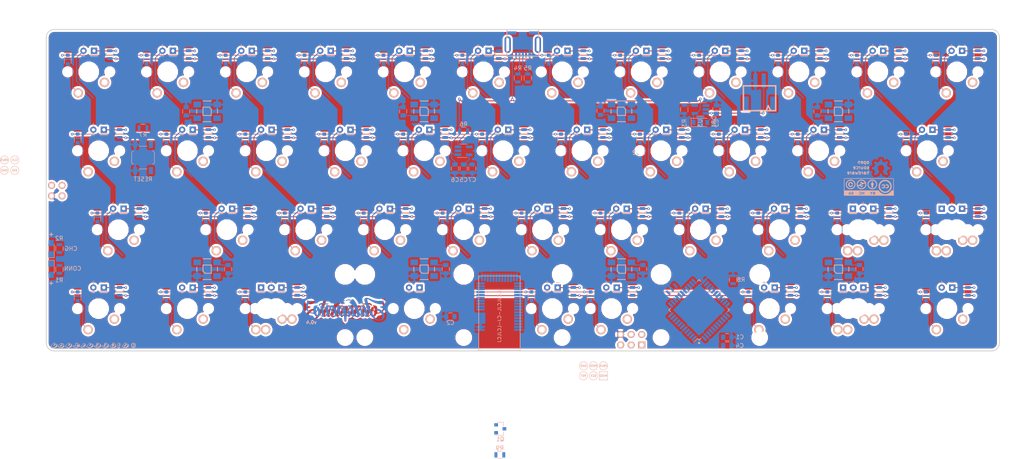
<source format=kicad_pcb>
(kicad_pcb (version 20171130) (host pcbnew "(5.0.0-rc2-dev-733-g23a9fcd91)")
  (layers (0 F.Cu signal) (31 B.Cu signal) (34 B.Paste user) (35 F.Paste user) (36 B.SilkS user) (37 F.SilkS user) (38 B.Mask user) (39 F.Mask user) (44 Edge.Cuts user))
  (net 0 "")
  (net 1 GND)
  (net 2 +3V3)
  (net 3 +BATT)
  (net 4 VBUS)
  (net 5 /AREF)
  (net 6 "Net-(D2-Pad2)")
  (net 7 "Net-(D5-Pad2)")
  (net 8 "Net-(D6-Pad2)")
  (net 9 "Net-(D7-Pad2)")
  (net 10 "Net-(D8-Pad2)")
  (net 11 "Net-(D9-Pad2)")
  (net 12 "Net-(D10-Pad2)")
  (net 13 "Net-(D11-Pad2)")
  (net 14 "Net-(D12-Pad2)")
  (net 15 "Net-(D13-Pad2)")
  (net 16 "Net-(D14-Pad2)")
  (net 17 "Net-(D15-Pad2)")
  (net 18 "Net-(D16-Pad2)")
  (net 19 "Net-(D17-Pad2)")
  (net 20 "Net-(D18-Pad2)")
  (net 21 "Net-(D19-Pad2)")
  (net 22 "Net-(D20-Pad2)")
  (net 23 "Net-(D21-Pad2)")
  (net 24 "Net-(D22-Pad2)")
  (net 25 "Net-(D23-Pad2)")
  (net 26 "Net-(D24-Pad2)")
  (net 27 "Net-(D25-Pad2)")
  (net 28 "Net-(D26-Pad2)")
  (net 29 "Net-(D27-Pad2)")
  (net 30 "Net-(D28-Pad2)")
  (net 31 "Net-(D29-Pad2)")
  (net 32 "Net-(D30-Pad2)")
  (net 33 "Net-(D31-Pad2)")
  (net 34 "Net-(D32-Pad2)")
  (net 35 "Net-(D33-Pad2)")
  (net 36 "Net-(D34-Pad2)")
  (net 37 "Net-(D35-Pad2)")
  (net 38 "Net-(D36-Pad2)")
  (net 39 "Net-(D37-Pad2)")
  (net 40 "Net-(D38-Pad2)")
  (net 41 "Net-(D39-Pad2)")
  (net 42 "Net-(D40-Pad2)")
  (net 43 "Net-(D41-Pad2)")
  (net 44 "Net-(D42-Pad2)")
  (net 45 "Net-(IC1-Pad2)")
  (net 46 "Net-(IC1-Pad3)")
  (net 47 "Net-(IC1-Pad4)")
  (net 48 /SCK)
  (net 49 /MOSI)
  (net 50 /MISO)
  (net 51 "Net-(IC1-Pad16)")
  (net 52 "Net-(IC1-Pad17)")
  (net 53 /4_SWDIO/RST)
  (net 54 /8_BLE_CS)
  (net 55 "Net-(R2-Pad1)")
  (net 56 /7_BLE_IRQ)
  (net 57 "Net-(U1-Pad9)")
  (net 58 "Net-(U1-Pad10)")
  (net 59 "Net-(U1-Pad11)")
  (net 60 "Net-(U1-Pad12)")
  (net 61 "Net-(U1-Pad15)")
  (net 62 "Net-(U1-Pad17)")
  (net 63 "Net-(U1-Pad18)")
  (net 64 "Net-(U1-Pad19)")
  (net 65 "Net-(U1-Pad20)")
  (net 66 "Net-(U1-Pad21)")
  (net 67 "Net-(U1-Pad22)")
  (net 68 "Net-(U1-Pad23)")
  (net 69 "Net-(U1-Pad26)")
  (net 70 "Net-(U1-Pad27)")
  (net 71 "Net-(U1-Pad28)")
  (net 72 "Net-(U1-Pad29)")
  (net 73 "Net-(U1-Pad30)")
  (net 74 "Net-(U1-Pad31)")
  (net 75 "Net-(U1-Pad32)")
  (net 76 "Net-(U1-Pad33)")
  (net 77 "Net-(U1-Pad37)")
  (net 78 "Net-(U1-Pad38)")
  (net 79 "Net-(U1-Pad40)")
  (net 80 "Net-(U1-Pad41)")
  (net 81 "Net-(U2-Pad4)")
  (net 82 ROW_1)
  (net 83 "Net-(D1-Pad2)")
  (net 84 "Net-(D3-Pad2)")
  (net 85 "Net-(D4-Pad2)")
  (net 86 ROW_2)
  (net 87 ROW_3)
  (net 88 ROW_4)
  (net 89 COL_2)
  (net 90 COL_5)
  (net 91 COL_6)
  (net 92 COL_7)
  (net 93 COL_8)
  (net 94 COL_9)
  (net 95 COL_1)
  (net 96 COL_3)
  (net 97 COL_4)
  (net 98 "Net-(J1-Pad2)")
  (net 99 "Net-(J1-Pad3)")
  (net 100 "Net-(LED1_0-Pad1)")
  (net 101 "Net-(LED2_0-Pad2)")
  (net 102 "Net-(R1-Pad2)")
  (net 103 "Net-(U1-Pad34)")
  (net 104 COL_10)
  (net 105 COL_12)
  (net 106 COL_11)
  (net 107 "Net-(IC1-Pad8)")
  (net 108 /RESET)
  (net 109 "Net-(IC1-Pad33)")
  (net 110 /SWDCLK)
  (net 111 RGB)
  (net 112 "Net-(J1-Pad6)")
  (net 113 "Net-(J1-Pad4)")
  (net 114 "Net-(LED1-Pad2)")
  (net 115 "Net-(LED2-Pad2)")
  (net 116 "Net-(LED3-Pad2)")
  (net 117 "Net-(LED4-Pad2)")
  (net 118 "Net-(LED5-Pad2)")
  (net 119 "Net-(LED6-Pad2)")
  (net 120 "Net-(LED7-Pad2)")
  (net 121 "Net-(LED8-Pad2)")
  (net 122 "Net-(U1-Pad24)")
  (net 123 LEDPWM)
  (net 124 "Net-(K1-Pad4)")
  (net 125 "Net-(K2-Pad4)")
  (net 126 "Net-(K3-Pad4)")
  (net 127 "Net-(K4-Pad4)")
  (net 128 "Net-(K5-Pad4)")
  (net 129 "Net-(K6-Pad4)")
  (net 130 "Net-(K7-Pad4)")
  (net 131 "Net-(K8-Pad4)")
  (net 132 "Net-(K9-Pad4)")
  (net 133 "Net-(K10-Pad4)")
  (net 134 "Net-(K11-Pad4)")
  (net 135 "Net-(K12-Pad4)")
  (net 136 "Net-(K13-Pad4)")
  (net 137 "Net-(K14-Pad4)")
  (net 138 "Net-(K15-Pad4)")
  (net 139 "Net-(K16-Pad4)")
  (net 140 "Net-(K17-Pad4)")
  (net 141 "Net-(K18-Pad4)")
  (net 142 "Net-(K19-Pad4)")
  (net 143 "Net-(K20-Pad4)")
  (net 144 "Net-(K21-Pad4)")
  (net 145 "Net-(K22-Pad4)")
  (net 146 "Net-(K23-Pad4)")
  (net 147 "Net-(K24-Pad4)")
  (net 148 "Net-(K25-Pad4)")
  (net 149 "Net-(K26-Pad4)")
  (net 150 "Net-(K27-Pad4)")
  (net 151 "Net-(K28-Pad4)")
  (net 152 "Net-(K29-Pad4)")
  (net 153 "Net-(K30-Pad4)")
  (net 154 "Net-(K31-Pad4)")
  (net 155 "Net-(K32-Pad4)")
  (net 156 "Net-(K33-Pad4)")
  (net 157 "Net-(K34-Pad4)")
  (net 158 "Net-(K35-Pad4)")
  (net 159 "Net-(K36-Pad4)")
  (net 160 "Net-(K37-Pad4)")
  (net 161 "Net-(K38-Pad4)")
  (net 162 "Net-(K39-Pad4)")
  (net 163 "Net-(K40-Pad4)")
  (net 164 "Net-(K41-Pad4)")
  (net 165 "Net-(K42-Pad4)")
  (net 166 LEDGND)
  (net 167 "Net-(Q1-Pad1)")
  (net 168 "Net-(R3-Pad2)")
  (net 169 "Net-(R6-Pad1)")
  (module Jalapeno:CHERRY_PCB_625H_LED (layer F.Cu) (at 154.78125 90.4875 180)
    (fp_text reference K38 hide)
    (fp_text value space hide)
    (fp_text user - (at -1.27 6.35 180) (layer B.SilkS) (effects (justify mirror)))
    (fp_text user + (at 1.27 6.35 180) (layer B.SilkS) (effects (justify mirror)))
    (pad 1 thru_hole circle (at 2.54 -5.08 180) (size 2.286 2.286) (drill 1.4986) (layers *.Cu *.SilkS *.Mask) (net 40 "Net-(D38-Pad2)"))
    (pad 2 thru_hole circle (at -3.81 -2.54 180) (size 2.286 2.286) (drill 1.4986) (layers *.Cu *.SilkS *.Mask) (net 97 COL_4))
    (pad "" np_thru_hole circle (at 0 0 180) (size 3.9878 3.9878) (drill 3.9878) (layers *.Cu *.Mask))
    (pad "" np_thru_hole circle (at -5.08 0 180) (size 1.7018 1.7018) (drill 1.7018) (layers *.Cu *.Mask))
    (pad "" np_thru_hole circle (at 5.08 0 180) (size 1.7018 1.7018) (drill 1.7018) (layers *.Cu *.Mask))
    (pad "" np_thru_hole circle (at -50.038 -6.985 180) (size 3.048 3.048) (drill 3.048) (layers *.Cu *.Mask))
    (pad "" np_thru_hole circle (at 50.038 -6.985 180) (size 3.048 3.048) (drill 3.048) (layers *.Cu *.Mask))
    (pad "" np_thru_hole circle (at -50.038 8.255 180) (size 3.9878 3.9878) (drill 3.9878) (layers *.Cu *.Mask))
    (pad "" np_thru_hole circle (at 50.038 8.255 180) (size 3.9878 3.9878) (drill 3.9878) (layers *.Cu *.Mask))
    (pad 4 thru_hole rect (at -1.27 5.08 180) (size 1.524 1.524) (drill 0.762) (layers *.Cu *.Mask) (net 161 "Net-(K38-Pad4)"))
    (pad 3 thru_hole circle (at 1.27 5.08 180) (size 1.524 1.524) (drill 0.762) (layers *.Cu *.Mask) (net 2 +3V3))
  )
  (module Jalapeno:CHERRY_PCB_275H_LED (layer F.Cu) (at 169.06875 90.4875 180)
    (fp_text reference K42 hide)
    (fp_text value KEYSW hide)
    (fp_text user + (at 1.27 6.35 180) (layer B.SilkS) (effects (justify mirror)))
    (fp_text user - (at -1.27 6.35 180) (layer B.SilkS) (effects (justify mirror)))
    (pad 3 thru_hole circle (at 1.27 5.08 180) (size 1.524 1.524) (drill 0.762) (layers *.Cu *.Mask) (net 2 +3V3))
    (pad 4 thru_hole rect (at -1.27 5.08 180) (size 1.524 1.524) (drill 0.762) (layers *.Cu *.Mask) (net 165 "Net-(K42-Pad4)"))
    (pad "" np_thru_hole circle (at 11.938 8.255 180) (size 3.9878 3.9878) (drill 3.9878) (layers *.Cu *.Mask))
    (pad "" np_thru_hole circle (at -11.938 8.255 180) (size 3.9878 3.9878) (drill 3.9878) (layers *.Cu *.Mask))
    (pad "" np_thru_hole circle (at 11.938 -6.985 180) (size 3.048 3.048) (drill 3.048) (layers *.Cu *.Mask))
    (pad "" np_thru_hole circle (at -11.938 -6.985 180) (size 3.048 3.048) (drill 3.048) (layers *.Cu *.Mask))
    (pad "" np_thru_hole circle (at 5.08 0 180) (size 1.7018 1.7018) (drill 1.7018) (layers *.Cu *.Mask))
    (pad "" np_thru_hole circle (at -5.08 0 180) (size 1.7018 1.7018) (drill 1.7018) (layers *.Cu *.Mask))
    (pad "" np_thru_hole circle (at 0 0 180) (size 3.9878 3.9878) (drill 3.9878) (layers *.Cu *.Mask))
    (pad 2 thru_hole circle (at -3.81 -2.54 180) (size 2.286 2.286) (drill 1.4986) (layers *.Cu *.SilkS *.Mask) (net 93 COL_8))
    (pad 1 thru_hole circle (at 2.54 -5.08 180) (size 2.286 2.286) (drill 1.4986) (layers *.Cu *.SilkS *.Mask) (net 44 "Net-(D42-Pad2)"))
  )
  (module Jalapeno:CHERRY_PCB_225H_LED (layer F.Cu) (at 121.44375 90.4875 180)
    (fp_text reference K38_1 hide)
    (fp_text value space hide)
    (fp_text user + (at 1.27 6.35 180) (layer B.SilkS) (effects (justify mirror)))
    (fp_text user - (at -1.27 6.35 180) (layer B.SilkS) (effects (justify mirror)))
    (pad 3 thru_hole circle (at 1.27 5.08 180) (size 1.524 1.524) (drill 0.762) (layers *.Cu *.Mask) (net 2 +3V3))
    (pad 4 thru_hole rect (at -1.27 5.08 180) (size 1.524 1.524) (drill 0.762) (layers *.Cu *.Mask) (net 161 "Net-(K38-Pad4)"))
    (pad "" np_thru_hole circle (at 11.938 8.255 180) (size 3.9878 3.9878) (drill 3.9878) (layers *.Cu *.Mask))
    (pad "" np_thru_hole circle (at -11.938 8.255 180) (size 3.9878 3.9878) (drill 3.9878) (layers *.Cu *.Mask))
    (pad "" np_thru_hole circle (at 11.938 -6.985 180) (size 3.048 3.048) (drill 3.048) (layers *.Cu *.Mask))
    (pad "" np_thru_hole circle (at -11.938 -6.985 180) (size 3.048 3.048) (drill 3.048) (layers *.Cu *.Mask))
    (pad "" np_thru_hole circle (at 5.08 0 180) (size 1.7018 1.7018) (drill 1.7018) (layers *.Cu *.Mask))
    (pad "" np_thru_hole circle (at -5.08 0 180) (size 1.7018 1.7018) (drill 1.7018) (layers *.Cu *.Mask))
    (pad "" np_thru_hole circle (at 0 0 180) (size 3.9878 3.9878) (drill 3.9878) (layers *.Cu *.Mask))
    (pad 2 thru_hole circle (at -3.81 -2.54 180) (size 2.286 2.286) (drill 1.4986) (layers *.Cu *.SilkS *.Mask) (net 97 COL_4))
    (pad 1 thru_hole circle (at 2.54 -5.08 180) (size 2.286 2.286) (drill 1.4986) (layers *.Cu *.SilkS *.Mask) (net 40 "Net-(D38-Pad2)"))
  )
  (module Jalapeno:CHERRY_PCB_125H_LED (layer F.Cu) (at 45.24375 52.3875 180)
    (fp_text reference K13 hide)
    (fp_text value tab hide)
    (fp_text user + (at 1.27 6.35 180) (layer B.SilkS) (effects (justify mirror)))
    (fp_text user - (at -1.27 6.35 180) (layer B.SilkS) (effects (justify mirror)))
    (pad 3 thru_hole circle (at 1.27 5.08 180) (size 1.524 1.524) (drill 0.762) (layers *.Cu *.Mask) (net 2 +3V3))
    (pad 4 thru_hole rect (at -1.27 5.08 180) (size 1.524 1.524) (drill 0.762) (layers *.Cu *.Mask) (net 136 "Net-(K13-Pad4)"))
    (pad 1 thru_hole circle (at 2.54 -5.08 180) (size 2.286 2.286) (drill 1.4986) (layers *.Cu *.SilkS *.Mask) (net 15 "Net-(D13-Pad2)"))
    (pad 2 thru_hole circle (at -3.81 -2.54 180) (size 2.286 2.286) (drill 1.4986) (layers *.Cu *.SilkS *.Mask) (net 95 COL_1))
    (pad "" np_thru_hole circle (at 0 0 180) (size 3.9878 3.9878) (drill 3.9878) (layers *.Cu *.Mask))
    (pad "" np_thru_hole circle (at -5.08 0 180) (size 1.7018 1.7018) (drill 1.7018) (layers *.Cu *.Mask))
    (pad "" np_thru_hole circle (at 5.08 0 180) (size 1.7018 1.7018) (drill 1.7018) (layers *.Cu *.Mask))
  )
  (module Jalapeno:CHERRY_PCB_125H_LED (layer F.Cu) (at 45.24375 90.4875 180)
    (fp_text reference K35 hide)
    (fp_text value ctrl hide)
    (fp_text user + (at 1.27 6.35 180) (layer B.SilkS) (effects (justify mirror)))
    (fp_text user - (at -1.27 6.35 180) (layer B.SilkS) (effects (justify mirror)))
    (pad 3 thru_hole circle (at 1.27 5.08 180) (size 1.524 1.524) (drill 0.762) (layers *.Cu *.Mask) (net 2 +3V3))
    (pad 4 thru_hole rect (at -1.27 5.08 180) (size 1.524 1.524) (drill 0.762) (layers *.Cu *.Mask) (net 158 "Net-(K35-Pad4)"))
    (pad 1 thru_hole circle (at 2.54 -5.08 180) (size 2.286 2.286) (drill 1.4986) (layers *.Cu *.SilkS *.Mask) (net 37 "Net-(D35-Pad2)"))
    (pad 2 thru_hole circle (at -3.81 -2.54 180) (size 2.286 2.286) (drill 1.4986) (layers *.Cu *.SilkS *.Mask) (net 95 COL_1))
    (pad "" np_thru_hole circle (at 0 0 180) (size 3.9878 3.9878) (drill 3.9878) (layers *.Cu *.Mask))
    (pad "" np_thru_hole circle (at -5.08 0 180) (size 1.7018 1.7018) (drill 1.7018) (layers *.Cu *.Mask))
    (pad "" np_thru_hole circle (at 5.08 0 180) (size 1.7018 1.7018) (drill 1.7018) (layers *.Cu *.Mask))
  )
  (module Jalapeno:CHERRY_PCB_125H_LED (layer F.Cu) (at 250.03125 90.4875 180)
    (fp_text reference K40 hide)
    (fp_text value gui hide)
    (fp_text user + (at 1.27 6.35 180) (layer B.SilkS) (effects (justify mirror)))
    (fp_text user - (at -1.27 6.35 180) (layer B.SilkS) (effects (justify mirror)))
    (pad 3 thru_hole circle (at 1.27 5.08 180) (size 1.524 1.524) (drill 0.762) (layers *.Cu *.Mask) (net 2 +3V3))
    (pad 4 thru_hole rect (at -1.27 5.08 180) (size 1.524 1.524) (drill 0.762) (layers *.Cu *.Mask) (net 163 "Net-(K40-Pad4)"))
    (pad 1 thru_hole circle (at 2.54 -5.08 180) (size 2.286 2.286) (drill 1.4986) (layers *.Cu *.SilkS *.Mask) (net 42 "Net-(D40-Pad2)"))
    (pad 2 thru_hole circle (at -3.81 -2.54 180) (size 2.286 2.286) (drill 1.4986) (layers *.Cu *.SilkS *.Mask) (net 91 COL_6))
    (pad "" np_thru_hole circle (at 0 0 180) (size 3.9878 3.9878) (drill 3.9878) (layers *.Cu *.Mask))
    (pad "" np_thru_hole circle (at -5.08 0 180) (size 1.7018 1.7018) (drill 1.7018) (layers *.Cu *.Mask))
    (pad "" np_thru_hole circle (at 5.08 0 180) (size 1.7018 1.7018) (drill 1.7018) (layers *.Cu *.Mask))
  )
  (module Jalapeno:CHERRY_PCB_125H_LED (layer F.Cu) (at 207.16875 90.4875 180)
    (fp_text reference K41 hide)
    (fp_text value ctrl hide)
    (fp_text user + (at 1.27 6.35 180) (layer B.SilkS) (effects (justify mirror)))
    (fp_text user - (at -1.27 6.35 180) (layer B.SilkS) (effects (justify mirror)))
    (pad 3 thru_hole circle (at 1.27 5.08 180) (size 1.524 1.524) (drill 0.762) (layers *.Cu *.Mask) (net 2 +3V3))
    (pad 4 thru_hole rect (at -1.27 5.08 180) (size 1.524 1.524) (drill 0.762) (layers *.Cu *.Mask) (net 164 "Net-(K41-Pad4)"))
    (pad 1 thru_hole circle (at 2.54 -5.08 180) (size 2.286 2.286) (drill 1.4986) (layers *.Cu *.SilkS *.Mask) (net 43 "Net-(D41-Pad2)"))
    (pad 2 thru_hole circle (at -3.81 -2.54 180) (size 2.286 2.286) (drill 1.4986) (layers *.Cu *.SilkS *.Mask) (net 92 COL_7))
    (pad "" np_thru_hole circle (at 0 0 180) (size 3.9878 3.9878) (drill 3.9878) (layers *.Cu *.Mask))
    (pad "" np_thru_hole circle (at -5.08 0 180) (size 1.7018 1.7018) (drill 1.7018) (layers *.Cu *.Mask))
    (pad "" np_thru_hole circle (at 5.08 0 180) (size 1.7018 1.7018) (drill 1.7018) (layers *.Cu *.Mask))
  )
  (module Jalapeno:CHERRY_PCB_175H_LED (layer F.Cu) (at 245.26875 52.3875 180)
    (fp_text reference K23 hide)
    (fp_text value ; hide)
    (fp_text user + (at 1.27 6.35 180) (layer B.SilkS) (effects (justify mirror)))
    (fp_text user - (at -1.27 6.35 180) (layer B.SilkS) (effects (justify mirror)))
    (pad 3 thru_hole circle (at 1.27 5.08 180) (size 1.524 1.524) (drill 0.762) (layers *.Cu *.Mask) (net 2 +3V3))
    (pad 4 thru_hole rect (at -1.27 5.08 180) (size 1.524 1.524) (drill 0.762) (layers *.Cu *.Mask) (net 146 "Net-(K23-Pad4)"))
    (pad "" np_thru_hole circle (at 5.08 0 180) (size 1.7018 1.7018) (drill 1.7018) (layers *.Cu *.Mask))
    (pad "" np_thru_hole circle (at -5.08 0 180) (size 1.7018 1.7018) (drill 1.7018) (layers *.Cu *.Mask))
    (pad "" np_thru_hole circle (at 0 0 180) (size 3.9878 3.9878) (drill 3.9878) (layers *.Cu *.Mask))
    (pad 2 thru_hole circle (at -3.81 -2.54 180) (size 2.286 2.286) (drill 1.4986) (layers *.Cu *.SilkS *.Mask) (net 106 COL_11))
    (pad 1 thru_hole circle (at 2.54 -5.08 180) (size 2.286 2.286) (drill 1.4986) (layers *.Cu *.SilkS *.Mask) (net 25 "Net-(D23-Pad2)"))
  )
  (module Jalapeno:CHERRY_PCB_175H_LED (layer F.Cu) (at 50.00625 71.4375 180)
    (fp_text reference K24 hide)
    (fp_text value caps hide)
    (fp_text user + (at 1.27 6.35 180) (layer B.SilkS) (effects (justify mirror)))
    (fp_text user - (at -1.27 6.35 180) (layer B.SilkS) (effects (justify mirror)))
    (pad 3 thru_hole circle (at 1.27 5.08 180) (size 1.524 1.524) (drill 0.762) (layers *.Cu *.Mask) (net 2 +3V3))
    (pad 4 thru_hole rect (at -1.27 5.08 180) (size 1.524 1.524) (drill 0.762) (layers *.Cu *.Mask) (net 147 "Net-(K24-Pad4)"))
    (pad "" np_thru_hole circle (at 5.08 0 180) (size 1.7018 1.7018) (drill 1.7018) (layers *.Cu *.Mask))
    (pad "" np_thru_hole circle (at -5.08 0 180) (size 1.7018 1.7018) (drill 1.7018) (layers *.Cu *.Mask))
    (pad "" np_thru_hole circle (at 0 0 180) (size 3.9878 3.9878) (drill 3.9878) (layers *.Cu *.Mask))
    (pad 2 thru_hole circle (at -3.81 -2.54 180) (size 2.286 2.286) (drill 1.4986) (layers *.Cu *.SilkS *.Mask) (net 95 COL_1))
    (pad 1 thru_hole circle (at 2.54 -5.08 180) (size 2.286 2.286) (drill 1.4986) (layers *.Cu *.SilkS *.Mask) (net 26 "Net-(D24-Pad2)"))
  )
  (module Jalapeno:CHERRY_PCB_100H_LED (layer F.Cu) (at 42.8625 33.3375 180)
    (fp_text reference K1 hide)
    (fp_text value esc hide)
    (fp_text user + (at 1.27 6.35 180) (layer B.SilkS) (effects (justify mirror)))
    (fp_text user - (at -1.27 6.35 180) (layer B.SilkS) (effects (justify mirror)))
    (pad 3 thru_hole circle (at 1.27 5.08 180) (size 1.524 1.524) (drill 0.762) (layers *.Cu *.Mask) (net 2 +3V3))
    (pad 4 thru_hole rect (at -1.27 5.08 180) (size 1.524 1.524) (drill 0.762) (layers *.Cu *.Mask) (net 124 "Net-(K1-Pad4)"))
    (pad 1 thru_hole circle (at 2.54 -5.08 180) (size 2.286 2.286) (drill 1.4986) (layers *.Cu *.SilkS *.Mask) (net 83 "Net-(D1-Pad2)"))
    (pad 2 thru_hole circle (at -3.81 -2.54 180) (size 2.286 2.286) (drill 1.4986) (layers *.Cu *.SilkS *.Mask) (net 95 COL_1))
    (pad "" np_thru_hole circle (at 0 0 180) (size 3.9878 3.9878) (drill 3.9878) (layers *.Cu *.Mask))
    (pad "" np_thru_hole circle (at -5.08 0 180) (size 1.7018 1.7018) (drill 1.7018) (layers *.Cu *.Mask))
    (pad "" np_thru_hole circle (at 5.08 0 180) (size 1.7018 1.7018) (drill 1.7018) (layers *.Cu *.Mask))
  )
  (module Jalapeno:CHERRY_PCB_100H_LED (layer F.Cu) (at 61.9125 33.3375 180)
    (fp_text reference K2 hide)
    (fp_text value q hide)
    (fp_text user + (at 1.27 6.35 180) (layer B.SilkS) (effects (justify mirror)))
    (fp_text user - (at -1.27 6.35 180) (layer B.SilkS) (effects (justify mirror)))
    (pad 3 thru_hole circle (at 1.27 5.08 180) (size 1.524 1.524) (drill 0.762) (layers *.Cu *.Mask) (net 2 +3V3))
    (pad 4 thru_hole rect (at -1.27 5.08 180) (size 1.524 1.524) (drill 0.762) (layers *.Cu *.Mask) (net 125 "Net-(K2-Pad4)"))
    (pad 1 thru_hole circle (at 2.54 -5.08 180) (size 2.286 2.286) (drill 1.4986) (layers *.Cu *.SilkS *.Mask) (net 6 "Net-(D2-Pad2)"))
    (pad 2 thru_hole circle (at -3.81 -2.54 180) (size 2.286 2.286) (drill 1.4986) (layers *.Cu *.SilkS *.Mask) (net 89 COL_2))
    (pad "" np_thru_hole circle (at 0 0 180) (size 3.9878 3.9878) (drill 3.9878) (layers *.Cu *.Mask))
    (pad "" np_thru_hole circle (at -5.08 0 180) (size 1.7018 1.7018) (drill 1.7018) (layers *.Cu *.Mask))
    (pad "" np_thru_hole circle (at 5.08 0 180) (size 1.7018 1.7018) (drill 1.7018) (layers *.Cu *.Mask))
  )
  (module Jalapeno:CHERRY_PCB_100H_LED (layer F.Cu) (at 80.9625 33.3375 180)
    (fp_text reference K3 hide)
    (fp_text value w hide)
    (fp_text user + (at 1.27 6.35 180) (layer B.SilkS) (effects (justify mirror)))
    (fp_text user - (at -1.27 6.35 180) (layer B.SilkS) (effects (justify mirror)))
    (pad 3 thru_hole circle (at 1.27 5.08 180) (size 1.524 1.524) (drill 0.762) (layers *.Cu *.Mask) (net 2 +3V3))
    (pad 4 thru_hole rect (at -1.27 5.08 180) (size 1.524 1.524) (drill 0.762) (layers *.Cu *.Mask) (net 126 "Net-(K3-Pad4)"))
    (pad 1 thru_hole circle (at 2.54 -5.08 180) (size 2.286 2.286) (drill 1.4986) (layers *.Cu *.SilkS *.Mask) (net 84 "Net-(D3-Pad2)"))
    (pad 2 thru_hole circle (at -3.81 -2.54 180) (size 2.286 2.286) (drill 1.4986) (layers *.Cu *.SilkS *.Mask) (net 96 COL_3))
    (pad "" np_thru_hole circle (at 0 0 180) (size 3.9878 3.9878) (drill 3.9878) (layers *.Cu *.Mask))
    (pad "" np_thru_hole circle (at -5.08 0 180) (size 1.7018 1.7018) (drill 1.7018) (layers *.Cu *.Mask))
    (pad "" np_thru_hole circle (at 5.08 0 180) (size 1.7018 1.7018) (drill 1.7018) (layers *.Cu *.Mask))
  )
  (module Jalapeno:CHERRY_PCB_100H_LED (layer F.Cu) (at 100.0125 33.3375 180)
    (fp_text reference K4 hide)
    (fp_text value e hide)
    (fp_text user + (at 1.27 6.35 180) (layer B.SilkS) (effects (justify mirror)))
    (fp_text user - (at -1.27 6.35 180) (layer B.SilkS) (effects (justify mirror)))
    (pad 3 thru_hole circle (at 1.27 5.08 180) (size 1.524 1.524) (drill 0.762) (layers *.Cu *.Mask) (net 2 +3V3))
    (pad 4 thru_hole rect (at -1.27 5.08 180) (size 1.524 1.524) (drill 0.762) (layers *.Cu *.Mask) (net 127 "Net-(K4-Pad4)"))
    (pad 1 thru_hole circle (at 2.54 -5.08 180) (size 2.286 2.286) (drill 1.4986) (layers *.Cu *.SilkS *.Mask) (net 85 "Net-(D4-Pad2)"))
    (pad 2 thru_hole circle (at -3.81 -2.54 180) (size 2.286 2.286) (drill 1.4986) (layers *.Cu *.SilkS *.Mask) (net 97 COL_4))
    (pad "" np_thru_hole circle (at 0 0 180) (size 3.9878 3.9878) (drill 3.9878) (layers *.Cu *.Mask))
    (pad "" np_thru_hole circle (at -5.08 0 180) (size 1.7018 1.7018) (drill 1.7018) (layers *.Cu *.Mask))
    (pad "" np_thru_hole circle (at 5.08 0 180) (size 1.7018 1.7018) (drill 1.7018) (layers *.Cu *.Mask))
  )
  (module Jalapeno:CHERRY_PCB_100H_LED (layer F.Cu) (at 119.0625 33.3375 180)
    (fp_text reference K5 hide)
    (fp_text value r hide)
    (fp_text user + (at 1.27 6.35 180) (layer B.SilkS) (effects (justify mirror)))
    (fp_text user - (at -1.27 6.35 180) (layer B.SilkS) (effects (justify mirror)))
    (pad 3 thru_hole circle (at 1.27 5.08 180) (size 1.524 1.524) (drill 0.762) (layers *.Cu *.Mask) (net 2 +3V3))
    (pad 4 thru_hole rect (at -1.27 5.08 180) (size 1.524 1.524) (drill 0.762) (layers *.Cu *.Mask) (net 128 "Net-(K5-Pad4)"))
    (pad 1 thru_hole circle (at 2.54 -5.08 180) (size 2.286 2.286) (drill 1.4986) (layers *.Cu *.SilkS *.Mask) (net 7 "Net-(D5-Pad2)"))
    (pad 2 thru_hole circle (at -3.81 -2.54 180) (size 2.286 2.286) (drill 1.4986) (layers *.Cu *.SilkS *.Mask) (net 90 COL_5))
    (pad "" np_thru_hole circle (at 0 0 180) (size 3.9878 3.9878) (drill 3.9878) (layers *.Cu *.Mask))
    (pad "" np_thru_hole circle (at -5.08 0 180) (size 1.7018 1.7018) (drill 1.7018) (layers *.Cu *.Mask))
    (pad "" np_thru_hole circle (at 5.08 0 180) (size 1.7018 1.7018) (drill 1.7018) (layers *.Cu *.Mask))
  )
  (module Jalapeno:CHERRY_PCB_100H_LED (layer F.Cu) (at 138.1125 33.3375 180)
    (fp_text reference K6 hide)
    (fp_text value t hide)
    (fp_text user + (at 1.27 6.35 180) (layer B.SilkS) (effects (justify mirror)))
    (fp_text user - (at -1.27 6.35 180) (layer B.SilkS) (effects (justify mirror)))
    (pad 3 thru_hole circle (at 1.27 5.08 180) (size 1.524 1.524) (drill 0.762) (layers *.Cu *.Mask) (net 2 +3V3))
    (pad 4 thru_hole rect (at -1.27 5.08 180) (size 1.524 1.524) (drill 0.762) (layers *.Cu *.Mask) (net 129 "Net-(K6-Pad4)"))
    (pad 1 thru_hole circle (at 2.54 -5.08 180) (size 2.286 2.286) (drill 1.4986) (layers *.Cu *.SilkS *.Mask) (net 8 "Net-(D6-Pad2)"))
    (pad 2 thru_hole circle (at -3.81 -2.54 180) (size 2.286 2.286) (drill 1.4986) (layers *.Cu *.SilkS *.Mask) (net 91 COL_6))
    (pad "" np_thru_hole circle (at 0 0 180) (size 3.9878 3.9878) (drill 3.9878) (layers *.Cu *.Mask))
    (pad "" np_thru_hole circle (at -5.08 0 180) (size 1.7018 1.7018) (drill 1.7018) (layers *.Cu *.Mask))
    (pad "" np_thru_hole circle (at 5.08 0 180) (size 1.7018 1.7018) (drill 1.7018) (layers *.Cu *.Mask))
  )
  (module Jalapeno:CHERRY_PCB_100H_LED (layer F.Cu) (at 157.1625 33.3375 180)
    (fp_text reference K7 hide)
    (fp_text value y hide)
    (fp_text user + (at 1.27 6.35 180) (layer B.SilkS) (effects (justify mirror)))
    (fp_text user - (at -1.27 6.35 180) (layer B.SilkS) (effects (justify mirror)))
    (pad 3 thru_hole circle (at 1.27 5.08 180) (size 1.524 1.524) (drill 0.762) (layers *.Cu *.Mask) (net 2 +3V3))
    (pad 4 thru_hole rect (at -1.27 5.08 180) (size 1.524 1.524) (drill 0.762) (layers *.Cu *.Mask) (net 130 "Net-(K7-Pad4)"))
    (pad 1 thru_hole circle (at 2.54 -5.08 180) (size 2.286 2.286) (drill 1.4986) (layers *.Cu *.SilkS *.Mask) (net 9 "Net-(D7-Pad2)"))
    (pad 2 thru_hole circle (at -3.81 -2.54 180) (size 2.286 2.286) (drill 1.4986) (layers *.Cu *.SilkS *.Mask) (net 92 COL_7))
    (pad "" np_thru_hole circle (at 0 0 180) (size 3.9878 3.9878) (drill 3.9878) (layers *.Cu *.Mask))
    (pad "" np_thru_hole circle (at -5.08 0 180) (size 1.7018 1.7018) (drill 1.7018) (layers *.Cu *.Mask))
    (pad "" np_thru_hole circle (at 5.08 0 180) (size 1.7018 1.7018) (drill 1.7018) (layers *.Cu *.Mask))
  )
  (module Jalapeno:CHERRY_PCB_100H_LED (layer F.Cu) (at 176.2125 33.3375 180)
    (fp_text reference K8 hide)
    (fp_text value u hide)
    (fp_text user + (at 1.27 6.35 180) (layer B.SilkS) (effects (justify mirror)))
    (fp_text user - (at -1.27 6.35 180) (layer B.SilkS) (effects (justify mirror)))
    (pad 3 thru_hole circle (at 1.27 5.08 180) (size 1.524 1.524) (drill 0.762) (layers *.Cu *.Mask) (net 2 +3V3))
    (pad 4 thru_hole rect (at -1.27 5.08 180) (size 1.524 1.524) (drill 0.762) (layers *.Cu *.Mask) (net 131 "Net-(K8-Pad4)"))
    (pad 1 thru_hole circle (at 2.54 -5.08 180) (size 2.286 2.286) (drill 1.4986) (layers *.Cu *.SilkS *.Mask) (net 10 "Net-(D8-Pad2)"))
    (pad 2 thru_hole circle (at -3.81 -2.54 180) (size 2.286 2.286) (drill 1.4986) (layers *.Cu *.SilkS *.Mask) (net 93 COL_8))
    (pad "" np_thru_hole circle (at 0 0 180) (size 3.9878 3.9878) (drill 3.9878) (layers *.Cu *.Mask))
    (pad "" np_thru_hole circle (at -5.08 0 180) (size 1.7018 1.7018) (drill 1.7018) (layers *.Cu *.Mask))
    (pad "" np_thru_hole circle (at 5.08 0 180) (size 1.7018 1.7018) (drill 1.7018) (layers *.Cu *.Mask))
  )
  (module Jalapeno:CHERRY_PCB_100H_LED (layer F.Cu) (at 195.2625 33.3375 180)
    (fp_text reference K9 hide)
    (fp_text value i hide)
    (fp_text user + (at 1.27 6.35 180) (layer B.SilkS) (effects (justify mirror)))
    (fp_text user - (at -1.27 6.35 180) (layer B.SilkS) (effects (justify mirror)))
    (pad 3 thru_hole circle (at 1.27 5.08 180) (size 1.524 1.524) (drill 0.762) (layers *.Cu *.Mask) (net 2 +3V3))
    (pad 4 thru_hole rect (at -1.27 5.08 180) (size 1.524 1.524) (drill 0.762) (layers *.Cu *.Mask) (net 132 "Net-(K9-Pad4)"))
    (pad 1 thru_hole circle (at 2.54 -5.08 180) (size 2.286 2.286) (drill 1.4986) (layers *.Cu *.SilkS *.Mask) (net 11 "Net-(D9-Pad2)"))
    (pad 2 thru_hole circle (at -3.81 -2.54 180) (size 2.286 2.286) (drill 1.4986) (layers *.Cu *.SilkS *.Mask) (net 94 COL_9))
    (pad "" np_thru_hole circle (at 0 0 180) (size 3.9878 3.9878) (drill 3.9878) (layers *.Cu *.Mask))
    (pad "" np_thru_hole circle (at -5.08 0 180) (size 1.7018 1.7018) (drill 1.7018) (layers *.Cu *.Mask))
    (pad "" np_thru_hole circle (at 5.08 0 180) (size 1.7018 1.7018) (drill 1.7018) (layers *.Cu *.Mask))
  )
  (module Jalapeno:CHERRY_PCB_100H_LED (layer F.Cu) (at 214.31232 33.337472 180)
    (fp_text reference K10 hide)
    (fp_text value o hide)
    (fp_text user + (at 1.27 6.35 180) (layer B.SilkS) (effects (justify mirror)))
    (fp_text user - (at -1.27 6.35 180) (layer B.SilkS) (effects (justify mirror)))
    (pad 3 thru_hole circle (at 1.27 5.08 180) (size 1.524 1.524) (drill 0.762) (layers *.Cu *.Mask) (net 2 +3V3))
    (pad 4 thru_hole rect (at -1.27 5.08 180) (size 1.524 1.524) (drill 0.762) (layers *.Cu *.Mask) (net 133 "Net-(K10-Pad4)"))
    (pad 1 thru_hole circle (at 2.54 -5.08 180) (size 2.286 2.286) (drill 1.4986) (layers *.Cu *.SilkS *.Mask) (net 12 "Net-(D10-Pad2)"))
    (pad 2 thru_hole circle (at -3.81 -2.54 180) (size 2.286 2.286) (drill 1.4986) (layers *.Cu *.SilkS *.Mask) (net 104 COL_10))
    (pad "" np_thru_hole circle (at 0 0 180) (size 3.9878 3.9878) (drill 3.9878) (layers *.Cu *.Mask))
    (pad "" np_thru_hole circle (at -5.08 0 180) (size 1.7018 1.7018) (drill 1.7018) (layers *.Cu *.Mask))
    (pad "" np_thru_hole circle (at 5.08 0 180) (size 1.7018 1.7018) (drill 1.7018) (layers *.Cu *.Mask))
  )
  (module Jalapeno:CHERRY_PCB_100H_LED (layer F.Cu) (at 233.362304 33.337472 180)
    (fp_text reference K11 hide)
    (fp_text value p hide)
    (fp_text user + (at 1.27 6.35 180) (layer B.SilkS) (effects (justify mirror)))
    (fp_text user - (at -1.27 6.35 180) (layer B.SilkS) (effects (justify mirror)))
    (pad 3 thru_hole circle (at 1.27 5.08 180) (size 1.524 1.524) (drill 0.762) (layers *.Cu *.Mask) (net 2 +3V3))
    (pad 4 thru_hole rect (at -1.27 5.08 180) (size 1.524 1.524) (drill 0.762) (layers *.Cu *.Mask) (net 134 "Net-(K11-Pad4)"))
    (pad 1 thru_hole circle (at 2.54 -5.08 180) (size 2.286 2.286) (drill 1.4986) (layers *.Cu *.SilkS *.Mask) (net 13 "Net-(D11-Pad2)"))
    (pad 2 thru_hole circle (at -3.81 -2.54 180) (size 2.286 2.286) (drill 1.4986) (layers *.Cu *.SilkS *.Mask) (net 106 COL_11))
    (pad "" np_thru_hole circle (at 0 0 180) (size 3.9878 3.9878) (drill 3.9878) (layers *.Cu *.Mask))
    (pad "" np_thru_hole circle (at -5.08 0 180) (size 1.7018 1.7018) (drill 1.7018) (layers *.Cu *.Mask))
    (pad "" np_thru_hole circle (at 5.08 0 180) (size 1.7018 1.7018) (drill 1.7018) (layers *.Cu *.Mask))
  )
  (module Jalapeno:CHERRY_PCB_100H_LED (layer F.Cu) (at 252.412712 33.337528 180)
    (fp_text reference K12 hide)
    (fp_text value back hide)
    (fp_text user + (at 1.27 6.35 180) (layer B.SilkS) (effects (justify mirror)))
    (fp_text user - (at -1.27 6.35 180) (layer B.SilkS) (effects (justify mirror)))
    (pad 3 thru_hole circle (at 1.27 5.08 180) (size 1.524 1.524) (drill 0.762) (layers *.Cu *.Mask) (net 2 +3V3))
    (pad 4 thru_hole rect (at -1.27 5.08 180) (size 1.524 1.524) (drill 0.762) (layers *.Cu *.Mask) (net 135 "Net-(K12-Pad4)"))
    (pad 1 thru_hole circle (at 2.54 -5.08 180) (size 2.286 2.286) (drill 1.4986) (layers *.Cu *.SilkS *.Mask) (net 14 "Net-(D12-Pad2)"))
    (pad 2 thru_hole circle (at -3.81 -2.54 180) (size 2.286 2.286) (drill 1.4986) (layers *.Cu *.SilkS *.Mask) (net 105 COL_12))
    (pad "" np_thru_hole circle (at 0 0 180) (size 3.9878 3.9878) (drill 3.9878) (layers *.Cu *.Mask))
    (pad "" np_thru_hole circle (at -5.08 0 180) (size 1.7018 1.7018) (drill 1.7018) (layers *.Cu *.Mask))
    (pad "" np_thru_hole circle (at 5.08 0 180) (size 1.7018 1.7018) (drill 1.7018) (layers *.Cu *.Mask))
  )
  (module Jalapeno:CHERRY_PCB_100H_LED (layer F.Cu) (at 66.675 52.3875 180)
    (fp_text reference K14 hide)
    (fp_text value a hide)
    (fp_text user + (at 1.27 6.35 180) (layer B.SilkS) (effects (justify mirror)))
    (fp_text user - (at -1.27 6.35 180) (layer B.SilkS) (effects (justify mirror)))
    (pad 3 thru_hole circle (at 1.27 5.08 180) (size 1.524 1.524) (drill 0.762) (layers *.Cu *.Mask) (net 2 +3V3))
    (pad 4 thru_hole rect (at -1.27 5.08 180) (size 1.524 1.524) (drill 0.762) (layers *.Cu *.Mask) (net 137 "Net-(K14-Pad4)"))
    (pad 1 thru_hole circle (at 2.54 -5.08 180) (size 2.286 2.286) (drill 1.4986) (layers *.Cu *.SilkS *.Mask) (net 16 "Net-(D14-Pad2)"))
    (pad 2 thru_hole circle (at -3.81 -2.54 180) (size 2.286 2.286) (drill 1.4986) (layers *.Cu *.SilkS *.Mask) (net 89 COL_2))
    (pad "" np_thru_hole circle (at 0 0 180) (size 3.9878 3.9878) (drill 3.9878) (layers *.Cu *.Mask))
    (pad "" np_thru_hole circle (at -5.08 0 180) (size 1.7018 1.7018) (drill 1.7018) (layers *.Cu *.Mask))
    (pad "" np_thru_hole circle (at 5.08 0 180) (size 1.7018 1.7018) (drill 1.7018) (layers *.Cu *.Mask))
  )
  (module Jalapeno:CHERRY_PCB_100H_LED (layer F.Cu) (at 85.725 52.3875 180)
    (fp_text reference K15 hide)
    (fp_text value s hide)
    (fp_text user + (at 1.27 6.35 180) (layer B.SilkS) (effects (justify mirror)))
    (fp_text user - (at -1.27 6.35 180) (layer B.SilkS) (effects (justify mirror)))
    (pad 3 thru_hole circle (at 1.27 5.08 180) (size 1.524 1.524) (drill 0.762) (layers *.Cu *.Mask) (net 2 +3V3))
    (pad 4 thru_hole rect (at -1.27 5.08 180) (size 1.524 1.524) (drill 0.762) (layers *.Cu *.Mask) (net 138 "Net-(K15-Pad4)"))
    (pad 1 thru_hole circle (at 2.54 -5.08 180) (size 2.286 2.286) (drill 1.4986) (layers *.Cu *.SilkS *.Mask) (net 17 "Net-(D15-Pad2)"))
    (pad 2 thru_hole circle (at -3.81 -2.54 180) (size 2.286 2.286) (drill 1.4986) (layers *.Cu *.SilkS *.Mask) (net 96 COL_3))
    (pad "" np_thru_hole circle (at 0 0 180) (size 3.9878 3.9878) (drill 3.9878) (layers *.Cu *.Mask))
    (pad "" np_thru_hole circle (at -5.08 0 180) (size 1.7018 1.7018) (drill 1.7018) (layers *.Cu *.Mask))
    (pad "" np_thru_hole circle (at 5.08 0 180) (size 1.7018 1.7018) (drill 1.7018) (layers *.Cu *.Mask))
  )
  (module Jalapeno:CHERRY_PCB_100H_LED (layer F.Cu) (at 104.775 52.3875 180)
    (fp_text reference K16 hide)
    (fp_text value d hide)
    (fp_text user + (at 1.27 6.35 180) (layer B.SilkS) (effects (justify mirror)))
    (fp_text user - (at -1.27 6.35 180) (layer B.SilkS) (effects (justify mirror)))
    (pad 3 thru_hole circle (at 1.27 5.08 180) (size 1.524 1.524) (drill 0.762) (layers *.Cu *.Mask) (net 2 +3V3))
    (pad 4 thru_hole rect (at -1.27 5.08 180) (size 1.524 1.524) (drill 0.762) (layers *.Cu *.Mask) (net 139 "Net-(K16-Pad4)"))
    (pad 1 thru_hole circle (at 2.54 -5.08 180) (size 2.286 2.286) (drill 1.4986) (layers *.Cu *.SilkS *.Mask) (net 18 "Net-(D16-Pad2)"))
    (pad 2 thru_hole circle (at -3.81 -2.54 180) (size 2.286 2.286) (drill 1.4986) (layers *.Cu *.SilkS *.Mask) (net 97 COL_4))
    (pad "" np_thru_hole circle (at 0 0 180) (size 3.9878 3.9878) (drill 3.9878) (layers *.Cu *.Mask))
    (pad "" np_thru_hole circle (at -5.08 0 180) (size 1.7018 1.7018) (drill 1.7018) (layers *.Cu *.Mask))
    (pad "" np_thru_hole circle (at 5.08 0 180) (size 1.7018 1.7018) (drill 1.7018) (layers *.Cu *.Mask))
  )
  (module Jalapeno:CHERRY_PCB_100H_LED (layer F.Cu) (at 123.825 52.3875 180)
    (fp_text reference K17 hide)
    (fp_text value f hide)
    (fp_text user + (at 1.27 6.35 180) (layer B.SilkS) (effects (justify mirror)))
    (fp_text user - (at -1.27 6.35 180) (layer B.SilkS) (effects (justify mirror)))
    (pad 3 thru_hole circle (at 1.27 5.08 180) (size 1.524 1.524) (drill 0.762) (layers *.Cu *.Mask) (net 2 +3V3))
    (pad 4 thru_hole rect (at -1.27 5.08 180) (size 1.524 1.524) (drill 0.762) (layers *.Cu *.Mask) (net 140 "Net-(K17-Pad4)"))
    (pad 1 thru_hole circle (at 2.54 -5.08 180) (size 2.286 2.286) (drill 1.4986) (layers *.Cu *.SilkS *.Mask) (net 19 "Net-(D17-Pad2)"))
    (pad 2 thru_hole circle (at -3.81 -2.54 180) (size 2.286 2.286) (drill 1.4986) (layers *.Cu *.SilkS *.Mask) (net 90 COL_5))
    (pad "" np_thru_hole circle (at 0 0 180) (size 3.9878 3.9878) (drill 3.9878) (layers *.Cu *.Mask))
    (pad "" np_thru_hole circle (at -5.08 0 180) (size 1.7018 1.7018) (drill 1.7018) (layers *.Cu *.Mask))
    (pad "" np_thru_hole circle (at 5.08 0 180) (size 1.7018 1.7018) (drill 1.7018) (layers *.Cu *.Mask))
  )
  (module Jalapeno:CHERRY_PCB_100H_LED (layer F.Cu) (at 142.875 52.3875 180)
    (fp_text reference K18 hide)
    (fp_text value g hide)
    (fp_text user + (at 1.27 6.35 180) (layer B.SilkS) (effects (justify mirror)))
    (fp_text user - (at -1.27 6.35 180) (layer B.SilkS) (effects (justify mirror)))
    (pad 3 thru_hole circle (at 1.27 5.08 180) (size 1.524 1.524) (drill 0.762) (layers *.Cu *.Mask) (net 2 +3V3))
    (pad 4 thru_hole rect (at -1.27 5.08 180) (size 1.524 1.524) (drill 0.762) (layers *.Cu *.Mask) (net 141 "Net-(K18-Pad4)"))
    (pad 1 thru_hole circle (at 2.54 -5.08 180) (size 2.286 2.286) (drill 1.4986) (layers *.Cu *.SilkS *.Mask) (net 20 "Net-(D18-Pad2)"))
    (pad 2 thru_hole circle (at -3.81 -2.54 180) (size 2.286 2.286) (drill 1.4986) (layers *.Cu *.SilkS *.Mask) (net 91 COL_6))
    (pad "" np_thru_hole circle (at 0 0 180) (size 3.9878 3.9878) (drill 3.9878) (layers *.Cu *.Mask))
    (pad "" np_thru_hole circle (at -5.08 0 180) (size 1.7018 1.7018) (drill 1.7018) (layers *.Cu *.Mask))
    (pad "" np_thru_hole circle (at 5.08 0 180) (size 1.7018 1.7018) (drill 1.7018) (layers *.Cu *.Mask))
  )
  (module Jalapeno:CHERRY_PCB_100H_LED (layer F.Cu) (at 161.925 52.3875 180)
    (fp_text reference K19 hide)
    (fp_text value h hide)
    (fp_text user + (at 1.27 6.35 180) (layer B.SilkS) (effects (justify mirror)))
    (fp_text user - (at -1.27 6.35 180) (layer B.SilkS) (effects (justify mirror)))
    (pad 3 thru_hole circle (at 1.27 5.08 180) (size 1.524 1.524) (drill 0.762) (layers *.Cu *.Mask) (net 2 +3V3))
    (pad 4 thru_hole rect (at -1.27 5.08 180) (size 1.524 1.524) (drill 0.762) (layers *.Cu *.Mask) (net 142 "Net-(K19-Pad4)"))
    (pad 1 thru_hole circle (at 2.54 -5.08 180) (size 2.286 2.286) (drill 1.4986) (layers *.Cu *.SilkS *.Mask) (net 21 "Net-(D19-Pad2)"))
    (pad 2 thru_hole circle (at -3.81 -2.54 180) (size 2.286 2.286) (drill 1.4986) (layers *.Cu *.SilkS *.Mask) (net 92 COL_7))
    (pad "" np_thru_hole circle (at 0 0 180) (size 3.9878 3.9878) (drill 3.9878) (layers *.Cu *.Mask))
    (pad "" np_thru_hole circle (at -5.08 0 180) (size 1.7018 1.7018) (drill 1.7018) (layers *.Cu *.Mask))
    (pad "" np_thru_hole circle (at 5.08 0 180) (size 1.7018 1.7018) (drill 1.7018) (layers *.Cu *.Mask))
  )
  (module Jalapeno:CHERRY_PCB_100H_LED (layer F.Cu) (at 180.975 52.3875 180)
    (fp_text reference K20 hide)
    (fp_text value j hide)
    (fp_text user + (at 1.27 6.35 180) (layer B.SilkS) (effects (justify mirror)))
    (fp_text user - (at -1.27 6.35 180) (layer B.SilkS) (effects (justify mirror)))
    (pad 3 thru_hole circle (at 1.27 5.08 180) (size 1.524 1.524) (drill 0.762) (layers *.Cu *.Mask) (net 2 +3V3))
    (pad 4 thru_hole rect (at -1.27 5.08 180) (size 1.524 1.524) (drill 0.762) (layers *.Cu *.Mask) (net 143 "Net-(K20-Pad4)"))
    (pad 1 thru_hole circle (at 2.54 -5.08 180) (size 2.286 2.286) (drill 1.4986) (layers *.Cu *.SilkS *.Mask) (net 22 "Net-(D20-Pad2)"))
    (pad 2 thru_hole circle (at -3.81 -2.54 180) (size 2.286 2.286) (drill 1.4986) (layers *.Cu *.SilkS *.Mask) (net 93 COL_8))
    (pad "" np_thru_hole circle (at 0 0 180) (size 3.9878 3.9878) (drill 3.9878) (layers *.Cu *.Mask))
    (pad "" np_thru_hole circle (at -5.08 0 180) (size 1.7018 1.7018) (drill 1.7018) (layers *.Cu *.Mask))
    (pad "" np_thru_hole circle (at 5.08 0 180) (size 1.7018 1.7018) (drill 1.7018) (layers *.Cu *.Mask))
  )
  (module Jalapeno:CHERRY_PCB_100H_LED (layer F.Cu) (at 200.025 52.3875 180)
    (fp_text reference K21 hide)
    (fp_text value k hide)
    (fp_text user + (at 1.27 6.35 180) (layer B.SilkS) (effects (justify mirror)))
    (fp_text user - (at -1.27 6.35 180) (layer B.SilkS) (effects (justify mirror)))
    (pad 3 thru_hole circle (at 1.27 5.08 180) (size 1.524 1.524) (drill 0.762) (layers *.Cu *.Mask) (net 2 +3V3))
    (pad 4 thru_hole rect (at -1.27 5.08 180) (size 1.524 1.524) (drill 0.762) (layers *.Cu *.Mask) (net 144 "Net-(K21-Pad4)"))
    (pad 1 thru_hole circle (at 2.54 -5.08 180) (size 2.286 2.286) (drill 1.4986) (layers *.Cu *.SilkS *.Mask) (net 23 "Net-(D21-Pad2)"))
    (pad 2 thru_hole circle (at -3.81 -2.54 180) (size 2.286 2.286) (drill 1.4986) (layers *.Cu *.SilkS *.Mask) (net 94 COL_9))
    (pad "" np_thru_hole circle (at 0 0 180) (size 3.9878 3.9878) (drill 3.9878) (layers *.Cu *.Mask))
    (pad "" np_thru_hole circle (at -5.08 0 180) (size 1.7018 1.7018) (drill 1.7018) (layers *.Cu *.Mask))
    (pad "" np_thru_hole circle (at 5.08 0 180) (size 1.7018 1.7018) (drill 1.7018) (layers *.Cu *.Mask))
  )
  (module Jalapeno:CHERRY_PCB_100H_LED (layer F.Cu) (at 219.075 52.3875 180)
    (fp_text reference K22 hide)
    (fp_text value l hide)
    (fp_text user + (at 1.27 6.35 180) (layer B.SilkS) (effects (justify mirror)))
    (fp_text user - (at -1.27 6.35 180) (layer B.SilkS) (effects (justify mirror)))
    (pad 3 thru_hole circle (at 1.27 5.08 180) (size 1.524 1.524) (drill 0.762) (layers *.Cu *.Mask) (net 2 +3V3))
    (pad 4 thru_hole rect (at -1.27 5.08 180) (size 1.524 1.524) (drill 0.762) (layers *.Cu *.Mask) (net 145 "Net-(K22-Pad4)"))
    (pad 1 thru_hole circle (at 2.54 -5.08 180) (size 2.286 2.286) (drill 1.4986) (layers *.Cu *.SilkS *.Mask) (net 24 "Net-(D22-Pad2)"))
    (pad 2 thru_hole circle (at -3.81 -2.54 180) (size 2.286 2.286) (drill 1.4986) (layers *.Cu *.SilkS *.Mask) (net 104 COL_10))
    (pad "" np_thru_hole circle (at 0 0 180) (size 3.9878 3.9878) (drill 3.9878) (layers *.Cu *.Mask))
    (pad "" np_thru_hole circle (at -5.08 0 180) (size 1.7018 1.7018) (drill 1.7018) (layers *.Cu *.Mask))
    (pad "" np_thru_hole circle (at 5.08 0 180) (size 1.7018 1.7018) (drill 1.7018) (layers *.Cu *.Mask))
  )
  (module Jalapeno:CHERRY_PCB_100H_LED (layer F.Cu) (at 76.2 71.4375 180)
    (fp_text reference K25 hide)
    (fp_text value caps hide)
    (fp_text user + (at 1.27 6.35 180) (layer B.SilkS) (effects (justify mirror)))
    (fp_text user - (at -1.27 6.35 180) (layer B.SilkS) (effects (justify mirror)))
    (pad 3 thru_hole circle (at 1.27 5.08 180) (size 1.524 1.524) (drill 0.762) (layers *.Cu *.Mask) (net 2 +3V3))
    (pad 4 thru_hole rect (at -1.27 5.08 180) (size 1.524 1.524) (drill 0.762) (layers *.Cu *.Mask) (net 148 "Net-(K25-Pad4)"))
    (pad 1 thru_hole circle (at 2.54 -5.08 180) (size 2.286 2.286) (drill 1.4986) (layers *.Cu *.SilkS *.Mask) (net 27 "Net-(D25-Pad2)"))
    (pad 2 thru_hole circle (at -3.81 -2.54 180) (size 2.286 2.286) (drill 1.4986) (layers *.Cu *.SilkS *.Mask) (net 89 COL_2))
    (pad "" np_thru_hole circle (at 0 0 180) (size 3.9878 3.9878) (drill 3.9878) (layers *.Cu *.Mask))
    (pad "" np_thru_hole circle (at -5.08 0 180) (size 1.7018 1.7018) (drill 1.7018) (layers *.Cu *.Mask))
    (pad "" np_thru_hole circle (at 5.08 0 180) (size 1.7018 1.7018) (drill 1.7018) (layers *.Cu *.Mask))
  )
  (module Jalapeno:CHERRY_PCB_100H_LED (layer F.Cu) (at 95.25 71.4375 180)
    (fp_text reference K26 hide)
    (fp_text value z hide)
    (fp_text user + (at 1.27 6.35 180) (layer B.SilkS) (effects (justify mirror)))
    (fp_text user - (at -1.27 6.35 180) (layer B.SilkS) (effects (justify mirror)))
    (pad 3 thru_hole circle (at 1.27 5.08 180) (size 1.524 1.524) (drill 0.762) (layers *.Cu *.Mask) (net 2 +3V3))
    (pad 4 thru_hole rect (at -1.27 5.08 180) (size 1.524 1.524) (drill 0.762) (layers *.Cu *.Mask) (net 149 "Net-(K26-Pad4)"))
    (pad 1 thru_hole circle (at 2.54 -5.08 180) (size 2.286 2.286) (drill 1.4986) (layers *.Cu *.SilkS *.Mask) (net 28 "Net-(D26-Pad2)"))
    (pad 2 thru_hole circle (at -3.81 -2.54 180) (size 2.286 2.286) (drill 1.4986) (layers *.Cu *.SilkS *.Mask) (net 96 COL_3))
    (pad "" np_thru_hole circle (at 0 0 180) (size 3.9878 3.9878) (drill 3.9878) (layers *.Cu *.Mask))
    (pad "" np_thru_hole circle (at -5.08 0 180) (size 1.7018 1.7018) (drill 1.7018) (layers *.Cu *.Mask))
    (pad "" np_thru_hole circle (at 5.08 0 180) (size 1.7018 1.7018) (drill 1.7018) (layers *.Cu *.Mask))
  )
  (module Jalapeno:CHERRY_PCB_100H_LED (layer F.Cu) (at 114.3 71.4375 180)
    (fp_text reference K27 hide)
    (fp_text value x hide)
    (fp_text user + (at 1.27 6.35 180) (layer B.SilkS) (effects (justify mirror)))
    (fp_text user - (at -1.27 6.35 180) (layer B.SilkS) (effects (justify mirror)))
    (pad 3 thru_hole circle (at 1.27 5.08 180) (size 1.524 1.524) (drill 0.762) (layers *.Cu *.Mask) (net 2 +3V3))
    (pad 4 thru_hole rect (at -1.27 5.08 180) (size 1.524 1.524) (drill 0.762) (layers *.Cu *.Mask) (net 150 "Net-(K27-Pad4)"))
    (pad 1 thru_hole circle (at 2.54 -5.08 180) (size 2.286 2.286) (drill 1.4986) (layers *.Cu *.SilkS *.Mask) (net 29 "Net-(D27-Pad2)"))
    (pad 2 thru_hole circle (at -3.81 -2.54 180) (size 2.286 2.286) (drill 1.4986) (layers *.Cu *.SilkS *.Mask) (net 97 COL_4))
    (pad "" np_thru_hole circle (at 0 0 180) (size 3.9878 3.9878) (drill 3.9878) (layers *.Cu *.Mask))
    (pad "" np_thru_hole circle (at -5.08 0 180) (size 1.7018 1.7018) (drill 1.7018) (layers *.Cu *.Mask))
    (pad "" np_thru_hole circle (at 5.08 0 180) (size 1.7018 1.7018) (drill 1.7018) (layers *.Cu *.Mask))
  )
  (module Jalapeno:CHERRY_PCB_100H_LED (layer F.Cu) (at 133.35 71.4375 180)
    (fp_text reference K28 hide)
    (fp_text value c hide)
    (fp_text user + (at 1.27 6.35 180) (layer B.SilkS) (effects (justify mirror)))
    (fp_text user - (at -1.27 6.35 180) (layer B.SilkS) (effects (justify mirror)))
    (pad 3 thru_hole circle (at 1.27 5.08 180) (size 1.524 1.524) (drill 0.762) (layers *.Cu *.Mask) (net 2 +3V3))
    (pad 4 thru_hole rect (at -1.27 5.08 180) (size 1.524 1.524) (drill 0.762) (layers *.Cu *.Mask) (net 151 "Net-(K28-Pad4)"))
    (pad 1 thru_hole circle (at 2.54 -5.08 180) (size 2.286 2.286) (drill 1.4986) (layers *.Cu *.SilkS *.Mask) (net 30 "Net-(D28-Pad2)"))
    (pad 2 thru_hole circle (at -3.81 -2.54 180) (size 2.286 2.286) (drill 1.4986) (layers *.Cu *.SilkS *.Mask) (net 90 COL_5))
    (pad "" np_thru_hole circle (at 0 0 180) (size 3.9878 3.9878) (drill 3.9878) (layers *.Cu *.Mask))
    (pad "" np_thru_hole circle (at -5.08 0 180) (size 1.7018 1.7018) (drill 1.7018) (layers *.Cu *.Mask))
    (pad "" np_thru_hole circle (at 5.08 0 180) (size 1.7018 1.7018) (drill 1.7018) (layers *.Cu *.Mask))
  )
  (module Jalapeno:CHERRY_PCB_100H_LED (layer F.Cu) (at 152.4 71.4375 180)
    (fp_text reference K29 hide)
    (fp_text value v hide)
    (fp_text user + (at 1.27 6.35 180) (layer B.SilkS) (effects (justify mirror)))
    (fp_text user - (at -1.27 6.35 180) (layer B.SilkS) (effects (justify mirror)))
    (pad 3 thru_hole circle (at 1.27 5.08 180) (size 1.524 1.524) (drill 0.762) (layers *.Cu *.Mask) (net 2 +3V3))
    (pad 4 thru_hole rect (at -1.27 5.08 180) (size 1.524 1.524) (drill 0.762) (layers *.Cu *.Mask) (net 152 "Net-(K29-Pad4)"))
    (pad 1 thru_hole circle (at 2.54 -5.08 180) (size 2.286 2.286) (drill 1.4986) (layers *.Cu *.SilkS *.Mask) (net 31 "Net-(D29-Pad2)"))
    (pad 2 thru_hole circle (at -3.81 -2.54 180) (size 2.286 2.286) (drill 1.4986) (layers *.Cu *.SilkS *.Mask) (net 91 COL_6))
    (pad "" np_thru_hole circle (at 0 0 180) (size 3.9878 3.9878) (drill 3.9878) (layers *.Cu *.Mask))
    (pad "" np_thru_hole circle (at -5.08 0 180) (size 1.7018 1.7018) (drill 1.7018) (layers *.Cu *.Mask))
    (pad "" np_thru_hole circle (at 5.08 0 180) (size 1.7018 1.7018) (drill 1.7018) (layers *.Cu *.Mask))
  )
  (module Jalapeno:CHERRY_PCB_100H_LED (layer F.Cu) (at 171.45 71.4375 180)
    (fp_text reference K30 hide)
    (fp_text value b hide)
    (fp_text user + (at 1.27 6.35 180) (layer B.SilkS) (effects (justify mirror)))
    (fp_text user - (at -1.27 6.35 180) (layer B.SilkS) (effects (justify mirror)))
    (pad 3 thru_hole circle (at 1.27 5.08 180) (size 1.524 1.524) (drill 0.762) (layers *.Cu *.Mask) (net 2 +3V3))
    (pad 4 thru_hole rect (at -1.27 5.08 180) (size 1.524 1.524) (drill 0.762) (layers *.Cu *.Mask) (net 153 "Net-(K30-Pad4)"))
    (pad 1 thru_hole circle (at 2.54 -5.08 180) (size 2.286 2.286) (drill 1.4986) (layers *.Cu *.SilkS *.Mask) (net 32 "Net-(D30-Pad2)"))
    (pad 2 thru_hole circle (at -3.81 -2.54 180) (size 2.286 2.286) (drill 1.4986) (layers *.Cu *.SilkS *.Mask) (net 92 COL_7))
    (pad "" np_thru_hole circle (at 0 0 180) (size 3.9878 3.9878) (drill 3.9878) (layers *.Cu *.Mask))
    (pad "" np_thru_hole circle (at -5.08 0 180) (size 1.7018 1.7018) (drill 1.7018) (layers *.Cu *.Mask))
    (pad "" np_thru_hole circle (at 5.08 0 180) (size 1.7018 1.7018) (drill 1.7018) (layers *.Cu *.Mask))
  )
  (module Jalapeno:CHERRY_PCB_100H_LED (layer F.Cu) (at 190.5 71.4375 180)
    (fp_text reference K31 hide)
    (fp_text value n hide)
    (fp_text user + (at 1.27 6.35 180) (layer B.SilkS) (effects (justify mirror)))
    (fp_text user - (at -1.27 6.35 180) (layer B.SilkS) (effects (justify mirror)))
    (pad 3 thru_hole circle (at 1.27 5.08 180) (size 1.524 1.524) (drill 0.762) (layers *.Cu *.Mask) (net 2 +3V3))
    (pad 4 thru_hole rect (at -1.27 5.08 180) (size 1.524 1.524) (drill 0.762) (layers *.Cu *.Mask) (net 154 "Net-(K31-Pad4)"))
    (pad 1 thru_hole circle (at 2.54 -5.08 180) (size 2.286 2.286) (drill 1.4986) (layers *.Cu *.SilkS *.Mask) (net 33 "Net-(D31-Pad2)"))
    (pad 2 thru_hole circle (at -3.81 -2.54 180) (size 2.286 2.286) (drill 1.4986) (layers *.Cu *.SilkS *.Mask) (net 93 COL_8))
    (pad "" np_thru_hole circle (at 0 0 180) (size 3.9878 3.9878) (drill 3.9878) (layers *.Cu *.Mask))
    (pad "" np_thru_hole circle (at -5.08 0 180) (size 1.7018 1.7018) (drill 1.7018) (layers *.Cu *.Mask))
    (pad "" np_thru_hole circle (at 5.08 0 180) (size 1.7018 1.7018) (drill 1.7018) (layers *.Cu *.Mask))
  )
  (module Jalapeno:CHERRY_PCB_100H_LED (layer F.Cu) (at 209.55 71.4375 180)
    (fp_text reference K32 hide)
    (fp_text value m hide)
    (fp_text user + (at 1.27 6.35 180) (layer B.SilkS) (effects (justify mirror)))
    (fp_text user - (at -1.27 6.35 180) (layer B.SilkS) (effects (justify mirror)))
    (pad 3 thru_hole circle (at 1.27 5.08 180) (size 1.524 1.524) (drill 0.762) (layers *.Cu *.Mask) (net 2 +3V3))
    (pad 4 thru_hole rect (at -1.27 5.08 180) (size 1.524 1.524) (drill 0.762) (layers *.Cu *.Mask) (net 155 "Net-(K32-Pad4)"))
    (pad 1 thru_hole circle (at 2.54 -5.08 180) (size 2.286 2.286) (drill 1.4986) (layers *.Cu *.SilkS *.Mask) (net 34 "Net-(D32-Pad2)"))
    (pad 2 thru_hole circle (at -3.81 -2.54 180) (size 2.286 2.286) (drill 1.4986) (layers *.Cu *.SilkS *.Mask) (net 94 COL_9))
    (pad "" np_thru_hole circle (at 0 0 180) (size 3.9878 3.9878) (drill 3.9878) (layers *.Cu *.Mask))
    (pad "" np_thru_hole circle (at -5.08 0 180) (size 1.7018 1.7018) (drill 1.7018) (layers *.Cu *.Mask))
    (pad "" np_thru_hole circle (at 5.08 0 180) (size 1.7018 1.7018) (drill 1.7018) (layers *.Cu *.Mask))
  )
  (module Jalapeno:CHERRY_PCB_100H_LED (layer F.Cu) (at 66.675 90.4875 180)
    (fp_text reference K36 hide)
    (fp_text value gui hide)
    (fp_text user + (at 1.27 6.35 180) (layer B.SilkS) (effects (justify mirror)))
    (fp_text user - (at -1.27 6.35 180) (layer B.SilkS) (effects (justify mirror)))
    (pad 3 thru_hole circle (at 1.27 5.08 180) (size 1.524 1.524) (drill 0.762) (layers *.Cu *.Mask) (net 2 +3V3))
    (pad 4 thru_hole rect (at -1.27 5.08 180) (size 1.524 1.524) (drill 0.762) (layers *.Cu *.Mask) (net 159 "Net-(K36-Pad4)"))
    (pad 1 thru_hole circle (at 2.54 -5.08 180) (size 2.286 2.286) (drill 1.4986) (layers *.Cu *.SilkS *.Mask) (net 38 "Net-(D36-Pad2)"))
    (pad 2 thru_hole circle (at -3.81 -2.54 180) (size 2.286 2.286) (drill 1.4986) (layers *.Cu *.SilkS *.Mask) (net 89 COL_2))
    (pad "" np_thru_hole circle (at 0 0 180) (size 3.9878 3.9878) (drill 3.9878) (layers *.Cu *.Mask))
    (pad "" np_thru_hole circle (at -5.08 0 180) (size 1.7018 1.7018) (drill 1.7018) (layers *.Cu *.Mask))
    (pad "" np_thru_hole circle (at 5.08 0 180) (size 1.7018 1.7018) (drill 1.7018) (layers *.Cu *.Mask))
  )
  (module Jalapeno:LOGO (layer B.Cu) (at 104.8 90.8 180)
    (fp_text reference G1 hide)
    (fp_text value Logo hide)
    (fp_poly (pts (xy -1.584555 2.546385) (xy -1.549207 2.457917) (xy -1.505121 2.350269) (xy -1.419889 2.343629) (xy -1.265005 2.415583) (xy -1.016823 2.506732) (xy -0.800434 2.54) (xy -0.601808 2.504045) (xy -0.377395 2.415859) (xy -0.186399 2.304963) (xy -0.08802 2.200879) (xy -0.084666 2.183079) (xy -0.138226 2.122341) (xy -0.290158 2.186203) (xy -0.376015 2.24636) (xy -0.649311 2.355036) (xy -0.970351 2.33526) (xy -1.171265 2.255056) (xy -1.368864 2.145445) (xy -1.150383 2.00229) (xy -0.931902 1.859136) (xy -1.525115 1.299529) (xy -1.932184 0.877057) (xy -2.234708 0.464637) (xy -2.415583 0.137128) (xy -2.560361 -0.196228) (xy -2.688846 -0.56337) (xy -2.791133 -0.925162) (xy -2.857319 -1.242465) (xy -2.8775 -1.476142) (xy -2.850272 -1.580616) (xy -2.759084 -1.572966) (xy -2.633109 -1.430279) (xy -2.577337 -1.334314) (xy -1.755695 -1.334314) (xy -1.736552 -1.401971) (xy -1.667118 -1.33907) (xy -1.541039 -1.138713) (xy -1.351961 -0.794) (xy -1.274906 -0.647865) (xy -1.103235 -0.332585) (xy -0.946218 -0.066003) (xy -0.829771 0.108626) (xy -0.80208 0.141349) (xy -0.730665 0.280996) (xy -0.688586 0.489814) (xy -0.679025 0.707688) (xy -0.705162 0.874506) (xy -0.760287 0.931334) (xy -0.867153 0.856401) (xy -1.010404 0.65407) (xy -1.174273 0.358044) (xy -1.342987 0.002027) (xy -1.500778 -0.380279) (xy -1.631874 -0.75517) (xy -1.720506 -1.088944) (xy -1.730901 -1.143) (xy -1.755695 -1.334314) (xy -2.577337 -1.334314) (xy -2.487294 -1.179382) (xy -2.336588 -0.847101) (xy -2.195939 -0.460265) (xy -2.158261 -0.338666) (xy -1.945965 0.200474) (xy -1.668588 0.631358) (xy -1.344898 0.925134) (xy -1.330111 0.934323) (xy -1.02477 1.066226) (xy -0.743372 1.092283) (xy -0.534937 1.008552) (xy -0.524933 0.999067) (xy -0.443646 0.819751) (xy -0.429533 0.563054) (xy -0.483991 0.307633) (xy -0.511579 0.247313) (xy -0.552782 0.034716) (xy -0.523646 -0.053701) (xy -0.502287 -0.238482) (xy -0.564386 -0.55699) (xy -0.604734 -0.695122) (xy -0.711176 -1.064704) (xy -0.755381 -1.298009) (xy -0.73967 -1.415303) (xy -0.690035 -1.439333) (xy -0.601135 -1.362142) (xy -0.490944 -1.154219) (xy -0.487231 -1.144866) (xy 0.423334 -1.144866) (xy 0.476452 -1.252359) (xy 0.608941 -1.254178) (xy 0.780497 -1.164449) (xy 0.950819 -0.9973) (xy 0.987006 -0.947277) (xy 1.1434 -0.626719) (xy 1.26501 -0.216002) (xy 1.333352 0.206488) (xy 1.334625 0.526905) (xy 1.316129 0.632508) (xy 1.283218 0.661457) (xy 1.223228 0.596856) (xy 1.123497 0.42181) (xy 0.971364 0.119426) (xy 0.863425 -0.101811) (xy 0.690677 -0.468549) (xy 0.549787 -0.788693) (xy 0.455713 -1.026789) (xy 0.423334 -1.144866) (xy -0.487231 -1.144866) (xy -0.370559 -0.851039) (xy -0.25108 -0.488076) (xy -0.143606 -0.100804) (xy -0.059235 0.275302) (xy -0.009067 0.604767) (xy 0 0.766168) (xy 0.050637 0.957506) (xy 0.17721 1.020643) (xy 0.34171 0.952644) (xy 0.474435 0.802834) (xy 0.549259 0.659842) (xy 0.573142 0.501929) (xy 0.549104 0.271877) (xy 0.512841 0.074936) (xy 0.457824 -0.251466) (xy 0.447261 -0.431267) (xy 0.477987 -0.459308) (xy 0.546837 -0.330431) (xy 0.627093 -0.111318) (xy 0.795245 0.319451) (xy 0.986173 0.692233) (xy 1.181349 0.978428) (xy 1.362241 1.149436) (xy 1.467197 1.185334) (xy 1.722879 1.143624) (xy 1.883713 1.004058) (xy 1.963741 0.744985) (xy 1.978397 0.397108) (xy 1.921159 -0.186857) (xy 1.782157 -0.682971) (xy 1.572074 -1.073311) (xy 1.301595 -1.33995) (xy 0.981405 -1.464965) (xy 0.864283 -1.472045) (xy 0.620504 -1.459154) (xy 0.438028 -1.435223) (xy 0.423334 -1.431636) (xy 0.359738 -1.443625) (xy 0.315205 -1.538946) (xy 0.283247 -1.745031) (xy 0.25738 -2.089309) (xy 0.254 -2.147877) (xy 0.211667 -2.898754) (xy 0.001005 -2.727671) (xy -0.106062 -2.622928) (xy -0.172942 -2.492665) (xy -0.21198 -2.292996) (xy -0.235519 -1.980035) (xy -0.240955 -1.867411) (xy -0.272252 -1.178235) (xy -0.550126 -1.499284) (xy -0.717959 -1.68589) (xy -0.822569 -1.760306) (xy -0.910392 -1.739368) (xy -1.002091 -1.663185) (xy -1.136729 -1.456924) (xy -1.201924 -1.197518) (xy -1.227666 -0.889) (xy -1.425719 -1.291166) (xy -1.570455 -1.544199) (xy -1.702041 -1.666923) (xy -1.821838 -1.693333) (xy -2.027273 -1.638704) (xy -2.204124 -1.508469) (xy -2.285595 -1.353101) (xy -2.286 -1.34259) (xy -2.336745 -1.348846) (xy -2.466938 -1.456181) (xy -2.577878 -1.567424) (xy -2.778165 -1.756521) (xy -2.92962 -1.830141) (xy -3.064712 -1.81709) (xy -3.32537 -1.700879) (xy -3.436808 -1.545644) (xy -3.427828 -1.360949) (xy -3.407395 -1.247686) (xy -3.440921 -1.239881) (xy -3.548833 -1.34739) (xy -3.658618 -1.472313) (xy -3.832899 -1.662454) (xy -3.948646 -1.740862) (xy -4.052495 -1.728518) (xy -4.130899 -1.68478) (xy -4.273612 -1.561052) (xy -4.332237 -1.390164) (xy -4.326752 -1.114107) (xy -4.33704 -0.974306) (xy -4.399615 -0.983442) (xy -4.504272 -1.133071) (xy -4.612489 -1.350576) (xy -4.782995 -1.602283) (xy -4.977064 -1.704049) (xy -5.165379 -1.666798) (xy -5.318624 -1.501454) (xy -5.369976 -1.338185) (xy -4.910666 -1.338185) (xy -4.895026 -1.416524) (xy -4.841996 -1.390892) (xy -4.742413 -1.248556) (xy -4.587115 -0.976785) (xy -4.405053 -0.635628) (xy -4.237875 -0.328868) (xy -4.091583 -0.081573) (xy -3.988858 0.068782) (xy -3.963046 0.094733) (xy -3.90304 0.204408) (xy -3.849548 0.421619) (xy -3.830846 0.551007) (xy -3.812842 0.7958) (xy -3.835729 0.906646) (xy -3.903566 0.916109) (xy -4.021951 0.811091) (xy -4.175026 0.581117) (xy -4.346479 0.262696) (xy -4.519999 -0.107657) (xy -4.679275 -0.49343) (xy -4.807993 -0.858112) (xy -4.889843 -1.165189) (xy -4.910666 -1.338185) (xy -5.369976 -1.338185) (xy -5.407482 -1.21894) (xy -5.418666 -1.05017) (xy -5.366609 -0.565717) (xy -5.223156 -0.097077) (xy -5.007388 0.328592) (xy -4.738385 0.684135) (xy -4.435228 0.942397) (xy -4.116997 1.07622) (xy -3.918751 1.084582) (xy -3.685765 1.001126) (xy -3.57754 0.815515) (xy -3.58971 0.517995) (xy -3.615605 0.407624) (xy -3.660947 0.159808) (xy -3.65959 -0.030711) (xy -3.646128 -0.0719) (xy -3.634852 -0.211943) (xy -3.67368 -0.455832) (xy -3.7374 -0.695122) (xy -3.846617 -1.078066) (xy -3.888903 -1.313453) (xy -3.865036 -1.408931) (xy -3.808717 -1.396207) (xy -3.696795 -1.253784) (xy -3.556792 -0.947072) (xy -3.388364 -0.475208) (xy -3.206589 0.110314) (xy -2.907449 0.979266) (xy -2.572175 1.68487) (xy -2.201296 2.226039) (xy -2.146665 2.288505) (xy -1.892866 2.529235) (xy -1.705842 2.615097) (xy -1.584555 2.546385)) (layer B.Cu) (width 0.01))
    (fp_poly (pts (xy -5.011856 2.919447) (xy -4.826507 2.836592) (xy -4.821795 2.83416) (xy -4.684031 2.748553) (xy -4.606691 2.644362) (xy -4.58839 2.489224) (xy -4.627745 2.250777) (xy -4.723373 1.896659) (xy -4.774352 1.724455) (xy -5.11342 0.718356) (xy -5.491138 -0.170718) (xy -5.901191 -0.932584) (xy -6.33726 -1.557062) (xy -6.793029 -2.033971) (xy -7.262181 -2.353131) (xy -7.322098 -2.381721) (xy -7.744845 -2.503834) (xy -8.215926 -2.530139) (xy -8.663973 -2.461356) (xy -8.909631 -2.365689) (xy -9.228901 -2.113165) (xy -9.417997 -1.779871) (xy -9.476797 -1.393484) (xy -9.405181 -0.981676) (xy -9.203027 -0.572123) (xy -8.918921 -0.237324) (xy -8.586824 0.004722) (xy -8.204043 0.170597) (xy -7.815956 0.250259) (xy -7.46794 0.233668) (xy -7.23576 0.135101) (xy -7.153631 0.062434) (xy -7.175855 0.016605) (xy -7.327249 -0.020603) (xy -7.481073 -0.04497) (xy -7.883957 -0.166132) (xy -8.246676 -0.386227) (xy -8.552663 -0.677968) (xy -8.785353 -1.014065) (xy -8.928177 -1.367232) (xy -8.964571 -1.71018) (xy -8.877966 -2.015622) (xy -8.766848 -2.162848) (xy -8.592307 -2.296796) (xy -8.377572 -2.358347) (xy -8.126327 -2.370666) (xy -7.894163 -2.362523) (xy -7.722815 -2.32044) (xy -7.560169 -2.217939) (xy -7.354111 -2.028542) (xy -7.251485 -1.926166) (xy -6.861368 -1.4513) (xy -6.478395 -0.823444) (xy -6.111117 -0.058936) (xy -5.76809 0.825885) (xy -5.688994 1.058334) (xy -5.501536 1.630976) (xy -5.371104 2.058322) (xy -5.298883 2.354934) (xy -5.286059 2.535378) (xy -5.333815 2.614216) (xy -5.443338 2.606013) (xy -5.615811 2.525332) (xy -5.799666 2.418538) (xy -6.241688 2.155465) (xy -6.575687 1.963992) (xy -6.837199 1.825915) (xy -7.061759 1.72303) (xy -7.284902 1.637131) (xy -7.408333 1.594429) (xy -7.767951 1.490619) (xy -8.144897 1.408471) (xy -8.350459 1.378053) (xy -8.609598 1.358121) (xy -8.765909 1.385842) (xy -8.884766 1.489293) (xy -9.006626 1.65988) (xy -9.158603 1.922564) (xy -9.226099 2.12493) (xy -9.205804 2.241032) (xy -9.09441 2.244923) (xy -9.0805 2.239189) (xy -8.92423 2.201461) (xy -8.656509 2.164791) (xy -8.335082 2.137075) (xy -8.332712 2.136927) (xy -7.743873 2.146979) (xy -7.135301 2.256456) (xy -6.46974 2.473884) (xy -6.006517 2.669175) (xy -5.635777 2.830706) (xy -5.374448 2.922358) (xy -5.180488 2.949987) (xy -5.011856 2.919447)) (layer B.Cu) (width 0.01))
    (fp_poly (pts (xy 8.535539 2.154614) (xy 8.775849 2.0955) (xy 9.086186 1.978454) (xy 9.294891 1.804139) (xy 9.416815 1.544473) (xy 9.466808 1.171371) (xy 9.4657 0.790962) (xy 9.446544 0.433083) (xy 9.410867 0.190718) (xy 9.343584 0.010052) (xy 9.229609 -0.162729) (xy 9.180895 -0.225038) (xy 8.81013 -0.573808) (xy 8.368799 -0.801143) (xy 7.921438 -0.882952) (xy 7.680942 -0.90843) (xy 7.535813 -0.999567) (xy 7.443067 -1.140275) (xy 7.203486 -1.465703) (xy 6.927425 -1.638558) (xy 6.628137 -1.650983) (xy 6.595804 -1.642632) (xy 6.378111 -1.538832) (xy 6.232455 -1.397489) (xy 6.231825 -1.396362) (xy 6.151065 -1.250684) (xy 6.120647 -1.195868) (xy 6.06159 -1.233357) (xy 5.934826 -1.365467) (xy 5.880287 -1.428701) (xy 5.645318 -1.63236) (xy 5.42085 -1.692504) (xy 5.23391 -1.607212) (xy 5.148811 -1.480677) (xy 5.116235 -1.280532) (xy 5.12845 -0.939451) (xy 5.182991 -0.479104) (xy 5.277391 0.078839) (xy 5.387171 0.613834) (xy 5.401509 0.795809) (xy 5.34388 0.839314) (xy 5.2305 0.750438) (xy 5.077584 0.535271) (xy 5.048974 0.486834) (xy 4.749013 -0.157493) (xy 4.567513 -0.82492) (xy 4.525152 -1.185333) (xy 4.495563 -1.447932) (xy 4.446802 -1.610367) (xy 4.408733 -1.642533) (xy 4.257784 -1.62323) (xy 4.246924 -1.621366) (xy 4.155551 -1.535116) (xy 4.06166 -1.350089) (xy 3.994615 -1.133813) (xy 3.979334 -1.005987) (xy 3.963639 -0.920918) (xy 3.899213 -0.937593) (xy 3.760041 -1.067931) (xy 3.694709 -1.136399) (xy 3.378687 -1.403174) (xy 3.022095 -1.598177) (xy 2.685364 -1.690067) (xy 2.620873 -1.693333) (xy 2.451638 -1.635921) (xy 2.246025 -1.492499) (xy 2.183474 -1.434499) (xy 2.033267 -1.268441) (xy 1.963816 -1.119043) (xy 1.954584 -0.917177) (xy 1.971547 -0.721188) (xy 2.013973 -0.508238) (xy 2.624667 -0.508238) (xy 2.669719 -0.540899) (xy 2.785078 -0.467055) (xy 2.941045 -0.316849) (xy 3.107922 -0.120426) (xy 3.256011 0.09207) (xy 3.309754 0.187128) (xy 3.412762 0.421168) (xy 3.468239 0.612991) (xy 3.471334 0.647468) (xy 3.448445 0.718346) (xy 3.362603 0.679841) (xy 3.217118 0.550128) (xy 3.028184 0.327553) (xy 2.845602 0.045702) (xy 2.701546 -0.237948) (xy 2.62819 -0.465922) (xy 2.624667 -0.508238) (xy 2.013973 -0.508238) (xy 2.06858 -0.234159) (xy 2.244202 0.217016) (xy 2.478587 0.603624) (xy 2.751905 0.896952) (xy 3.04433 1.068287) (xy 3.229658 1.100667) (xy 3.514428 1.054074) (xy 3.746883 0.93401) (xy 3.878841 0.770052) (xy 3.892689 0.6937) (xy 3.825499 0.426152) (xy 3.652214 0.108718) (xy 3.405866 -0.211962) (xy 3.119487 -0.489247) (xy 2.9845 -0.588664) (xy 2.725141 -0.775586) (xy 2.587649 -0.92556) (xy 2.541113 -1.074665) (xy 2.54 -1.107464) (xy 2.588796 -1.356478) (xy 2.726023 -1.471914) (xy 2.937944 -1.455229) (xy 3.21082 -1.30788) (xy 3.530913 -1.031327) (xy 3.562754 -0.998928) (xy 3.776185 -0.765233) (xy 3.920206 -0.556574) (xy 4.012434 -0.326375) (xy 4.070486 -0.028057) (xy 4.111982 0.384957) (xy 4.118736 0.470947) (xy 4.148414 0.818326) (xy 4.179729 1.030051) (xy 4.224414 1.1395) (xy 4.294201 1.180053) (xy 4.369845 1.185334) (xy 4.573186 1.112558) (xy 4.693698 0.9107) (xy 4.71943 0.604464) (xy 4.70602 0.490487) (xy 4.68698 0.270513) (xy 4.723683 0.203862) (xy 4.739337 0.210433) (xy 4.819629 0.334425) (xy 4.826 0.383051) (xy 4.878539 0.514102) (xy 5.011369 0.707929) (xy 5.088771 0.801388) (xy 5.355098 1.03066) (xy 5.611758 1.094252) (xy 5.869506 0.994581) (xy 5.888501 0.98109) (xy 5.956122 0.924933) (xy 5.995149 0.855161) (xy 6.004622 0.740825) (xy 5.98358 0.550974) (xy 5.931064 0.254657) (xy 5.8537 -0.140744) (xy 5.77297 -0.544626) (xy 5.701031 -0.897071) (xy 5.645871 -1.159423) (xy 5.615978 -1.291166) (xy 5.616427 -1.417089) (xy 5.695593 -1.424467) (xy 5.820241 -1.321805) (xy 5.897757 -1.219061) (xy 6.006412 -0.921709) (xy 6.011818 -0.825238) (xy 6.529402 -0.825238) (xy 6.536799 -1.113557) (xy 6.570725 -1.305408) (xy 6.651448 -1.425131) (xy 6.748728 -1.388437) (xy 6.871455 -1.191047) (xy 6.890686 -1.151371) (xy 7.002001 -0.862412) (xy 7.005797 -0.639492) (xy 6.897636 -0.414304) (xy 6.837209 -0.328652) (xy 6.711668 -0.165993) (xy 6.648162 -0.130056) (xy 6.608072 -0.211392) (xy 6.591648 -0.26858) (xy 6.54819 -0.518543) (xy 6.529402 -0.825238) (xy 6.011818 -0.825238) (xy 6.022882 -0.627825) (xy 6.05145 -0.170296) (xy 6.152868 0.191604) (xy 6.803935 0.191604) (xy 6.860117 -0.00511) (xy 6.967403 -0.202962) (xy 7.050375 -0.235211) (xy 7.100685 -0.104831) (xy 7.112 0.084667) (xy 7.089394 0.324039) (xy 7.016771 0.419579) (xy 6.989997 0.423334) (xy 6.837803 0.363094) (xy 6.803935 0.191604) (xy 6.152868 0.191604) (xy 6.171449 0.257906) (xy 6.350122 0.572106) (xy 6.489797 0.702363) (xy 6.642557 0.706699) (xy 6.735638 0.675571) (xy 6.937311 0.617623) (xy 6.994481 0.647164) (xy 6.903777 0.758111) (xy 6.820126 0.828033) (xy 6.671542 0.95738) (xy 6.604336 1.040518) (xy 6.604 1.04331) (xy 6.679755 1.06703) (xy 6.872062 1.075907) (xy 6.997256 1.073458) (xy 7.317354 1.022193) (xy 7.537462 0.8837) (xy 7.670798 0.637719) (xy 7.730577 0.263996) (xy 7.736213 -0.059179) (xy 7.725425 -0.696845) (xy 8.067549 -0.650956) (xy 8.350274 -0.579785) (xy 8.599132 -0.464762) (xy 8.62867 -0.444682) (xy 8.907446 -0.154403) (xy 9.073848 0.20129) (xy 9.135103 0.590925) (xy 9.098435 0.983025) (xy 8.971071 1.346118) (xy 8.760237 1.64873) (xy 8.473159 1.859385) (xy 8.117062 1.94661) (xy 8.079504 1.947334) (xy 7.928037 1.961293) (xy 7.919302 2.021062) (xy 7.958667 2.074334) (xy 8.080895 2.168063) (xy 8.260662 2.194498) (xy 8.535539 2.154614)) (layer B.Cu) (width 0.01))
    (fp_poly (pts (xy 5.850722 1.637607) (xy 6.134439 1.536145) (xy 6.323636 1.377805) (xy 6.386811 1.175471) (xy 6.376175 1.10695) (xy 6.30434 0.965318) (xy 6.223063 0.938803) (xy 6.180899 1.040719) (xy 6.180667 1.053337) (xy 6.154522 1.160793) (xy 6.059778 1.234745) (xy 5.871969 1.280862) (xy 5.566631 1.304816) (xy 5.119299 1.312277) (xy 5.063185 1.312334) (xy 4.569208 1.322618) (xy 4.238437 1.353814) (xy 4.065976 1.406432) (xy 4.051418 1.418167) (xy 4.018637 1.482353) (xy 4.103301 1.514658) (xy 4.330365 1.523978) (xy 4.348241 1.524) (xy 4.694197 1.546088) (xy 5.049454 1.6009) (xy 5.125744 1.618358) (xy 5.50399 1.669306) (xy 5.850722 1.637607)) (layer B.Cu) (width 0.01))
  )
  (module Jalapeno:MDBT40 (layer B.Cu) (at 142 91.6)
    (fp_text reference U1 hide)
    (fp_text value MDBT40)
    (pad 1 smd rect (at -5.15 4) (size 2 0.5) (drill (offset 0.6 0)) (layers B.Cu B.Paste B.Mask) (net 1 GND))
    (pad 2 smd rect (at -5.15 3.3) (size 2 0.5) (drill (offset 0.6 0)) (layers B.Cu B.Paste B.Mask) (net 1 GND))
    (pad 3 smd rect (at -5.15 -0.9) (size 2 0.5) (drill (offset 0.6 0)) (layers B.Cu B.Paste B.Mask) (net 2 +3V3))
    (pad 4 smd rect (at -5.15 -1.6) (size 2 0.5) (drill (offset 0.6 0)) (layers B.Cu B.Paste B.Mask) (net 48 /SCK))
    (pad 5 smd rect (at -5.15 -2.3) (size 2 0.5) (drill (offset 0.6 0)) (layers B.Cu B.Paste B.Mask) (net 50 /MISO))
    (pad 6 smd rect (at -5.15 -3) (size 2 0.5) (drill (offset 0.6 0)) (layers B.Cu B.Paste B.Mask) (net 49 /MOSI))
    (pad 7 smd rect (at -5.15 -3.7) (size 2 0.5) (drill (offset 0.6 0)) (layers B.Cu B.Paste B.Mask) (net 54 /8_BLE_CS))
    (pad 8 smd rect (at -5.15 -4.4) (size 2 0.5) (drill (offset 0.6 0)) (layers B.Cu B.Paste B.Mask) (net 56 /7_BLE_IRQ))
    (pad 9 smd rect (at -5.15 -5.1) (size 2 0.5) (drill (offset 0.6 0)) (layers B.Cu B.Paste B.Mask) (net 57 "Net-(U1-Pad9)"))
    (pad 10 smd rect (at -5.15 -5.8) (size 2 0.5) (drill (offset 0.6 0)) (layers B.Cu B.Paste B.Mask) (net 58 "Net-(U1-Pad10)"))
    (pad 11 smd rect (at -5.15 -6.5) (size 2 0.5) (drill (offset 0.6 0)) (layers B.Cu B.Paste B.Mask) (net 59 "Net-(U1-Pad11)"))
    (pad 12 smd rect (at -5.15 -7.2) (size 2 0.5) (drill (offset 0.6 0)) (layers B.Cu B.Paste B.Mask) (net 60 "Net-(U1-Pad12)"))
    (pad 13 smd rect (at -4.2 -9.15 270) (size 1.8 0.5) (drill (offset 0.5 0)) (layers B.Cu B.Paste B.Mask) (net 1 GND))
    (pad 14 smd rect (at -3.5 -9.15 270) (size 1.8 0.5) (drill (offset 0.5 0)) (layers B.Cu B.Paste B.Mask) (net 2 +3V3))
    (pad 15 smd rect (at -2.8 -9.15 270) (size 2 0.5) (drill (offset 0.6 0)) (layers B.Cu B.Paste B.Mask) (net 61 "Net-(U1-Pad15)"))
    (pad 16 smd rect (at -2.1 -9.15 270) (size 2 0.5) (drill (offset 0.6 0)) (layers B.Cu B.Paste B.Mask) (net 1 GND))
    (pad 17 smd rect (at -1.4 -9.15 270) (size 2 0.5) (drill (offset 0.6 0)) (layers B.Cu B.Paste B.Mask) (net 62 "Net-(U1-Pad17)"))
    (pad 18 smd rect (at -0.7 -9.15 270) (size 2 0.5) (drill (offset 0.6 0)) (layers B.Cu B.Paste B.Mask) (net 63 "Net-(U1-Pad18)"))
    (pad 19 smd rect (at 0 -9.15 270) (size 2 0.5) (drill (offset 0.6 0)) (layers B.Cu B.Paste B.Mask) (net 64 "Net-(U1-Pad19)"))
    (pad 20 smd rect (at 0.7 -9.15 270) (size 2 0.5) (drill (offset 0.6 0)) (layers B.Cu B.Paste B.Mask) (net 65 "Net-(U1-Pad20)"))
    (pad 21 smd rect (at 1.4 -9.15 270) (size 2 0.5) (drill (offset 0.6 0)) (layers B.Cu B.Paste B.Mask) (net 66 "Net-(U1-Pad21)"))
    (pad 22 smd rect (at 2.1 -9.15 270) (size 2 0.5) (drill (offset 0.6 0)) (layers B.Cu B.Paste B.Mask) (net 67 "Net-(U1-Pad22)"))
    (pad 23 smd rect (at 2.8 -9.15 270) (size 2 0.5) (drill (offset 0.6 0)) (layers B.Cu B.Paste B.Mask) (net 68 "Net-(U1-Pad23)"))
    (pad 24 smd rect (at 3.5 -9.15 270) (size 1.8 0.5) (drill (offset 0.5 0)) (layers B.Cu B.Paste B.Mask) (net 122 "Net-(U1-Pad24)"))
    (pad 25 smd rect (at 4.2 -9.15 270) (size 1.8 0.5) (drill (offset 0.5 0)) (layers B.Cu B.Paste B.Mask) (net 1 GND))
    (pad 26 smd rect (at 5.15 -7.2 180) (size 2 0.5) (drill (offset 0.6 0)) (layers B.Cu B.Paste B.Mask) (net 69 "Net-(U1-Pad26)"))
    (pad 27 smd rect (at 5.15 -6.5 180) (size 2 0.5) (drill (offset 0.6 0)) (layers B.Cu B.Paste B.Mask) (net 70 "Net-(U1-Pad27)"))
    (pad 28 smd rect (at 5.15 -5.8 180) (size 2 0.5) (drill (offset 0.6 0)) (layers B.Cu B.Paste B.Mask) (net 71 "Net-(U1-Pad28)"))
    (pad 29 smd rect (at 5.15 -5.1 180) (size 2 0.5) (drill (offset 0.6 0)) (layers B.Cu B.Paste B.Mask) (net 72 "Net-(U1-Pad29)"))
    (pad 30 smd rect (at 5.15 -4.4 180) (size 2 0.5) (drill (offset 0.6 0)) (layers B.Cu B.Paste B.Mask) (net 73 "Net-(U1-Pad30)"))
    (pad 31 smd rect (at 5.15 -3.7 180) (size 2 0.5) (drill (offset 0.6 0)) (layers B.Cu B.Paste B.Mask) (net 74 "Net-(U1-Pad31)"))
    (pad 32 smd rect (at 5.15 -3 180) (size 2 0.5) (drill (offset 0.6 0)) (layers B.Cu B.Paste B.Mask) (net 75 "Net-(U1-Pad32)"))
    (pad 33 smd rect (at 5.15 -2.3 180) (size 2 0.5) (drill (offset 0.6 0)) (layers B.Cu B.Paste B.Mask) (net 76 "Net-(U1-Pad33)"))
    (pad 34 smd rect (at 5.15 -1.6 180) (size 2 0.5) (drill (offset 0.6 0)) (layers B.Cu B.Paste B.Mask) (net 103 "Net-(U1-Pad34)"))
    (pad 35 smd rect (at 5.15 -0.9 180) (size 2 0.5) (drill (offset 0.6 0)) (layers B.Cu B.Paste B.Mask) (net 53 /4_SWDIO/RST))
    (pad 36 smd rect (at 5.15 -0.2 180) (size 2 0.5) (drill (offset 0.6 0)) (layers B.Cu B.Paste B.Mask) (net 110 /SWDCLK))
    (pad 37 smd rect (at 5.15 0.5 180) (size 2 0.5) (drill (offset 0.6 0)) (layers B.Cu B.Paste B.Mask) (net 77 "Net-(U1-Pad37)"))
    (pad 38 smd rect (at 5.15 1.2 180) (size 2 0.5) (drill (offset 0.6 0)) (layers B.Cu B.Paste B.Mask) (net 78 "Net-(U1-Pad38)"))
    (pad 39 smd rect (at 5.15 1.9 180) (size 2 0.5) (drill (offset 0.6 0)) (layers B.Cu B.Paste B.Mask) (net 102 "Net-(R1-Pad2)"))
    (pad 40 smd rect (at 5.15 2.6 180) (size 2 0.5) (drill (offset 0.6 0)) (layers B.Cu B.Paste B.Mask) (net 79 "Net-(U1-Pad40)"))
    (pad 41 smd rect (at 5.15 3.3 180) (size 2 0.5) (drill (offset 0.6 0)) (layers B.Cu B.Paste B.Mask) (net 80 "Net-(U1-Pad41)"))
    (pad 42 smd rect (at 5.15 4 180) (size 2 0.5) (drill (offset 0.6 0)) (layers B.Cu B.Paste B.Mask) (net 1 GND))
  )
  (module keyboard_parts:USB_miniB_hirose_5S8 (layer B.Cu) (at 147.637624 29.170337)
    (fp_text reference J1 hide)
    (fp_text value USB_B hide)
    (pad 6 smd rect (at 2.675 -5.2) (size 2.35 0.8) (layers B.Cu B.Paste B.Mask) (net 112 "Net-(J1-Pad6)"))
    (pad 6 smd rect (at -2.675 -5.2) (size 2.35 0.8) (layers B.Cu B.Paste B.Mask) (net 112 "Net-(J1-Pad6)"))
    (pad 1 smd rect (at -1.6 0) (size 0.5 1.4) (layers B.Cu B.Paste B.Mask) (net 4 VBUS))
    (pad 2 smd rect (at -0.8 0) (size 0.5 1.4) (layers B.Cu B.Paste B.Mask) (net 98 "Net-(J1-Pad2)"))
    (pad 3 smd rect (at 0 0) (size 0.5 1.4) (layers B.Cu B.Paste B.Mask) (net 99 "Net-(J1-Pad3)"))
    (pad 4 smd rect (at 0.8 0) (size 0.5 1.4) (layers B.Cu B.Paste B.Mask) (net 113 "Net-(J1-Pad4)"))
    (pad 5 smd rect (at 1.6 0) (size 0.5 1.4) (layers B.Cu B.Paste B.Mask) (net 1 GND))
    (pad 6 thru_hole oval (at -3.65 -2.4) (size 1.5 4) (drill oval 0.7 3.2) (layers *.Cu *.Mask B.Paste) (net 112 "Net-(J1-Pad6)"))
    (pad 6 thru_hole oval (at 3.65 -2.4) (size 1.5 4) (drill oval 0.7 3.2) (layers *.Cu *.Mask B.Paste) (net 112 "Net-(J1-Pad6)"))
  )
  (module WS2812B:WS2812B (layer B.Cu) (at 223.8375 42.8625 270)
    (fp_text reference LED5 hide)
    (fp_text value WS2812B hide)
    (pad 4 smd rect (at 1.65 -2.4 270) (size 1.4 1.8) (layers B.Cu B.Paste B.Mask) (net 117 "Net-(LED4-Pad2)"))
    (pad 3 smd rect (at -1.65 -2.4 270) (size 1.4 1.8) (layers B.Cu B.Paste B.Mask) (net 1 GND))
    (pad 2 smd rect (at -1.65 2.4 270) (size 1.4 1.8) (layers B.Cu B.Paste B.Mask) (net 118 "Net-(LED5-Pad2)"))
    (pad 1 smd rect (at 1.65 2.4 270) (size 1.4 1.8) (layers B.Cu B.Paste B.Mask) (net 2 +3V3))
  )
  (module Housings_QFP:TQFP-44_10x10mm_Pitch0.8mm (layer B.Cu) (at 190.2 90.8 45)
    (fp_text reference IC1 hide)
    (fp_text value ATMEGA32U4-AU)
    (pad 1 smd rect (at -5.7 4 45) (size 1.5 0.55) (layers B.Cu B.Paste B.Mask) (net 56 /7_BLE_IRQ))
    (pad 2 smd rect (at -5.7 3.2 45) (size 1.5 0.55) (layers B.Cu B.Paste B.Mask) (net 45 "Net-(IC1-Pad2)"))
    (pad 3 smd rect (at -5.7 2.4 45) (size 1.5 0.55) (layers B.Cu B.Paste B.Mask) (net 46 "Net-(IC1-Pad3)"))
    (pad 4 smd rect (at -5.7 1.6 45) (size 1.5 0.55) (layers B.Cu B.Paste B.Mask) (net 47 "Net-(IC1-Pad4)"))
    (pad 5 smd rect (at -5.7 0.8 45) (size 1.5 0.55) (layers B.Cu B.Paste B.Mask) (net 1 GND))
    (pad 6 smd rect (at -5.7 0 45) (size 1.5 0.55) (layers B.Cu B.Paste B.Mask) (net 2 +3V3))
    (pad 7 smd rect (at -5.7 -0.8 45) (size 1.5 0.55) (layers B.Cu B.Paste B.Mask) (net 4 VBUS))
    (pad 8 smd rect (at -5.7 -1.6 45) (size 1.5 0.55) (layers B.Cu B.Paste B.Mask) (net 107 "Net-(IC1-Pad8)"))
    (pad 9 smd rect (at -5.7 -2.4 45) (size 1.5 0.55) (layers B.Cu B.Paste B.Mask) (net 48 /SCK))
    (pad 10 smd rect (at -5.7 -3.2 45) (size 1.5 0.55) (layers B.Cu B.Paste B.Mask) (net 49 /MOSI))
    (pad 11 smd rect (at -5.7 -4 45) (size 1.5 0.55) (layers B.Cu B.Paste B.Mask) (net 50 /MISO))
    (pad 12 smd rect (at -4 -5.7 315) (size 1.5 0.55) (layers B.Cu B.Paste B.Mask) (net 89 COL_2))
    (pad 13 smd rect (at -3.2 -5.7 315) (size 1.5 0.55) (layers B.Cu B.Paste B.Mask) (net 108 /RESET))
    (pad 14 smd rect (at -2.4 -5.7 315) (size 1.5 0.55) (layers B.Cu B.Paste B.Mask) (net 2 +3V3))
    (pad 15 smd rect (at -1.6 -5.7 315) (size 1.5 0.55) (layers B.Cu B.Paste B.Mask) (net 1 GND))
    (pad 16 smd rect (at -0.8 -5.7 315) (size 1.5 0.55) (layers B.Cu B.Paste B.Mask) (net 51 "Net-(IC1-Pad16)"))
    (pad 17 smd rect (at 0 -5.7 315) (size 1.5 0.55) (layers B.Cu B.Paste B.Mask) (net 52 "Net-(IC1-Pad17)"))
    (pad 18 smd rect (at 0.8 -5.7 315) (size 1.5 0.55) (layers B.Cu B.Paste B.Mask) (net 90 COL_5))
    (pad 19 smd rect (at 1.6 -5.7 315) (size 1.5 0.55) (layers B.Cu B.Paste B.Mask) (net 91 COL_6))
    (pad 20 smd rect (at 2.4 -5.7 315) (size 1.5 0.55) (layers B.Cu B.Paste B.Mask) (net 92 COL_7))
    (pad 21 smd rect (at 3.2 -5.7 315) (size 1.5 0.55) (layers B.Cu B.Paste B.Mask) (net 93 COL_8))
    (pad 22 smd rect (at 4 -5.7 315) (size 1.5 0.55) (layers B.Cu B.Paste B.Mask) (net 111 RGB))
    (pad 23 smd rect (at 5.7 -4 45) (size 1.5 0.55) (layers B.Cu B.Paste B.Mask) (net 1 GND))
    (pad 24 smd rect (at 5.7 -3.2 45) (size 1.5 0.55) (layers B.Cu B.Paste B.Mask) (net 2 +3V3))
    (pad 25 smd rect (at 5.7 -2.4 45) (size 1.5 0.55) (layers B.Cu B.Paste B.Mask) (net 53 /4_SWDIO/RST))
    (pad 26 smd rect (at 5.7 -1.6 45) (size 1.5 0.55) (layers B.Cu B.Paste B.Mask) (net 94 COL_9))
    (pad 27 smd rect (at 5.7 -0.8 45) (size 1.5 0.55) (layers B.Cu B.Paste B.Mask) (net 104 COL_10))
    (pad 28 smd rect (at 5.7 0 45) (size 1.5 0.55) (layers B.Cu B.Paste B.Mask) (net 54 /8_BLE_CS))
    (pad 29 smd rect (at 5.7 0.8 45) (size 1.5 0.55) (layers B.Cu B.Paste B.Mask) (net 123 LEDPWM))
    (pad 30 smd rect (at 5.7 1.6 45) (size 1.5 0.55) (layers B.Cu B.Paste B.Mask) (net 95 COL_1))
    (pad 31 smd rect (at 5.7 2.4 45) (size 1.5 0.55) (layers B.Cu B.Paste B.Mask) (net 96 COL_3))
    (pad 32 smd rect (at 5.7 3.2 45) (size 1.5 0.55) (layers B.Cu B.Paste B.Mask) (net 97 COL_4))
    (pad 33 smd rect (at 5.7 4 45) (size 1.5 0.55) (layers B.Cu B.Paste B.Mask) (net 109 "Net-(IC1-Pad33)"))
    (pad 34 smd rect (at 4 5.7 315) (size 1.5 0.55) (layers B.Cu B.Paste B.Mask) (net 2 +3V3))
    (pad 35 smd rect (at 3.2 5.7 315) (size 1.5 0.55) (layers B.Cu B.Paste B.Mask) (net 1 GND))
    (pad 36 smd rect (at 2.4 5.7 315) (size 1.5 0.55) (layers B.Cu B.Paste B.Mask) (net 105 COL_12))
    (pad 37 smd rect (at 1.6 5.7 315) (size 1.5 0.55) (layers B.Cu B.Paste B.Mask) (net 106 COL_11))
    (pad 38 smd rect (at 0.8 5.7 315) (size 1.5 0.55) (layers B.Cu B.Paste B.Mask) (net 87 ROW_3))
    (pad 39 smd rect (at 0 5.7 315) (size 1.5 0.55) (layers B.Cu B.Paste B.Mask) (net 86 ROW_2))
    (pad 40 smd rect (at -0.8 5.7 315) (size 1.5 0.55) (layers B.Cu B.Paste B.Mask) (net 82 ROW_1))
    (pad 41 smd rect (at -1.6 5.7 315) (size 1.5 0.55) (layers B.Cu B.Paste B.Mask) (net 88 ROW_4))
    (pad 42 smd rect (at -2.4 5.7 315) (size 1.5 0.55) (layers B.Cu B.Paste B.Mask) (net 5 /AREF))
    (pad 43 smd rect (at -3.2 5.7 315) (size 1.5 0.55) (layers B.Cu B.Paste B.Mask) (net 1 GND))
    (pad 44 smd rect (at -4 5.7 315) (size 1.5 0.55) (layers B.Cu B.Paste B.Mask) (net 2 +3V3))
  )
  (module Buttons_Switches_SMD:SW_SPST_TL3342 (layer B.Cu) (at 55.959328 54.024564 270)
    (fp_text reference SW1 hide)
    (fp_text value SW_PUSH hide)
    (pad 1 smd rect (at -3.15 1.9 270) (size 1.7 1) (layers B.Cu B.Paste B.Mask) (net 1 GND))
    (pad 1 smd rect (at 3.15 1.9 270) (size 1.7 1) (layers B.Cu B.Paste B.Mask) (net 1 GND))
    (pad 2 smd rect (at -3.15 -1.9 270) (size 1.7 1) (layers B.Cu B.Paste B.Mask) (net 108 /RESET))
    (pad 2 smd rect (at 3.15 -1.9 270) (size 1.7 1) (layers B.Cu B.Paste B.Mask) (net 108 /RESET))
  )
  (module TO_SOT_Packages_SMD:SOT-23-5_HandSoldering (layer B.Cu) (at 133.349888 52.387456)
    (fp_text reference U2 (at 41.67184 0.446484 180) (layer B.SilkS) (effects (justify mirror)))
    (fp_text value SPX3819M5-L-3-3)
    (pad 1 smd rect (at -1.35 0.95) (size 1.56 0.65) (layers B.Cu B.Paste B.Mask) (net 4 VBUS))
    (pad 2 smd rect (at -1.35 0) (size 1.56 0.65) (layers B.Cu B.Paste B.Mask) (net 1 GND))
    (pad 3 smd rect (at -1.35 -0.95) (size 1.56 0.65) (layers B.Cu B.Paste B.Mask) (net 169 "Net-(R6-Pad1)"))
    (pad 4 smd rect (at 1.35 -0.95) (size 1.56 0.65) (layers B.Cu B.Paste B.Mask) (net 81 "Net-(U2-Pad4)"))
    (pad 5 smd rect (at 1.35 0.95) (size 1.56 0.65) (layers B.Cu B.Paste B.Mask) (net 2 +3V3))
  )
  (module TO_SOT_Packages_SMD:SOT-23-5_HandSoldering (layer B.Cu) (at 190.49984 42.41598 180)
    (fp_text reference U3 (at 0.033053 -3.274216 90) (layer B.SilkS) (effects (justify mirror)))
    (fp_text value MCP73831T-2ACI/OT)
    (pad 1 smd rect (at -1.35 0.95 180) (size 1.56 0.65) (layers B.Cu B.Paste B.Mask) (net 55 "Net-(R2-Pad1)"))
    (pad 2 smd rect (at -1.35 0 180) (size 1.56 0.65) (layers B.Cu B.Paste B.Mask) (net 1 GND))
    (pad 3 smd rect (at -1.35 -0.95 180) (size 1.56 0.65) (layers B.Cu B.Paste B.Mask) (net 3 +BATT))
    (pad 4 smd rect (at 1.35 -0.95 180) (size 1.56 0.65) (layers B.Cu B.Paste B.Mask) (net 4 VBUS))
    (pad 5 smd rect (at 1.35 0.95 180) (size 1.56 0.65) (layers B.Cu B.Paste B.Mask) (net 168 "Net-(R3-Pad2)"))
  )
  (module Diodes_SMD:D_SOD-123 (layer B.Cu) (at 190.49984 45.541368)
    (fp_text reference DB1 (at 3.3 -0.1 -270) (layer B.SilkS) (effects (justify mirror)))
    (fp_text value MBR120)
    (pad 1 smd rect (at -1.65 0) (size 0.9 1.2) (layers B.Cu B.Paste B.Mask) (net 4 VBUS))
    (pad 2 smd rect (at 1.65 0) (size 0.9 1.2) (layers B.Cu B.Paste B.Mask) (net 3 +BATT))
  )
  (module kicad-libraries:JST-PH-2 (layer B.Cu) (at 204.787328 42.713636 180)
    (fp_text reference JST1 (at 0 0 180) (layer B.SilkS) (effects (font (size 0.3 0.3) (thickness 0.075)) (justify mirror)))
    (fp_text value JST_BAT (at 0 0 180) (layer B.SilkS) (effects (font (size 0.3 0.3) (thickness 0.075)) (justify mirror)))
    (pad EP smd rect (at -3.35 1.7 180) (size 1.5 3.4) (layers B.Cu B.Paste B.Mask))
    (pad EP smd rect (at 3.35 1.7 180) (size 1.5 3.4) (layers B.Cu B.Paste B.Mask))
    (pad 1 smd rect (at -1 7.25 180) (size 1 3.5) (layers B.Cu B.Paste B.Mask) (net 3 +BATT))
    (pad 2 smd rect (at 1 7.25 180) (size 1 3.5) (layers B.Cu B.Paste B.Mask) (net 1 GND))
  )
  (module Jalapeno:smd_resonator_3pin_3x1.2mm (layer B.Cu) (at 183.6 85.8 45)
    (fp_text reference Y1 hide)
    (fp_text value XTAL_GND)
    (pad 3 smd rect (at 0 0 45) (size 0.5 1.3) (layers B.Cu B.Paste B.Mask) (net 1 GND))
    (pad 2 smd rect (at 1.2 0 45) (size 0.5 1.3) (layers B.Cu B.Paste B.Mask) (net 52 "Net-(IC1-Pad17)"))
    (pad 1 smd rect (at -1.2 0 45) (size 0.5 1.3) (layers B.Cu B.Paste B.Mask) (net 51 "Net-(IC1-Pad16)"))
  )
  (module Jalapeno:AVR_ICSP_3x2_NO_SILK (layer B.Cu) (at 173.8 98 180)
    (fp_text reference J2 hide)
    (fp_text value AVR-ISP-6 hide)
    (pad 1 thru_hole rect (at -2.54 -1.27 180) (size 1.7 1.7) (drill 1.016) (layers *.Cu *.Mask B.SilkS) (net 50 /MISO))
    (pad 2 thru_hole circle (at -2.54 1.27 180) (size 1.7 1.7) (drill 1.016) (layers *.Cu *.Mask B.SilkS) (net 4 VBUS))
    (pad 3 thru_hole circle (at 0 -1.27 180) (size 1.7 1.7) (drill 1.016) (layers *.Cu *.Mask B.SilkS) (net 48 /SCK))
    (pad 4 thru_hole circle (at 0 1.27 180) (size 1.7 1.7) (drill 1.016) (layers *.Cu *.Mask B.SilkS) (net 49 /MOSI))
    (pad 5 thru_hole circle (at 2.54 -1.27 180) (size 1.7 1.7) (drill 1.016) (layers *.Cu *.Mask B.SilkS) (net 108 /RESET))
    (pad 6 thru_hole circle (at 2.54 1.27 180) (size 1.7 1.7) (drill 1.016) (layers *.Cu *.Mask B.SilkS) (net 1 GND))
  )
  (module Jalapeno:AVR_2x2_NO_SILK (layer B.Cu) (at 35.223467 61.9125)
    (fp_text reference J3 hide)
    (fp_text value Conn_01x04 hide)
    (pad 4 thru_hole circle (at 1.2 1.37) (size 1.7 1.7) (drill 1.016) (layers *.Cu *.Mask B.SilkS) (net 53 /4_SWDIO/RST))
    (pad 3 thru_hole circle (at 1.2 -1.17) (size 1.7 1.7) (drill 1.016) (layers *.Cu *.Mask B.SilkS) (net 110 /SWDCLK))
    (pad 2 thru_hole circle (at -1.34 1.37) (size 1.7 1.7) (drill 1.016) (layers *.Cu *.Mask B.SilkS) (net 1 GND))
    (pad 1 thru_hole circle (at -1.34 -1.17) (size 1.7 1.7) (drill 1.016) (layers *.Cu *.Mask B.SilkS) (net 4 VBUS))
  )
  (module WS2812B:WS2812B (layer B.Cu) (at 71.4375 80.9625 90)
    (fp_text reference LED1 hide)
    (fp_text value WS2812B hide)
    (pad 4 smd rect (at 1.65 -2.4 90) (size 1.4 1.8) (layers B.Cu B.Paste B.Mask) (net 111 RGB))
    (pad 3 smd rect (at -1.65 -2.4 90) (size 1.4 1.8) (layers B.Cu B.Paste B.Mask) (net 1 GND))
    (pad 2 smd rect (at -1.65 2.4 90) (size 1.4 1.8) (layers B.Cu B.Paste B.Mask) (net 114 "Net-(LED1-Pad2)"))
    (pad 1 smd rect (at 1.65 2.4 90) (size 1.4 1.8) (layers B.Cu B.Paste B.Mask) (net 2 +3V3))
  )
  (module WS2812B:WS2812B (layer B.Cu) (at 123.825 80.9625 90)
    (fp_text reference LED2 hide)
    (fp_text value WS2812B hide)
    (pad 1 smd rect (at 1.65 2.4 90) (size 1.4 1.8) (layers B.Cu B.Paste B.Mask) (net 2 +3V3))
    (pad 2 smd rect (at -1.65 2.4 90) (size 1.4 1.8) (layers B.Cu B.Paste B.Mask) (net 115 "Net-(LED2-Pad2)"))
    (pad 3 smd rect (at -1.65 -2.4 90) (size 1.4 1.8) (layers B.Cu B.Paste B.Mask) (net 1 GND))
    (pad 4 smd rect (at 1.65 -2.4 90) (size 1.4 1.8) (layers B.Cu B.Paste B.Mask) (net 114 "Net-(LED1-Pad2)"))
  )
  (module WS2812B:WS2812B (layer B.Cu) (at 171.45 80.9625 90)
    (fp_text reference LED3 hide)
    (fp_text value WS2812B hide)
    (pad 4 smd rect (at 1.65 -2.4 90) (size 1.4 1.8) (layers B.Cu B.Paste B.Mask) (net 115 "Net-(LED2-Pad2)"))
    (pad 3 smd rect (at -1.65 -2.4 90) (size 1.4 1.8) (layers B.Cu B.Paste B.Mask) (net 1 GND))
    (pad 2 smd rect (at -1.65 2.4 90) (size 1.4 1.8) (layers B.Cu B.Paste B.Mask) (net 116 "Net-(LED3-Pad2)"))
    (pad 1 smd rect (at 1.65 2.4 90) (size 1.4 1.8) (layers B.Cu B.Paste B.Mask) (net 2 +3V3))
  )
  (module WS2812B:WS2812B (layer B.Cu) (at 223.8375 80.9625 90)
    (fp_text reference LED4 hide)
    (fp_text value WS2812B hide)
    (pad 4 smd rect (at 1.65 -2.4 90) (size 1.4 1.8) (layers B.Cu B.Paste B.Mask) (net 116 "Net-(LED3-Pad2)"))
    (pad 3 smd rect (at -1.65 -2.4 90) (size 1.4 1.8) (layers B.Cu B.Paste B.Mask) (net 1 GND))
    (pad 2 smd rect (at -1.65 2.4 90) (size 1.4 1.8) (layers B.Cu B.Paste B.Mask) (net 117 "Net-(LED4-Pad2)"))
    (pad 1 smd rect (at 1.65 2.4 90) (size 1.4 1.8) (layers B.Cu B.Paste B.Mask) (net 2 +3V3))
  )
  (module WS2812B:WS2812B (layer B.Cu) (at 171.45 42.8625 270)
    (fp_text reference LED6 hide)
    (fp_text value WS2812B hide)
    (pad 4 smd rect (at 1.65 -2.4 270) (size 1.4 1.8) (layers B.Cu B.Paste B.Mask) (net 118 "Net-(LED5-Pad2)"))
    (pad 3 smd rect (at -1.65 -2.4 270) (size 1.4 1.8) (layers B.Cu B.Paste B.Mask) (net 1 GND))
    (pad 2 smd rect (at -1.65 2.4 270) (size 1.4 1.8) (layers B.Cu B.Paste B.Mask) (net 119 "Net-(LED6-Pad2)"))
    (pad 1 smd rect (at 1.65 2.4 270) (size 1.4 1.8) (layers B.Cu B.Paste B.Mask) (net 2 +3V3))
  )
  (module WS2812B:WS2812B (layer B.Cu) (at 123.825 42.8625 270)
    (fp_text reference LED7 hide)
    (fp_text value WS2812B hide)
    (pad 1 smd rect (at 1.65 2.4 270) (size 1.4 1.8) (layers B.Cu B.Paste B.Mask) (net 2 +3V3))
    (pad 2 smd rect (at -1.65 2.4 270) (size 1.4 1.8) (layers B.Cu B.Paste B.Mask) (net 120 "Net-(LED7-Pad2)"))
    (pad 3 smd rect (at -1.65 -2.4 270) (size 1.4 1.8) (layers B.Cu B.Paste B.Mask) (net 1 GND))
    (pad 4 smd rect (at 1.65 -2.4 270) (size 1.4 1.8) (layers B.Cu B.Paste B.Mask) (net 119 "Net-(LED6-Pad2)"))
  )
  (module WS2812B:WS2812B (layer B.Cu) (at 71.4375 42.8625 270)
    (fp_text reference LED8 hide)
    (fp_text value WS2812B hide)
    (pad 1 smd rect (at 1.65 2.4 270) (size 1.4 1.8) (layers B.Cu B.Paste B.Mask) (net 2 +3V3))
    (pad 2 smd rect (at -1.65 2.4 270) (size 1.4 1.8) (layers B.Cu B.Paste B.Mask) (net 121 "Net-(LED8-Pad2)"))
    (pad 3 smd rect (at -1.65 -2.4 270) (size 1.4 1.8) (layers B.Cu B.Paste B.Mask) (net 1 GND))
    (pad 4 smd rect (at 1.65 -2.4 270) (size 1.4 1.8) (layers B.Cu B.Paste B.Mask) (net 120 "Net-(LED7-Pad2)"))
  )
  (module LEDs:LED_0805_HandSoldering (layer B.Cu) (at 33.785939 76 90)
    (fp_text reference LED1_0 hide)
    (fp_text value CHG (at 0 4.8 180) (layer B.SilkS) (effects (justify mirror)))
    (pad 1 smd rect (at -1.35 0 90) (size 1.5 1.3) (layers B.Cu B.Paste B.Mask) (net 100 "Net-(LED1_0-Pad1)"))
    (pad 2 smd rect (at 1.35 0 90) (size 1.5 1.3) (layers B.Cu B.Paste B.Mask) (net 4 VBUS))
  )
  (module LEDs:LED_0805_HandSoldering (layer B.Cu) (at 33.785939 81 270)
    (fp_text reference LED2_0 hide)
    (fp_text value CONN (at -0.2 -5.2) (layer B.SilkS) (effects (justify mirror)))
    (pad 2 smd rect (at 1.35 0 270) (size 1.5 1.3) (layers B.Cu B.Paste B.Mask) (net 101 "Net-(LED2_0-Pad2)"))
    (pad 1 smd rect (at -1.35 0 270) (size 1.5 1.3) (layers B.Cu B.Paste B.Mask) (net 1 GND))
  )
  (module Jalapeno:LOGO (layer F.Cu) (at 104.8 90.8)
    (fp_text reference G1_0 hide)
    (fp_text value "Logo Front" hide)
    (fp_poly (pts (xy 5.850722 -1.637607) (xy 6.134439 -1.536145) (xy 6.323636 -1.377805) (xy 6.386811 -1.175471) (xy 6.376175 -1.10695) (xy 6.30434 -0.965318) (xy 6.223063 -0.938803) (xy 6.180899 -1.040719) (xy 6.180667 -1.053337) (xy 6.154522 -1.160793) (xy 6.059778 -1.234745) (xy 5.871969 -1.280862) (xy 5.566631 -1.304816) (xy 5.119299 -1.312277) (xy 5.063185 -1.312334) (xy 4.569208 -1.322618) (xy 4.238437 -1.353814) (xy 4.065976 -1.406432) (xy 4.051418 -1.418167) (xy 4.018637 -1.482353) (xy 4.103301 -1.514658) (xy 4.330365 -1.523978) (xy 4.348241 -1.524) (xy 4.694197 -1.546088) (xy 5.049454 -1.6009) (xy 5.125744 -1.618358) (xy 5.50399 -1.669306) (xy 5.850722 -1.637607)) (layer F.Cu) (width 0.01))
    (fp_poly (pts (xy 8.535539 -2.154614) (xy 8.775849 -2.0955) (xy 9.086186 -1.978454) (xy 9.294891 -1.804139) (xy 9.416815 -1.544473) (xy 9.466808 -1.171371) (xy 9.4657 -0.790962) (xy 9.446544 -0.433083) (xy 9.410867 -0.190718) (xy 9.343584 -0.010052) (xy 9.229609 0.162729) (xy 9.180895 0.225038) (xy 8.81013 0.573808) (xy 8.368799 0.801143) (xy 7.921438 0.882952) (xy 7.680942 0.90843) (xy 7.535813 0.999567) (xy 7.443067 1.140275) (xy 7.203486 1.465703) (xy 6.927425 1.638558) (xy 6.628137 1.650983) (xy 6.595804 1.642632) (xy 6.378111 1.538832) (xy 6.232455 1.397489) (xy 6.231825 1.396362) (xy 6.151065 1.250684) (xy 6.120647 1.195868) (xy 6.06159 1.233357) (xy 5.934826 1.365467) (xy 5.880287 1.428701) (xy 5.645318 1.63236) (xy 5.42085 1.692504) (xy 5.23391 1.607212) (xy 5.148811 1.480677) (xy 5.116235 1.280532) (xy 5.12845 0.939451) (xy 5.182991 0.479104) (xy 5.277391 -0.078839) (xy 5.387171 -0.613834) (xy 5.401509 -0.795809) (xy 5.34388 -0.839314) (xy 5.2305 -0.750438) (xy 5.077584 -0.535271) (xy 5.048974 -0.486834) (xy 4.749013 0.157493) (xy 4.567513 0.82492) (xy 4.525152 1.185333) (xy 4.495563 1.447932) (xy 4.446802 1.610367) (xy 4.408733 1.642533) (xy 4.257784 1.62323) (xy 4.246924 1.621366) (xy 4.155551 1.535116) (xy 4.06166 1.350089) (xy 3.994615 1.133813) (xy 3.979334 1.005987) (xy 3.963639 0.920918) (xy 3.899213 0.937593) (xy 3.760041 1.067931) (xy 3.694709 1.136399) (xy 3.378687 1.403174) (xy 3.022095 1.598177) (xy 2.685364 1.690067) (xy 2.620873 1.693333) (xy 2.451638 1.635921) (xy 2.246025 1.492499) (xy 2.183474 1.434499) (xy 2.033267 1.268441) (xy 1.963816 1.119043) (xy 1.954584 0.917177) (xy 1.971547 0.721188) (xy 2.013973 0.508238) (xy 2.624667 0.508238) (xy 2.669719 0.540899) (xy 2.785078 0.467055) (xy 2.941045 0.316849) (xy 3.107922 0.120426) (xy 3.256011 -0.09207) (xy 3.309754 -0.187128) (xy 3.412762 -0.421168) (xy 3.468239 -0.612991) (xy 3.471334 -0.647468) (xy 3.448445 -0.718346) (xy 3.362603 -0.679841) (xy 3.217118 -0.550128) (xy 3.028184 -0.327553) (xy 2.845602 -0.045702) (xy 2.701546 0.237948) (xy 2.62819 0.465922) (xy 2.624667 0.508238) (xy 2.013973 0.508238) (xy 2.06858 0.234159) (xy 2.244202 -0.217016) (xy 2.478587 -0.603624) (xy 2.751905 -0.896952) (xy 3.04433 -1.068287) (xy 3.229658 -1.100667) (xy 3.514428 -1.054074) (xy 3.746883 -0.93401) (xy 3.878841 -0.770052) (xy 3.892689 -0.6937) (xy 3.825499 -0.426152) (xy 3.652214 -0.108718) (xy 3.405866 0.211962) (xy 3.119487 0.489247) (xy 2.9845 0.588664) (xy 2.725141 0.775586) (xy 2.587649 0.92556) (xy 2.541113 1.074665) (xy 2.54 1.107464) (xy 2.588796 1.356478) (xy 2.726023 1.471914) (xy 2.937944 1.455229) (xy 3.21082 1.30788) (xy 3.530913 1.031327) (xy 3.562754 0.998928) (xy 3.776185 0.765233) (xy 3.920206 0.556574) (xy 4.012434 0.326375) (xy 4.070486 0.028057) (xy 4.111982 -0.384957) (xy 4.118736 -0.470947) (xy 4.148414 -0.818326) (xy 4.179729 -1.030051) (xy 4.224414 -1.1395) (xy 4.294201 -1.180053) (xy 4.369845 -1.185334) (xy 4.573186 -1.112558) (xy 4.693698 -0.9107) (xy 4.71943 -0.604464) (xy 4.70602 -0.490487) (xy 4.68698 -0.270513) (xy 4.723683 -0.203862) (xy 4.739337 -0.210433) (xy 4.819629 -0.334425) (xy 4.826 -0.383051) (xy 4.878539 -0.514102) (xy 5.011369 -0.707929) (xy 5.088771 -0.801388) (xy 5.355098 -1.03066) (xy 5.611758 -1.094252) (xy 5.869506 -0.994581) (xy 5.888501 -0.98109) (xy 5.956122 -0.924933) (xy 5.995149 -0.855161) (xy 6.004622 -0.740825) (xy 5.98358 -0.550974) (xy 5.931064 -0.254657) (xy 5.8537 0.140744) (xy 5.77297 0.544626) (xy 5.701031 0.897071) (xy 5.645871 1.159423) (xy 5.615978 1.291166) (xy 5.616427 1.417089) (xy 5.695593 1.424467) (xy 5.820241 1.321805) (xy 5.897757 1.219061) (xy 6.006412 0.921709) (xy 6.011818 0.825238) (xy 6.529402 0.825238) (xy 6.536799 1.113557) (xy 6.570725 1.305408) (xy 6.651448 1.425131) (xy 6.748728 1.388437) (xy 6.871455 1.191047) (xy 6.890686 1.151371) (xy 7.002001 0.862412) (xy 7.005797 0.639492) (xy 6.897636 0.414304) (xy 6.837209 0.328652) (xy 6.711668 0.165993) (xy 6.648162 0.130056) (xy 6.608072 0.211392) (xy 6.591648 0.26858) (xy 6.54819 0.518543) (xy 6.529402 0.825238) (xy 6.011818 0.825238) (xy 6.022882 0.627825) (xy 6.05145 0.170296) (xy 6.152868 -0.191604) (xy 6.803935 -0.191604) (xy 6.860117 0.00511) (xy 6.967403 0.202962) (xy 7.050375 0.235211) (xy 7.100685 0.104831) (xy 7.112 -0.084667) (xy 7.089394 -0.324039) (xy 7.016771 -0.419579) (xy 6.989997 -0.423334) (xy 6.837803 -0.363094) (xy 6.803935 -0.191604) (xy 6.152868 -0.191604) (xy 6.171449 -0.257906) (xy 6.350122 -0.572106) (xy 6.489797 -0.702363) (xy 6.642557 -0.706699) (xy 6.735638 -0.675571) (xy 6.937311 -0.617623) (xy 6.994481 -0.647164) (xy 6.903777 -0.758111) (xy 6.820126 -0.828033) (xy 6.671542 -0.95738) (xy 6.604336 -1.040518) (xy 6.604 -1.04331) (xy 6.679755 -1.06703) (xy 6.872062 -1.075907) (xy 6.997256 -1.073458) (xy 7.317354 -1.022193) (xy 7.537462 -0.8837) (xy 7.670798 -0.637719) (xy 7.730577 -0.263996) (xy 7.736213 0.059179) (xy 7.725425 0.696845) (xy 8.067549 0.650956) (xy 8.350274 0.579785) (xy 8.599132 0.464762) (xy 8.62867 0.444682) (xy 8.907446 0.154403) (xy 9.073848 -0.20129) (xy 9.135103 -0.590925) (xy 9.098435 -0.983025) (xy 8.971071 -1.346118) (xy 8.760237 -1.64873) (xy 8.473159 -1.859385) (xy 8.117062 -1.94661) (xy 8.079504 -1.947334) (xy 7.928037 -1.961293) (xy 7.919302 -2.021062) (xy 7.958667 -2.074334) (xy 8.080895 -2.168063) (xy 8.260662 -2.194498) (xy 8.535539 -2.154614)) (layer F.Cu) (width 0.01))
    (fp_poly (pts (xy -5.011856 -2.919447) (xy -4.826507 -2.836592) (xy -4.821795 -2.83416) (xy -4.684031 -2.748553) (xy -4.606691 -2.644362) (xy -4.58839 -2.489224) (xy -4.627745 -2.250777) (xy -4.723373 -1.896659) (xy -4.774352 -1.724455) (xy -5.11342 -0.718356) (xy -5.491138 0.170718) (xy -5.901191 0.932584) (xy -6.33726 1.557062) (xy -6.793029 2.033971) (xy -7.262181 2.353131) (xy -7.322098 2.381721) (xy -7.744845 2.503834) (xy -8.215926 2.530139) (xy -8.663973 2.461356) (xy -8.909631 2.365689) (xy -9.228901 2.113165) (xy -9.417997 1.779871) (xy -9.476797 1.393484) (xy -9.405181 0.981676) (xy -9.203027 0.572123) (xy -8.918921 0.237324) (xy -8.586824 -0.004722) (xy -8.204043 -0.170597) (xy -7.815956 -0.250259) (xy -7.46794 -0.233668) (xy -7.23576 -0.135101) (xy -7.153631 -0.062434) (xy -7.175855 -0.016605) (xy -7.327249 0.020603) (xy -7.481073 0.04497) (xy -7.883957 0.166132) (xy -8.246676 0.386227) (xy -8.552663 0.677968) (xy -8.785353 1.014065) (xy -8.928177 1.367232) (xy -8.964571 1.71018) (xy -8.877966 2.015622) (xy -8.766848 2.162848) (xy -8.592307 2.296796) (xy -8.377572 2.358347) (xy -8.126327 2.370666) (xy -7.894163 2.362523) (xy -7.722815 2.32044) (xy -7.560169 2.217939) (xy -7.354111 2.028542) (xy -7.251485 1.926166) (xy -6.861368 1.4513) (xy -6.478395 0.823444) (xy -6.111117 0.058936) (xy -5.76809 -0.825885) (xy -5.688994 -1.058334) (xy -5.501536 -1.630976) (xy -5.371104 -2.058322) (xy -5.298883 -2.354934) (xy -5.286059 -2.535378) (xy -5.333815 -2.614216) (xy -5.443338 -2.606013) (xy -5.615811 -2.525332) (xy -5.799666 -2.418538) (xy -6.241688 -2.155465) (xy -6.575687 -1.963992) (xy -6.837199 -1.825915) (xy -7.061759 -1.72303) (xy -7.284902 -1.637131) (xy -7.408333 -1.594429) (xy -7.767951 -1.490619) (xy -8.144897 -1.408471) (xy -8.350459 -1.378053) (xy -8.609598 -1.358121) (xy -8.765909 -1.385842) (xy -8.884766 -1.489293) (xy -9.006626 -1.65988) (xy -9.158603 -1.922564) (xy -9.226099 -2.12493) (xy -9.205804 -2.241032) (xy -9.09441 -2.244923) (xy -9.0805 -2.239189) (xy -8.92423 -2.201461) (xy -8.656509 -2.164791) (xy -8.335082 -2.137075) (xy -8.332712 -2.136927) (xy -7.743873 -2.146979) (xy -7.135301 -2.256456) (xy -6.46974 -2.473884) (xy -6.006517 -2.669175) (xy -5.635777 -2.830706) (xy -5.374448 -2.922358) (xy -5.180488 -2.949987) (xy -5.011856 -2.919447)) (layer F.Cu) (width 0.01))
    (fp_poly (pts (xy -1.584555 -2.546385) (xy -1.549207 -2.457917) (xy -1.505121 -2.350269) (xy -1.419889 -2.343629) (xy -1.265005 -2.415583) (xy -1.016823 -2.506732) (xy -0.800434 -2.54) (xy -0.601808 -2.504045) (xy -0.377395 -2.415859) (xy -0.186399 -2.304963) (xy -0.08802 -2.200879) (xy -0.084666 -2.183079) (xy -0.138226 -2.122341) (xy -0.290158 -2.186203) (xy -0.376015 -2.24636) (xy -0.649311 -2.355036) (xy -0.970351 -2.33526) (xy -1.171265 -2.255056) (xy -1.368864 -2.145445) (xy -1.150383 -2.00229) (xy -0.931902 -1.859136) (xy -1.525115 -1.299529) (xy -1.932184 -0.877057) (xy -2.234708 -0.464637) (xy -2.415583 -0.137128) (xy -2.560361 0.196228) (xy -2.688846 0.56337) (xy -2.791133 0.925162) (xy -2.857319 1.242465) (xy -2.8775 1.476142) (xy -2.850272 1.580616) (xy -2.759084 1.572966) (xy -2.633109 1.430279) (xy -2.577337 1.334314) (xy -1.755695 1.334314) (xy -1.736552 1.401971) (xy -1.667118 1.33907) (xy -1.541039 1.138713) (xy -1.351961 0.794) (xy -1.274906 0.647865) (xy -1.103235 0.332585) (xy -0.946218 0.066003) (xy -0.829771 -0.108626) (xy -0.80208 -0.141349) (xy -0.730665 -0.280996) (xy -0.688586 -0.489814) (xy -0.679025 -0.707688) (xy -0.705162 -0.874506) (xy -0.760287 -0.931334) (xy -0.867153 -0.856401) (xy -1.010404 -0.65407) (xy -1.174273 -0.358044) (xy -1.342987 -0.002027) (xy -1.500778 0.380279) (xy -1.631874 0.75517) (xy -1.720506 1.088944) (xy -1.730901 1.143) (xy -1.755695 1.334314) (xy -2.577337 1.334314) (xy -2.487294 1.179382) (xy -2.336588 0.847101) (xy -2.195939 0.460265) (xy -2.158261 0.338666) (xy -1.945965 -0.200474) (xy -1.668588 -0.631358) (xy -1.344898 -0.925134) (xy -1.330111 -0.934323) (xy -1.02477 -1.066226) (xy -0.743372 -1.092283) (xy -0.534937 -1.008552) (xy -0.524933 -0.999067) (xy -0.443646 -0.819751) (xy -0.429533 -0.563054) (xy -0.483991 -0.307633) (xy -0.511579 -0.247313) (xy -0.552782 -0.034716) (xy -0.523646 0.053701) (xy -0.502287 0.238482) (xy -0.564386 0.55699) (xy -0.604734 0.695122) (xy -0.711176 1.064704) (xy -0.755381 1.298009) (xy -0.73967 1.415303) (xy -0.690035 1.439333) (xy -0.601135 1.362142) (xy -0.490944 1.154219) (xy -0.487231 1.144866) (xy 0.423334 1.144866) (xy 0.476452 1.252359) (xy 0.608941 1.254178) (xy 0.780497 1.164449) (xy 0.950819 0.9973) (xy 0.987006 0.947277) (xy 1.1434 0.626719) (xy 1.26501 0.216002) (xy 1.333352 -0.206488) (xy 1.334625 -0.526905) (xy 1.316129 -0.632508) (xy 1.283218 -0.661457) (xy 1.223228 -0.596856) (xy 1.123497 -0.42181) (xy 0.971364 -0.119426) (xy 0.863425 0.101811) (xy 0.690677 0.468549) (xy 0.549787 0.788693) (xy 0.455713 1.026789) (xy 0.423334 1.144866) (xy -0.487231 1.144866) (xy -0.370559 0.851039) (xy -0.25108 0.488076) (xy -0.143606 0.100804) (xy -0.059235 -0.275302) (xy -0.009067 -0.604767) (xy 0 -0.766168) (xy 0.050637 -0.957506) (xy 0.17721 -1.020643) (xy 0.34171 -0.952644) (xy 0.474435 -0.802834) (xy 0.549259 -0.659842) (xy 0.573142 -0.501929) (xy 0.549104 -0.271877) (xy 0.512841 -0.074936) (xy 0.457824 0.251466) (xy 0.447261 0.431267) (xy 0.477987 0.459308) (xy 0.546837 0.330431) (xy 0.627093 0.111318) (xy 0.795245 -0.319451) (xy 0.986173 -0.692233) (xy 1.181349 -0.978428) (xy 1.362241 -1.149436) (xy 1.467197 -1.185334) (xy 1.722879 -1.143624) (xy 1.883713 -1.004058) (xy 1.963741 -0.744985) (xy 1.978397 -0.397108) (xy 1.921159 0.186857) (xy 1.782157 0.682971) (xy 1.572074 1.073311) (xy 1.301595 1.33995) (xy 0.981405 1.464965) (xy 0.864283 1.472045) (xy 0.620504 1.459154) (xy 0.438028 1.435223) (xy 0.423334 1.431636) (xy 0.359738 1.443625) (xy 0.315205 1.538946) (xy 0.283247 1.745031) (xy 0.25738 2.089309) (xy 0.254 2.147877) (xy 0.211667 2.898754) (xy 0.001005 2.727671) (xy -0.106062 2.622928) (xy -0.172942 2.492665) (xy -0.21198 2.292996) (xy -0.235519 1.980035) (xy -0.240955 1.867411) (xy -0.272252 1.178235) (xy -0.550126 1.499284) (xy -0.717959 1.68589) (xy -0.822569 1.760306) (xy -0.910392 1.739368) (xy -1.002091 1.663185) (xy -1.136729 1.456924) (xy -1.201924 1.197518) (xy -1.227666 0.889) (xy -1.425719 1.291166) (xy -1.570455 1.544199) (xy -1.702041 1.666923) (xy -1.821838 1.693333) (xy -2.027273 1.638704) (xy -2.204124 1.508469) (xy -2.285595 1.353101) (xy -2.286 1.34259) (xy -2.336745 1.348846) (xy -2.466938 1.456181) (xy -2.577878 1.567424) (xy -2.778165 1.756521) (xy -2.92962 1.830141) (xy -3.064712 1.81709) (xy -3.32537 1.700879) (xy -3.436808 1.545644) (xy -3.427828 1.360949) (xy -3.407395 1.247686) (xy -3.440921 1.239881) (xy -3.548833 1.34739) (xy -3.658618 1.472313) (xy -3.832899 1.662454) (xy -3.948646 1.740862) (xy -4.052495 1.728518) (xy -4.130899 1.68478) (xy -4.273612 1.561052) (xy -4.332237 1.390164) (xy -4.326752 1.114107) (xy -4.33704 0.974306) (xy -4.399615 0.983442) (xy -4.504272 1.133071) (xy -4.612489 1.350576) (xy -4.782995 1.602283) (xy -4.977064 1.704049) (xy -5.165379 1.666798) (xy -5.318624 1.501454) (xy -5.369976 1.338185) (xy -4.910666 1.338185) (xy -4.895026 1.416524) (xy -4.841996 1.390892) (xy -4.742413 1.248556) (xy -4.587115 0.976785) (xy -4.405053 0.635628) (xy -4.237875 0.328868) (xy -4.091583 0.081573) (xy -3.988858 -0.068782) (xy -3.963046 -0.094733) (xy -3.90304 -0.204408) (xy -3.849548 -0.421619) (xy -3.830846 -0.551007) (xy -3.812842 -0.7958) (xy -3.835729 -0.906646) (xy -3.903566 -0.916109) (xy -4.021951 -0.811091) (xy -4.175026 -0.581117) (xy -4.346479 -0.262696) (xy -4.519999 0.107657) (xy -4.679275 0.49343) (xy -4.807993 0.858112) (xy -4.889843 1.165189) (xy -4.910666 1.338185) (xy -5.369976 1.338185) (xy -5.407482 1.21894) (xy -5.418666 1.05017) (xy -5.366609 0.565717) (xy -5.223156 0.097077) (xy -5.007388 -0.328592) (xy -4.738385 -0.684135) (xy -4.435228 -0.942397) (xy -4.116997 -1.07622) (xy -3.918751 -1.084582) (xy -3.685765 -1.001126) (xy -3.57754 -0.815515) (xy -3.58971 -0.517995) (xy -3.615605 -0.407624) (xy -3.660947 -0.159808) (xy -3.65959 0.030711) (xy -3.646128 0.0719) (xy -3.634852 0.211943) (xy -3.67368 0.455832) (xy -3.7374 0.695122) (xy -3.846617 1.078066) (xy -3.888903 1.313453) (xy -3.865036 1.408931) (xy -3.808717 1.396207) (xy -3.696795 1.253784) (xy -3.556792 0.947072) (xy -3.388364 0.475208) (xy -3.206589 -0.110314) (xy -2.907449 -0.979266) (xy -2.572175 -1.68487) (xy -2.201296 -2.226039) (xy -2.146665 -2.288505) (xy -1.892866 -2.529235) (xy -1.705842 -2.615097) (xy -1.584555 -2.546385)) (layer F.Cu) (width 0.01))
  )
  (module Jalapeno:OSHW_Logo (layer B.Cu) (at 234.1 56.6 180)
    (fp_text reference G2 hide)
    (fp_text value "OSHW logo" hide)
    (fp_poly (pts (xy 0.033713 2.211786) (xy 0.060461 2.211707) (xy 0.086332 2.211581) (xy 0.110932 2.21141) (xy 0.133869 2.211192) (xy 0.154751 2.210929) (xy 0.173184 2.21062) (xy 0.188777 2.210264) (xy 0.201137 2.209863) (xy 0.20987 2.209417) (xy 0.214586 2.208924) (xy 0.21532 2.208646) (xy 0.215864 2.206068) (xy 0.2172 2.199212) (xy 0.219279 2.188345) (xy 0.222052 2.173728) (xy 0.225468 2.155627) (xy 0.22948 2.134306) (xy 0.234036 2.110028) (xy 0.239088 2.083057) (xy 0.244586 2.053658) (xy 0.250481 2.022095) (xy 0.256722 1.988631) (xy 0.263261 1.953531) (xy 0.270047 1.917058) (xy 0.273722 1.897295) (xy 0.331054 1.588829) (xy 0.364686 1.581255) (xy 0.447844 1.560169) (xy 0.529942 1.534632) (xy 0.610757 1.504737) (xy 0.690064 1.470575) (xy 0.76764 1.432238) (xy 0.843261 1.389817) (xy 0.865815 1.376133) (xy 0.875724 1.370236) (xy 0.884342 1.365526) (xy 0.890869 1.362409) (xy 0.894508 1.36129) (xy 0.894866 1.361366) (xy 0.89705 1.36284) (xy 0.902818 1.366777) (xy 0.911948 1.373022) (xy 0.924218 1.381424) (xy 0.939404 1.39183) (xy 0.957285 1.404087) (xy 0.977638 1.418043) (xy 1.00024 1.433546) (xy 1.024869 1.450441) (xy 1.051302 1.468578) (xy 1.079317 1.487803) (xy 1.108691 1.507964) (xy 1.139203 1.528908) (xy 1.153917 1.53901) (xy 1.184868 1.560248) (xy 1.214779 1.580754) (xy 1.243428 1.600376) (xy 1.270596 1.618964) (xy 1.296059 1.636366) (xy 1.319595 1.652431) (xy 1.340985 1.667009) (xy 1.360005 1.679949) (xy 1.376434 1.691099) (xy 1.390051 1.700308) (xy 1.400633 1.707425) (xy 1.407959 1.7123) (xy 1.411808 1.714781) (xy 1.412355 1.715078) (xy 1.414242 1.713486) (xy 1.419104 1.708894) (xy 1.426663 1.701583) (xy 1.436641 1.691829) (xy 1.448758 1.67991) (xy 1.462737 1.666106) (xy 1.478299 1.650694) (xy 1.495165 1.633953) (xy 1.513057 1.616161) (xy 1.531697 1.597596) (xy 1.550805 1.578536) (xy 1.570104 1.55926) (xy 1.589315 1.540046) (xy 1.608159 1.521171) (xy 1.626358 1.502916) (xy 1.643633 1.485557) (xy 1.659707 1.469373) (xy 1.6743 1.454642) (xy 1.687134 1.441642) (xy 1.69793 1.430652) (xy 1.706411 1.42195) (xy 1.712297 1.415814) (xy 1.71531 1.412523) (xy 1.715654 1.41204) (xy 1.714371 1.409967) (xy 1.710624 1.40431) (xy 1.704563 1.395293) (xy 1.69634 1.383136) (xy 1.686107 1.368063) (xy 1.674016 1.350295) (xy 1.660217 1.330055) (xy 1.644863 1.307565) (xy 1.628105 1.283047) (xy 1.610094 1.256724) (xy 1.590983 1.228817) (xy 1.570922 1.199549) (xy 1.550064 1.169142) (xy 1.540933 1.155839) (xy 1.519775 1.125001) (xy 1.499351 1.095197) (xy 1.479811 1.06665) (xy 1.461309 1.039584) (xy 1.443994 1.01422) (xy 1.42802 0.990783) (xy 1.413537 0.969494) (xy 1.400698 0.950578) (xy 1.389653 0.934257) (xy 1.380555 0.920754) (xy 1.373555 0.910292) (xy 1.368805 0.903094) (xy 1.366456 0.899383) (xy 1.366222 0.898916) (xy 1.367428 0.896208) (xy 1.370734 0.890414) (xy 1.375686 0.882292) (xy 1.381827 0.872601) (xy 1.384293 0.868796) (xy 1.407424 0.831916) (xy 1.430914 0.791843) (xy 1.454053 0.749876) (xy 1.476133 0.707314) (xy 1.496445 0.665458) (xy 1.502898 0.65145) (xy 1.52193 0.6073) (xy 1.54051 0.55992) (xy 1.55817 0.510677) (xy 1.574442 0.460941) (xy 1.588857 0.412081) (xy 1.600946 0.365466) (xy 1.601339 0.363815) (xy 1.609948 0.327579) (xy 1.619506 0.325561) (xy 1.622932 0.324895) (xy 1.630618 0.323439) (xy 1.642285 0.321246) (xy 1.657653 0.318367) (xy 1.676441 0.314855) (xy 1.698369 0.310762) (xy 1.723158 0.306141) (xy 1.750526 0.301042) (xy 1.780194 0.29552) (xy 1.811883 0.289626) (xy 1.845311 0.283412) (xy 1.880198 0.27693) (xy 1.916266 0.270233) (xy 1.920572 0.269433) (xy 2.212081 0.215323) (xy 2.212095 0.00027) (xy 2.212094 -0.036139) (xy 2.212081 -0.068206) (xy 2.212053 -0.096207) (xy 2.212003 -0.120418) (xy 2.211927 -0.141114) (xy 2.21182 -0.158573) (xy 2.211676 -0.17307) (xy 2.211489 -0.184881) (xy 2.211256 -0.194283) (xy 2.210971 -0.20155) (xy 2.210628 -0.20696) (xy 2.210223 -0.210789) (xy 2.209751 -0.213311) (xy 2.209206 -0.214805) (xy 2.208583 -0.215545) (xy 2.208068 -0.215769) (xy 2.205336 -0.216306) (xy 2.198336 -0.217634) (xy 2.187343 -0.219703) (xy 2.172629 -0.222462) (xy 2.154467 -0.22586) (xy 2.133132 -0.229845) (xy 2.108896 -0.234367) (xy 2.082033 -0.239375) (xy 2.052816 -0.244817) (xy 2.021518 -0.250643) (xy 1.988413 -0.256802) (xy 1.953774 -0.263243) (xy 1.917875 -0.269915) (xy 1.912763 -0.270864) (xy 1.6215 -0.324974) (xy 1.612995 -0.365398) (xy 1.593611 -0.446888) (xy 1.569948 -0.527684) (xy 1.542186 -0.607336) (xy 1.510504 -0.685392) (xy 1.475082 -0.761405) (xy 1.4361 -0.834923) (xy 1.404188 -0.888875) (xy 1.397619 -0.899558) (xy 1.391889 -0.909028) (xy 1.38746 -0.916513) (xy 1.384792 -0.921238) (xy 1.384264 -0.922319) (xy 1.38537 -0.92471) (xy 1.389025 -0.930759) (xy 1.395142 -0.940338) (xy 1.403632 -0.953314) (xy 1.414408 -0.969557) (xy 1.42738 -0.988934) (xy 1.442462 -1.011316) (xy 1.459564 -1.036571) (xy 1.4786 -1.064568) (xy 1.49948 -1.095176) (xy 1.522116 -1.128263) (xy 1.546421 -1.163699) (xy 1.548577 -1.166838) (xy 1.56918 -1.196861) (xy 1.589047 -1.22586) (xy 1.608021 -1.253605) (xy 1.625947 -1.279865) (xy 1.642669 -1.304411) (xy 1.65803 -1.327012) (xy 1.671874 -1.347437) (xy 1.684045 -1.365456) (xy 1.694387 -1.380839) (xy 1.702743 -1.393355) (xy 1.708958 -1.402773) (xy 1.712875 -1.408864) (xy 1.714339 -1.411396) (xy 1.714345 -1.411431) (xy 1.712765 -1.413529) (xy 1.708131 -1.418643) (xy 1.700672 -1.42654) (xy 1.690616 -1.436987) (xy 1.678192 -1.449751) (xy 1.663628 -1.4646) (xy 1.647153 -1.481301) (xy 1.628995 -1.49962) (xy 1.609383 -1.519326) (xy 1.588545 -1.540185) (xy 1.56671 -1.561964) (xy 1.563171 -1.565487) (xy 1.411841 -1.716079) (xy 1.202952 -1.572762) (xy 1.174336 -1.553128) (xy 1.146298 -1.533891) (xy 1.119131 -1.515253) (xy 1.093132 -1.497414) (xy 1.068594 -1.480579) (xy 1.045812 -1.464948) (xy 1.025081 -1.450725) (xy 1.006695 -1.43811) (xy 0.990949 -1.427307) (xy 0.978138 -1.418517) (xy 0.968556 -1.411942) (xy 0.962648 -1.407888) (xy 0.931233 -1.386332) (xy 0.909539 -1.400819) (xy 0.895989 -1.409675) (xy 0.880894 -1.41921) (xy 0.864723 -1.429156) (xy 0.847947 -1.439247) (xy 0.831039 -1.449214) (xy 0.814468 -1.45879) (xy 0.798706 -1.467707) (xy 0.784224 -1.475698) (xy 0.771492 -1.482494) (xy 0.760982 -1.48783) (xy 0.753166 -1.491436) (xy 0.748513 -1.493045) (xy 0.747423 -1.492922) (xy 0.746463 -1.490675) (xy 0.743842 -1.484413) (xy 0.739666 -1.474391) (xy 0.734039 -1.460861) (xy 0.727066 -1.444077) (xy 0.718852 -1.424292) (xy 0.709503 -1.401759) (xy 0.699122 -1.376732) (xy 0.687815 -1.349465) (xy 0.675687 -1.320209) (xy 0.662842 -1.289219) (xy 0.649386 -1.256749) (xy 0.635423 -1.22305) (xy 0.621059 -1.188377) (xy 0.606397 -1.152983) (xy 0.591544 -1.117121) (xy 0.576604 -1.081045) (xy 0.561682 -1.045007) (xy 0.546882 -1.009262) (xy 0.53231 -0.974062) (xy 0.518071 -0.939661) (xy 0.504269 -0.906312) (xy 0.49101 -0.874268) (xy 0.478398 -0.843783) (xy 0.466538 -0.81511) (xy 0.455535 -0.788503) (xy 0.445494 -0.764213) (xy 0.43652 -0.742496) (xy 0.428718 -0.723604) (xy 0.422193 -0.707791) (xy 0.417049 -0.695309) (xy 0.413392 -0.686413) (xy 0.411326 -0.681355) (xy 0.410917 -0.68033) (xy 0.410569 -0.678198) (xy 0.411538 -0.675868) (xy 0.414341 -0.672877) (xy 0.419496 -0.668758) (xy 0.427521 -0.663046) (xy 0.438322 -0.655687) (xy 0.465557 -0.636592) (xy 0.490465 -0.617499) (xy 0.514338 -0.597333) (xy 0.538468 -0.57502) (xy 0.55535 -0.558408) (xy 0.578856 -0.534116) (xy 0.599494 -0.511219) (xy 0.618234 -0.488541) (xy 0.636043 -0.464908) (xy 0.653893 -0.439144) (xy 0.654557 -0.43815) (xy 0.686082 -0.386895) (xy 0.713287 -0.334138) (xy 0.736216 -0.27976) (xy 0.75491 -0.223642) (xy 0.769412 -0.165665) (xy 0.779765 -0.105711) (xy 0.782974 -0.079086) (xy 0.784085 -0.065102) (xy 0.784904 -0.047764) (xy 0.785428 -0.028134) (xy 0.785657 -0.007273) (xy 0.785592 0.013756) (xy 0.785232 0.033891) (xy 0.784576 0.05207) (xy 0.783623 0.06723) (xy 0.783039 0.073314) (xy 0.774528 0.132599) (xy 0.762512 0.189172) (xy 0.746827 0.243511) (xy 0.727307 0.296094) (xy 0.703788 0.347399) (xy 0.676104 0.397904) (xy 0.664218 0.417369) (xy 0.631139 0.465731) (xy 0.594405 0.511427) (xy 0.554261 0.554264) (xy 0.510952 0.594051) (xy 0.464721 0.630596) (xy 0.415813 0.663707) (xy 0.364473 0.69319) (xy 0.310946 0.718856) (xy 0.255476 0.740511) (xy 0.250536 0.742209) (xy 0.215173 0.753074) (xy 0.177009 0.762717) (xy 0.137786 0.770769) (xy 0.099243 0.776861) (xy 0.073891 0.779733) (xy 0.05885 0.780781) (xy 0.040429 0.781527) (xy 0.019803 0.781971) (xy -0.001852 0.78211) (xy -0.02336 0.781945) (xy -0.043547 0.781474) (xy -0.061236 0.780696) (xy -0.072737 0.779858) (xy -0.131527 0.772151) (xy -0.189177 0.760066) (xy -0.245469 0.743752) (xy -0.300185 0.723356) (xy -0.353111 0.699025) (xy -0.404027 0.670908) (xy -0.452717 0.639151) (xy -0.498964 0.603903) (xy -0.542552 0.565311) (xy -0.583262 0.523523) (xy -0.620878 0.478687) (xy -0.655183 0.430949) (xy -0.68596 0.380458) (xy -0.700725 0.352714) (xy -0.724681 0.301351) (xy -0.744489 0.249842) (xy -0.760385 0.1974) (xy -0.772608 0.143232) (xy -0.781396 0.08655) (xy -0.781741 0.083705) (xy -0.783343 0.066542) (xy -0.784534 0.045967) (xy -0.785305 0.023167) (xy -0.785647 -0.000674) (xy -0.785552 -0.024368) (xy -0.78501 -0.046729) (xy -0.784012 -0.066572) (xy -0.78296 -0.079086) (xy -0.774632 -0.138717) (xy -0.762312 -0.196238) (xy -0.745881 -0.252048) (xy -0.725226 -0.306546) (xy -0.702235 -0.356177) (xy -0.672996 -0.409082) (xy -0.64001 -0.459328) (xy -0.603401 -0.506778) (xy -0.56329 -0.551292) (xy -0.519802 -0.592732) (xy -0.47306 -0.630959) (xy -0.432288 -0.659878) (xy -0.423302 -0.666087) (xy -0.416049 -0.671562) (xy -0.411233 -0.675737) (xy -0.409558 -0.678046) (xy -0.409579 -0.678129) (xy -0.410557 -0.680485) (xy -0.413215 -0.686896) (xy -0.417466 -0.697153) (xy -0.423222 -0.711044) (xy -0.430397 -0.728358) (xy -0.438902 -0.748886) (xy -0.448651 -0.772415) (xy -0.459555 -0.798736) (xy -0.471529 -0.827637) (xy -0.484484 -0.858908) (xy -0.498334 -0.892339) (xy -0.51299 -0.927717) (xy -0.528366 -0.964834) (xy -0.544374 -1.003477) (xy -0.560927 -1.043436) (xy -0.575627 -1.078922) (xy -0.592625 -1.119954) (xy -0.609178 -1.159913) (xy -0.625198 -1.198582) (xy -0.640595 -1.235747) (xy -0.65528 -1.271192) (xy -0.669165 -1.304703) (xy -0.682159 -1.336064) (xy -0.694174 -1.36506) (xy -0.70512 -1.391476) (xy -0.714909 -1.415096) (xy -0.723451 -1.435706) (xy -0.730657 -1.453091) (xy -0.736439 -1.467034) (xy -0.740705 -1.477321) (xy -0.743369 -1.483738) (xy -0.744301 -1.485976) (xy -0.747974 -1.494712) (xy -0.762492 -1.487404) (xy -0.777861 -1.479363) (xy -0.79614 -1.469304) (xy -0.816397 -1.457775) (xy -0.837703 -1.445327) (xy -0.859128 -1.432508) (xy -0.879742 -1.419866) (xy -0.898615 -1.407953) (xy -0.91302 -1.398523) (xy -0.922014 -1.392859) (xy -0.928952 -1.389212) (xy -0.933158 -1.387919) (xy -0.933887 -1.388106) (xy -0.936083 -1.389643) (xy -0.941807 -1.393597) (xy -0.950778 -1.399775) (xy -0.962717 -1.407986) (xy -0.977341 -1.418037) (xy -0.99437 -1.429734) (xy -1.013522 -1.442885) (xy -1.034518 -1.457297) (xy -1.057075 -1.472777) (xy -1.080912 -1.489134) (xy -1.105749 -1.506173) (xy -1.131305 -1.523704) (xy -1.157298 -1.541531) (xy -1.183448 -1.559464) (xy -1.209473 -1.577309) (xy -1.235093 -1.594873) (xy -1.260027 -1.611965) (xy -1.283993 -1.62839) (xy -1.30671 -1.643957) (xy -1.327898 -1.658473) (xy -1.347275 -1.671744) (xy -1.364561 -1.683579) (xy -1.379474 -1.693785) (xy -1.391734 -1.702168) (xy -1.401059 -1.708537) (xy -1.407168 -1.712698) (xy -1.409781 -1.714458) (xy -1.409841 -1.714496) (xy -1.411791 -1.713112) (xy -1.416767 -1.708678) (xy -1.424538 -1.701418) (xy -1.434873 -1.691556) (xy -1.447543 -1.679319) (xy -1.462317 -1.664929) (xy -1.478964 -1.648612) (xy -1.497253 -1.630592) (xy -1.516955 -1.611095) (xy -1.53784 -1.590344) (xy -1.559675 -1.568564) (xy -1.564275 -1.563966) (xy -1.592142 -1.536062) (xy -1.616825 -1.511273) (xy -1.638437 -1.489481) (xy -1.657089 -1.470571) (xy -1.672898 -1.454423) (xy -1.685975 -1.440921) (xy -1.696433 -1.429948) (xy -1.704388 -1.421386) (xy -1.709951 -1.415119) (xy -1.713236 -1.411028) (xy -1.714358 -1.408997) (xy -1.714324 -1.408813) (xy -1.712798 -1.406549) (xy -1.708816 -1.400708) (xy -1.702537 -1.391523) (xy -1.694118 -1.379223) (xy -1.683719 -1.364041) (xy -1.671497 -1.346208) (xy -1.657612 -1.325953) (xy -1.642221 -1.303509) (xy -1.625482 -1.279107) (xy -1.607555 -1.252977) (xy -1.588598 -1.22535) (xy -1.568768 -1.196459) (xy -1.548225 -1.166532) (xy -1.547767 -1.165865) (xy -1.527244 -1.135956) (xy -1.507457 -1.107097) (xy -1.488565 -1.079515) (xy -1.470722 -1.053441) (xy -1.454085 -1.029104) (xy -1.438811 -1.006731) (xy -1.425055 -0.986554) (xy -1.412973 -0.968799) (xy -1.402722 -0.953697) (xy -1.394458 -0.941477) (xy -1.388337 -0.932368) (xy -1.384514 -0.926598) (xy -1.383147 -0.924397) (xy -1.383146 -0.924387) (xy -1.384305 -0.921909) (xy -1.387481 -0.916301) (xy -1.39222 -0.908335) (xy -1.398071 -0.898783) (xy -1.399599 -0.896326) (xy -1.44246 -0.823368) (xy -1.481619 -0.747939) (xy -1.516917 -0.670434) (xy -1.548195 -0.591247) (xy -1.575294 -0.510773) (xy -1.598056 -0.429405) (xy -1.611987 -0.36898) (xy -1.614844 -0.355446) (xy -1.617389 -0.343583) (xy -1.61947 -0.334085) (xy -1.620933 -0.327645) (xy -1.621626 -0.324958) (xy -1.621649 -0.324922) (xy -1.623936 -0.324474) (xy -1.630494 -0.323235) (xy -1.641054 -0.321256) (xy -1.655346 -0.318586) (xy -1.6731 -0.315276) (xy -1.694047 -0.311376) (xy -1.717916 -0.306937) (xy -1.74444 -0.302007) (xy -1.773346 -0.296639) (xy -1.804367 -0.29088) (xy -1.837232 -0.284783) (xy -1.871672 -0.278396) (xy -1.907416 -0.271771) (xy -1.911927 -0.270935) (xy -1.947916 -0.264264) (xy -1.982697 -0.257813) (xy -2.015995 -0.251634) (xy -2.047536 -0.245777) (xy -2.077043 -0.240295) (xy -2.10424 -0.235237) (xy -2.128854 -0.230656) (xy -2.150607 -0.226603) (xy -2.169224 -0.223128) (xy -2.18443 -0.220285) (xy -2.195949 -0.218122) (xy -2.203506 -0.216693) (xy -2.206825 -0.216048) (xy -2.206914 -0.216028) (xy -2.212109 -0.214822) (xy -2.212096 0.000251) (xy -2.212082 0.215323) (xy -1.9148 0.270355) (xy -1.878373 0.277101) (xy -1.84317 0.283625) (xy -1.80946 0.289878) (xy -1.777515 0.295808) (xy -1.747604 0.301366) (xy -1.719997 0.3065) (xy -1.694965 0.311162) (xy -1.672779 0.3153) (xy -1.653707 0.318864) (xy -1.638022 0.321804) (xy -1.625992 0.324069) (xy -1.617889 0.325609) (xy -1.613982 0.326374) (xy -1.613679 0.326442) (xy -1.611829 0.328143) (xy -1.609741 0.332581) (xy -1.607259 0.34023) (xy -1.604224 0.351563) (xy -1.601251 0.363774) (xy -1.581053 0.439868) (xy -1.556542 0.516066) (xy -1.527969 0.591778) (xy -1.495587 0.666415) (xy -1.459647 0.739388) (xy -1.420403 0.810106) (xy -1.387111 0.864178) (xy -1.380166 0.875091) (xy -1.374199 0.884732) (xy -1.369628 0.892404) (xy -1.366871 0.897408) (xy -1.366244 0.898962) (xy -1.367524 0.901129) (xy -1.371269 0.906878) (xy -1.377329 0.915986) (xy -1.385551 0.928229) (xy -1.395785 0.943385) (xy -1.407878 0.96123) (xy -1.421679 0.981542) (xy -1.437036 1.004098) (xy -1.453798 1.028674) (xy -1.471812 1.055047) (xy -1.490929 1.082995) (xy -1.510995 1.112295) (xy -1.531859 1.142723) (xy -1.540934 1.155946) (xy -1.562086 1.186773) (xy -1.582506 1.216555) (xy -1.602042 1.24507) (xy -1.620542 1.272097) (xy -1.637854 1.297413) (xy -1.653827 1.320795) (xy -1.668309 1.342022) (xy -1.68115 1.360872) (xy -1.692196 1.377122) (xy -1.701298 1.39055) (xy -1.708303 1.400934) (xy -1.71306 1.408052) (xy -1.715417 1.411681) (xy -1.715655 1.412114) (xy -1.714061 1.413995) (xy -1.709465 1.418848) (xy -1.702147 1.426396) (xy -1.692383 1.43636) (xy -1.680453 1.448462) (xy -1.666636 1.462423) (xy -1.651209 1.477967) (xy -1.634452 1.494813) (xy -1.616642 1.512684) (xy -1.598059 1.531303) (xy -1.578981 1.55039) (xy -1.559686 1.569668) (xy -1.540454 1.588857) (xy -1.521562 1.607682) (xy -1.503289 1.625862) (xy -1.485913 1.643119) (xy -1.469714 1.659177) (xy -1.454969 1.673755) (xy -1.441957 1.686577) (xy -1.430957 1.697364) (xy -1.422248 1.705838) (xy -1.416107 1.71172) (xy -1.412813 1.714732) (xy -1.41233 1.715078) (xy -1.410223 1.713795) (xy -1.404532 1.710045) (xy -1.395479 1.703981) (xy -1.383286 1.695754) (xy -1.368174 1.685513) (xy -1.350365 1.67341) (xy -1.330082 1.659597) (xy -1.307544 1.644224) (xy -1.282975 1.627442) (xy -1.256595 1.609402) (xy -1.228626 1.590256) (xy -1.199291 1.570154) (xy -1.16881 1.549247) (xy -1.153895 1.53901) (xy -1.122926 1.517749) (xy -1.092988 1.4972) (xy -1.064305 1.477515) (xy -1.037099 1.458846) (xy -1.011593 1.441347) (xy -0.988008 1.425169) (xy -0.966568 1.410465) (xy -0.947495 1.397387) (xy -0.931012 1.38609) (xy -0.917341 1.376724) (xy -0.906704 1.369443) (xy -0.899325 1.364399) (xy -0.895425 1.361744) (xy -0.894856 1.361366) (xy -0.892046 1.361937) (xy -0.886152 1.364605) (xy -0.877973 1.368964) (xy -0.868307 1.374609) (xy -0.865816 1.376133) (xy -0.792332 1.418935) (xy -0.71674 1.45792) (xy -0.6394 1.492942) (xy -0.56067 1.523853) (xy -0.480907 1.550506) (xy -0.400471 1.572756) (xy -0.364688 1.581173) (xy -0.331058 1.588656) (xy -0.273695 1.897208) (xy -0.266795 1.934305) (xy -0.260117 1.970169) (xy -0.25371 2.004537) (xy -0.247625 2.037144) (xy -0.24191 2.067726) (xy -0.236616 2.096021) (xy -0.231791 2.121762) (xy -0.227485 2.144687) (xy -0.223748 2.164532) (xy -0.220629 2.181032) (xy -0.218178 2.193924) (xy -0.216444 2.202943) (xy -0.215477 2.207825) (xy -0.215292 2.208646) (xy -0.212854 2.209163) (xy -0.20619 2.209634) (xy -0.195694 2.210059) (xy -0.181757 2.210438) (xy -0.164773 2.210772) (xy -0.145133 2.211059) (xy -0.123231 2.211301) (xy -0.099459 2.211497) (xy -0.074209 2.211646) (xy -0.047875 2.21175) (xy -0.020848 2.211808) (xy 0.006479 2.21182) (xy 0.033713 2.211786)) (layer B.Cu) (width 0.01))
  )
  (module Jalapeno:CC-BY-NC-SA (layer B.Cu) (at 231.2 61.1 180)
    (fp_text reference G3 hide)
    (fp_text value "CC logo" hide)
  )
  (module Jalapeno:COPYRIGHT (layer B.Cu) (at 43.9 99.3 180)
    (fp_text reference G4 hide)
    (fp_text value Copyright hide)
  )
  (module TO_SOT_Packages_SMD:SOT-23 (layer B.Cu) (at 142.2 119.5)
    (fp_text reference Q1 (at 0 2.5) (layer B.SilkS) (effects (justify mirror)))
    (fp_text value MMBT2222ALT3G)
    (pad 3 smd rect (at 1 0) (size 0.9 0.8) (layers B.Cu B.Paste B.Mask) (net 166 LEDGND))
    (pad 2 smd rect (at -1 -0.95) (size 0.9 0.8) (layers B.Cu B.Paste B.Mask) (net 1 GND))
    (pad 1 smd rect (at -1 0.95) (size 0.9 0.8) (layers B.Cu B.Paste B.Mask) (net 167 "Net-(Q1-Pad1)"))
  )
  (module Jalapeno:D_0805 (layer B.Cu) (at 37.802312 30.360912 270)
    (fp_text reference D1)
    (fp_text value D)
    (pad 1 smd rect (at -1.05 0 270) (size 0.8 0.9) (layers B.Cu B.Paste B.Mask) (net 82 ROW_1))
    (pad 2 smd rect (at 1.05 0 270) (size 0.8 0.9) (layers B.Cu B.Paste B.Mask) (net 83 "Net-(D1-Pad2)"))
  )
  (module Jalapeno:D_0805 (layer B.Cu) (at 56.852296 30.360912 270)
    (fp_text reference D2)
    (fp_text value D)
    (pad 2 smd rect (at 1.05 0 270) (size 0.8 0.9) (layers B.Cu B.Paste B.Mask) (net 6 "Net-(D2-Pad2)"))
    (pad 1 smd rect (at -1.05 0 270) (size 0.8 0.9) (layers B.Cu B.Paste B.Mask) (net 82 ROW_1))
  )
  (module Jalapeno:D_0805 (layer B.Cu) (at 75.90228 30.360912 270)
    (fp_text reference D3)
    (fp_text value D)
    (pad 2 smd rect (at 1.05 0 270) (size 0.8 0.9) (layers B.Cu B.Paste B.Mask) (net 84 "Net-(D3-Pad2)"))
    (pad 1 smd rect (at -1.05 0 270) (size 0.8 0.9) (layers B.Cu B.Paste B.Mask) (net 82 ROW_1))
  )
  (module Jalapeno:D_0805 (layer B.Cu) (at 94.952264 30.360912 270)
    (fp_text reference D4)
    (fp_text value D)
    (pad 1 smd rect (at -1.05 0 270) (size 0.8 0.9) (layers B.Cu B.Paste B.Mask) (net 82 ROW_1))
    (pad 2 smd rect (at 1.05 0 270) (size 0.8 0.9) (layers B.Cu B.Paste B.Mask) (net 85 "Net-(D4-Pad2)"))
  )
  (module Jalapeno:D_0805 (layer B.Cu) (at 114.002248 30.360912 270)
    (fp_text reference D5)
    (fp_text value D)
    (pad 2 smd rect (at 1.05 0 270) (size 0.8 0.9) (layers B.Cu B.Paste B.Mask) (net 7 "Net-(D5-Pad2)"))
    (pad 1 smd rect (at -1.05 0 270) (size 0.8 0.9) (layers B.Cu B.Paste B.Mask) (net 82 ROW_1))
  )
  (module Jalapeno:D_0805 (layer B.Cu) (at 133.052232 30.360912 270)
    (fp_text reference D6)
    (fp_text value D)
    (pad 2 smd rect (at 1.05 0 270) (size 0.8 0.9) (layers B.Cu B.Paste B.Mask) (net 8 "Net-(D6-Pad2)"))
    (pad 1 smd rect (at -1.05 0 270) (size 0.8 0.9) (layers B.Cu B.Paste B.Mask) (net 82 ROW_1))
  )
  (module Jalapeno:D_0805 (layer B.Cu) (at 153.888152 30.360912 270)
    (fp_text reference D7)
    (fp_text value D)
    (pad 1 smd rect (at -1.05 0 270) (size 0.8 0.9) (layers B.Cu B.Paste B.Mask) (net 82 ROW_1))
    (pad 2 smd rect (at 1.05 0 270) (size 0.8 0.9) (layers B.Cu B.Paste B.Mask) (net 9 "Net-(D7-Pad2)"))
  )
  (module Jalapeno:D_0805 (layer B.Cu) (at 171.1522 30.360912 270)
    (fp_text reference D8)
    (fp_text value D)
    (pad 1 smd rect (at -1.05 0 270) (size 0.8 0.9) (layers B.Cu B.Paste B.Mask) (net 82 ROW_1))
    (pad 2 smd rect (at 1.05 0 270) (size 0.8 0.9) (layers B.Cu B.Paste B.Mask) (net 10 "Net-(D8-Pad2)"))
  )
  (module Jalapeno:D_0805 (layer B.Cu) (at 190.202184 30.360912 270)
    (fp_text reference D9)
    (fp_text value D)
    (pad 2 smd rect (at 1.05 0 270) (size 0.8 0.9) (layers B.Cu B.Paste B.Mask) (net 11 "Net-(D9-Pad2)"))
    (pad 1 smd rect (at -1.05 0 270) (size 0.8 0.9) (layers B.Cu B.Paste B.Mask) (net 82 ROW_1))
  )
  (module Jalapeno:D_0805 (layer B.Cu) (at 209.252168 30.360912 270)
    (fp_text reference D10)
    (fp_text value D)
    (pad 2 smd rect (at 1.05 0 270) (size 0.8 0.9) (layers B.Cu B.Paste B.Mask) (net 12 "Net-(D10-Pad2)"))
    (pad 1 smd rect (at -1.05 0 270) (size 0.8 0.9) (layers B.Cu B.Paste B.Mask) (net 82 ROW_1))
  )
  (module Jalapeno:D_0805 (layer B.Cu) (at 228.302152 30.360912 270)
    (fp_text reference D11)
    (fp_text value D)
    (pad 1 smd rect (at -1.05 0 270) (size 0.8 0.9) (layers B.Cu B.Paste B.Mask) (net 82 ROW_1))
    (pad 2 smd rect (at 1.05 0 270) (size 0.8 0.9) (layers B.Cu B.Paste B.Mask) (net 13 "Net-(D11-Pad2)"))
  )
  (module Jalapeno:D_0805 (layer B.Cu) (at 247.352136 30.360912 270)
    (fp_text reference D12)
    (fp_text value D)
    (pad 1 smd rect (at -1.05 0 270) (size 0.8 0.9) (layers B.Cu B.Paste B.Mask) (net 82 ROW_1))
    (pad 2 smd rect (at 1.05 0 270) (size 0.8 0.9) (layers B.Cu B.Paste B.Mask) (net 14 "Net-(D12-Pad2)"))
  )
  (module Jalapeno:D_0805 (layer B.Cu) (at 40.18356 49.410896 270)
    (fp_text reference D13)
    (fp_text value D)
    (pad 1 smd rect (at -1.05 0 270) (size 0.8 0.9) (layers B.Cu B.Paste B.Mask) (net 86 ROW_2))
    (pad 2 smd rect (at 1.05 0 270) (size 0.8 0.9) (layers B.Cu B.Paste B.Mask) (net 15 "Net-(D13-Pad2)"))
  )
  (module Jalapeno:D_0805 (layer B.Cu) (at 61.614792 49.410896 270)
    (fp_text reference D14)
    (fp_text value D)
    (pad 2 smd rect (at 1.05 0 270) (size 0.8 0.9) (layers B.Cu B.Paste B.Mask) (net 16 "Net-(D14-Pad2)"))
    (pad 1 smd rect (at -1.05 0 270) (size 0.8 0.9) (layers B.Cu B.Paste B.Mask) (net 86 ROW_2))
  )
  (module Jalapeno:D_0805 (layer B.Cu) (at 80.664776 49.410896 270)
    (fp_text reference D15)
    (fp_text value D)
    (pad 1 smd rect (at -1.05 0 270) (size 0.8 0.9) (layers B.Cu B.Paste B.Mask) (net 86 ROW_2))
    (pad 2 smd rect (at 1.05 0 270) (size 0.8 0.9) (layers B.Cu B.Paste B.Mask) (net 17 "Net-(D15-Pad2)"))
  )
  (module Jalapeno:D_0805 (layer B.Cu) (at 99.71476 49.410896 270)
    (fp_text reference D16)
    (fp_text value D)
    (pad 1 smd rect (at -1.05 0 270) (size 0.8 0.9) (layers B.Cu B.Paste B.Mask) (net 86 ROW_2))
    (pad 2 smd rect (at 1.05 0 270) (size 0.8 0.9) (layers B.Cu B.Paste B.Mask) (net 18 "Net-(D16-Pad2)"))
  )
  (module Jalapeno:D_0805 (layer B.Cu) (at 118.764744 49.410896 270)
    (fp_text reference D17)
    (fp_text value D)
    (pad 2 smd rect (at 1.05 0 270) (size 0.8 0.9) (layers B.Cu B.Paste B.Mask) (net 19 "Net-(D17-Pad2)"))
    (pad 1 smd rect (at -1.05 0 270) (size 0.8 0.9) (layers B.Cu B.Paste B.Mask) (net 86 ROW_2))
  )
  (module Jalapeno:D_0805 (layer B.Cu) (at 137.814728 49.410896 270)
    (fp_text reference D18)
    (fp_text value D)
    (pad 2 smd rect (at 1.05 0 270) (size 0.8 0.9) (layers B.Cu B.Paste B.Mask) (net 20 "Net-(D18-Pad2)"))
    (pad 1 smd rect (at -1.05 0 270) (size 0.8 0.9) (layers B.Cu B.Paste B.Mask) (net 86 ROW_2))
  )
  (module Jalapeno:D_0805 (layer B.Cu) (at 156.864712 49.410896 270)
    (fp_text reference D19)
    (fp_text value D)
    (pad 1 smd rect (at -1.05 0 270) (size 0.8 0.9) (layers B.Cu B.Paste B.Mask) (net 86 ROW_2))
    (pad 2 smd rect (at 1.05 0 270) (size 0.8 0.9) (layers B.Cu B.Paste B.Mask) (net 21 "Net-(D19-Pad2)"))
  )
  (module Jalapeno:D_0805 (layer B.Cu) (at 175.914696 49.410896 270)
    (fp_text reference D20)
    (fp_text value D)
    (pad 1 smd rect (at -1.05 0 270) (size 0.8 0.9) (layers B.Cu B.Paste B.Mask) (net 86 ROW_2))
    (pad 2 smd rect (at 1.05 0 270) (size 0.8 0.9) (layers B.Cu B.Paste B.Mask) (net 22 "Net-(D20-Pad2)"))
  )
  (module Jalapeno:D_0805 (layer B.Cu) (at 194.96468 49.410896 270)
    (fp_text reference D21)
    (fp_text value D)
    (pad 2 smd rect (at 1.05 0 270) (size 0.8 0.9) (layers B.Cu B.Paste B.Mask) (net 23 "Net-(D21-Pad2)"))
    (pad 1 smd rect (at -1.05 0 270) (size 0.8 0.9) (layers B.Cu B.Paste B.Mask) (net 86 ROW_2))
  )
  (module Jalapeno:D_0805 (layer B.Cu) (at 214.014664 49.410896 270)
    (fp_text reference D22)
    (fp_text value D)
    (pad 2 smd rect (at 1.05 0 270) (size 0.8 0.9) (layers B.Cu B.Paste B.Mask) (net 24 "Net-(D22-Pad2)"))
    (pad 1 smd rect (at -1.05 0 270) (size 0.8 0.9) (layers B.Cu B.Paste B.Mask) (net 86 ROW_2))
  )
  (module Jalapeno:D_0805 (layer B.Cu) (at 240.208392 49.410896 270)
    (fp_text reference D23)
    (fp_text value D)
    (pad 1 smd rect (at -1.05 0 270) (size 0.8 0.9) (layers B.Cu B.Paste B.Mask) (net 86 ROW_2))
    (pad 2 smd rect (at 1.05 0 270) (size 0.8 0.9) (layers B.Cu B.Paste B.Mask) (net 25 "Net-(D23-Pad2)"))
  )
  (module Jalapeno:D_0805 (layer B.Cu) (at 44.946056 68.46088 270)
    (fp_text reference D24)
    (fp_text value D)
    (pad 1 smd rect (at -1.05 0 270) (size 0.8 0.9) (layers B.Cu B.Paste B.Mask) (net 87 ROW_3))
    (pad 2 smd rect (at 1.05 0 270) (size 0.8 0.9) (layers B.Cu B.Paste B.Mask) (net 26 "Net-(D24-Pad2)"))
  )
  (module Jalapeno:D_0805 (layer B.Cu) (at 71.139784 68.46088 270)
    (fp_text reference D25)
    (fp_text value D)
    (pad 2 smd rect (at 1.05 0 270) (size 0.8 0.9) (layers B.Cu B.Paste B.Mask) (net 27 "Net-(D25-Pad2)"))
    (pad 1 smd rect (at -1.05 0 270) (size 0.8 0.9) (layers B.Cu B.Paste B.Mask) (net 87 ROW_3))
  )
  (module Jalapeno:D_0805 (layer B.Cu) (at 90.189768 68.46088 270)
    (fp_text reference D26)
    (fp_text value D)
    (pad 1 smd rect (at -1.05 0 270) (size 0.8 0.9) (layers B.Cu B.Paste B.Mask) (net 87 ROW_3))
    (pad 2 smd rect (at 1.05 0 270) (size 0.8 0.9) (layers B.Cu B.Paste B.Mask) (net 28 "Net-(D26-Pad2)"))
  )
  (module Jalapeno:D_0805 (layer B.Cu) (at 109.239752 68.46088 270)
    (fp_text reference D27)
    (fp_text value D)
    (pad 1 smd rect (at -1.05 0 270) (size 0.8 0.9) (layers B.Cu B.Paste B.Mask) (net 87 ROW_3))
    (pad 2 smd rect (at 1.05 0 270) (size 0.8 0.9) (layers B.Cu B.Paste B.Mask) (net 29 "Net-(D27-Pad2)"))
  )
  (module Jalapeno:D_0805 (layer B.Cu) (at 128.289736 68.46088 270)
    (fp_text reference D28)
    (fp_text value D)
    (pad 2 smd rect (at 1.05 0 270) (size 0.8 0.9) (layers B.Cu B.Paste B.Mask) (net 30 "Net-(D28-Pad2)"))
    (pad 1 smd rect (at -1.05 0 270) (size 0.8 0.9) (layers B.Cu B.Paste B.Mask) (net 87 ROW_3))
  )
  (module Jalapeno:D_0805 (layer B.Cu) (at 147.33972 68.46088 270)
    (fp_text reference D29)
    (fp_text value D)
    (pad 2 smd rect (at 1.05 0 270) (size 0.8 0.9) (layers B.Cu B.Paste B.Mask) (net 31 "Net-(D29-Pad2)"))
    (pad 1 smd rect (at -1.05 0 270) (size 0.8 0.9) (layers B.Cu B.Paste B.Mask) (net 87 ROW_3))
  )
  (module Jalapeno:D_0805 (layer B.Cu) (at 166.389704 68.46088 270)
    (fp_text reference D30)
    (fp_text value D)
    (pad 2 smd rect (at 1.05 0 270) (size 0.8 0.9) (layers B.Cu B.Paste B.Mask) (net 32 "Net-(D30-Pad2)"))
    (pad 1 smd rect (at -1.05 0 270) (size 0.8 0.9) (layers B.Cu B.Paste B.Mask) (net 87 ROW_3))
  )
  (module Jalapeno:D_0805 (layer B.Cu) (at 185.439688 68.46088 270)
    (fp_text reference D31)
    (fp_text value D)
    (pad 2 smd rect (at 1.05 0 270) (size 0.8 0.9) (layers B.Cu B.Paste B.Mask) (net 33 "Net-(D31-Pad2)"))
    (pad 1 smd rect (at -1.05 0 270) (size 0.8 0.9) (layers B.Cu B.Paste B.Mask) (net 87 ROW_3))
  )
  (module Jalapeno:D_0805 (layer B.Cu) (at 204.489672 68.46088 270)
    (fp_text reference D32)
    (fp_text value D)
    (pad 2 smd rect (at 1.05 0 270) (size 0.8 0.9) (layers B.Cu B.Paste B.Mask) (net 34 "Net-(D32-Pad2)"))
    (pad 1 smd rect (at -1.05 0 270) (size 0.8 0.9) (layers B.Cu B.Paste B.Mask) (net 87 ROW_3))
  )
  (module Jalapeno:D_0805 (layer B.Cu) (at 223.539656 68.46088 270)
    (fp_text reference D33)
    (fp_text value D)
    (pad 1 smd rect (at -1.05 0 270) (size 0.8 0.9) (layers B.Cu B.Paste B.Mask) (net 87 ROW_3))
    (pad 2 smd rect (at 1.05 0 270) (size 0.8 0.9) (layers B.Cu B.Paste B.Mask) (net 35 "Net-(D33-Pad2)"))
  )
  (module Jalapeno:D_0805 (layer B.Cu) (at 244.970888 68.46088 270)
    (fp_text reference D34)
    (fp_text value D)
    (pad 1 smd rect (at -1.05 0 270) (size 0.8 0.9) (layers B.Cu B.Paste B.Mask) (net 87 ROW_3))
    (pad 2 smd rect (at 1.05 0 270) (size 0.8 0.9) (layers B.Cu B.Paste B.Mask) (net 36 "Net-(D34-Pad2)"))
  )
  (module Jalapeno:D_0805 (layer B.Cu) (at 40.18356 87.510864 270)
    (fp_text reference D35)
    (fp_text value D)
    (pad 2 smd rect (at 1.05 0 270) (size 0.8 0.9) (layers B.Cu B.Paste B.Mask) (net 37 "Net-(D35-Pad2)"))
    (pad 1 smd rect (at -1.05 0 270) (size 0.8 0.9) (layers B.Cu B.Paste B.Mask) (net 88 ROW_4))
  )
  (module Jalapeno:D_0805 (layer B.Cu) (at 61.614792 87.510864 270)
    (fp_text reference D36)
    (fp_text value D)
    (pad 1 smd rect (at -1.05 0 270) (size 0.8 0.9) (layers B.Cu B.Paste B.Mask) (net 88 ROW_4))
    (pad 2 smd rect (at 1.05 0 270) (size 0.8 0.9) (layers B.Cu B.Paste B.Mask) (net 38 "Net-(D36-Pad2)"))
  )
  (module Jalapeno:D_0805 (layer B.Cu) (at 80.664776 87.510864 270)
    (fp_text reference D37)
    (fp_text value D)
    (pad 2 smd rect (at 1.05 0 270) (size 0.8 0.9) (layers B.Cu B.Paste B.Mask) (net 39 "Net-(D37-Pad2)"))
    (pad 1 smd rect (at -1.05 0 270) (size 0.8 0.9) (layers B.Cu B.Paste B.Mask) (net 88 ROW_4))
  )
  (module Jalapeno:D_0805 (layer B.Cu) (at 149.720968 87.510864 270)
    (fp_text reference D38)
    (fp_text value D)
    (pad 1 smd rect (at -1.05 0 270) (size 0.8 0.9) (layers B.Cu B.Paste B.Mask) (net 88 ROW_4))
    (pad 2 smd rect (at 1.05 0 270) (size 0.8 0.9) (layers B.Cu B.Paste B.Mask) (net 40 "Net-(D38-Pad2)"))
  )
  (module Jalapeno:D_0805 (layer B.Cu) (at 221.158408 87.510864 270)
    (fp_text reference D39)
    (fp_text value D)
    (pad 1 smd rect (at -1.05 0 270) (size 0.8 0.9) (layers B.Cu B.Paste B.Mask) (net 88 ROW_4))
    (pad 2 smd rect (at 1.05 0 270) (size 0.8 0.9) (layers B.Cu B.Paste B.Mask) (net 41 "Net-(D39-Pad2)"))
  )
  (module Jalapeno:D_0805 (layer B.Cu) (at 244.970888 87.510864 270)
    (fp_text reference D40)
    (fp_text value D)
    (pad 2 smd rect (at 1.05 0 270) (size 0.8 0.9) (layers B.Cu B.Paste B.Mask) (net 42 "Net-(D40-Pad2)"))
    (pad 1 smd rect (at -1.05 0 270) (size 0.8 0.9) (layers B.Cu B.Paste B.Mask) (net 88 ROW_4))
  )
  (module Jalapeno:D_0805 (layer B.Cu) (at 202.108424 87.510864 270)
    (fp_text reference D41)
    (fp_text value D)
    (pad 1 smd rect (at -1.05 0 270) (size 0.8 0.9) (layers B.Cu B.Paste B.Mask) (net 88 ROW_4))
    (pad 2 smd rect (at 1.05 0 270) (size 0.8 0.9) (layers B.Cu B.Paste B.Mask) (net 43 "Net-(D41-Pad2)"))
  )
  (module Jalapeno:D_0805 (layer B.Cu) (at 164.008456 87.510864 270)
    (fp_text reference D42)
    (fp_text value D)
    (pad 1 smd rect (at -1.05 0 270) (size 0.8 0.9) (layers B.Cu B.Paste B.Mask) (net 88 ROW_4))
    (pad 2 smd rect (at 1.05 0 270) (size 0.8 0.9) (layers B.Cu B.Paste B.Mask) (net 44 "Net-(D42-Pad2)"))
  )
  (module Capacitors_SMD:C_0805 (layer B.Cu) (at 197 97.4)
    (fp_text reference C1 (at 3.024832 -0.066488) (layer B.SilkS) (effects (justify mirror)))
    (fp_text value 1uF)
    (pad 2 smd rect (at 1 0) (size 1 1.25) (layers B.Cu B.Paste B.Mask) (net 1 GND))
    (pad 1 smd rect (at -1 0) (size 1 1.25) (layers B.Cu B.Paste B.Mask) (net 5 /AREF))
  )
  (module Capacitors_SMD:C_0805 (layer B.Cu) (at 130.15 92.4)
    (fp_text reference C2 (at 0 1.5) (layer B.SilkS) (effects (justify mirror)))
    (fp_text value 1uF)
    (pad 1 smd rect (at -1 0) (size 1 1.25) (layers B.Cu B.Paste B.Mask) (net 1 GND))
    (pad 2 smd rect (at 1 0) (size 1 1.25) (layers B.Cu B.Paste B.Mask) (net 2 +3V3))
  )
  (module Capacitors_SMD:C_0805 (layer B.Cu) (at 194.369368 42.41598 90)
    (fp_text reference C3 (at -3.274216 0 90) (layer B.SilkS) (effects (justify mirror)))
    (fp_text value 10µF)
    (pad 2 smd rect (at 1 0 90) (size 1 1.25) (layers B.Cu B.Paste B.Mask) (net 1 GND))
    (pad 1 smd rect (at -1 0 90) (size 1 1.25) (layers B.Cu B.Paste B.Mask) (net 3 +BATT))
  )
  (module Capacitors_SMD:C_0805 (layer B.Cu) (at 197 99.4 180)
    (fp_text reference C4 (at -3.024832 -0.017104 180) (layer B.SilkS) (effects (justify mirror)))
    (fp_text value 10uF)
    (pad 2 smd rect (at 1 0 180) (size 1 1.25) (layers B.Cu B.Paste B.Mask) (net 2 +3V3))
    (pad 1 smd rect (at -1 0 180) (size 1 1.25) (layers B.Cu B.Paste B.Mask) (net 1 GND))
  )
  (module Capacitors_SMD:C_0805 (layer B.Cu) (at 133.349888 56.703468 270)
    (fp_text reference C5 (at 2.678904 0) (layer B.SilkS) (effects (justify mirror)))
    (fp_text value 10µF)
    (pad 2 smd rect (at 1 0 270) (size 1 1.25) (layers B.Cu B.Paste B.Mask) (net 1 GND))
    (pad 1 smd rect (at -1 0 270) (size 1 1.25) (layers B.Cu B.Paste B.Mask) (net 2 +3V3))
  )
  (module Capacitors_SMD:C_0805 (layer B.Cu) (at 131.266296 56.703468 270)
    (fp_text reference C6 (at 2.678904 0) (layer B.SilkS) (effects (justify mirror)))
    (fp_text value 10µF)
    (pad 1 smd rect (at -1 0 270) (size 1 1.25) (layers B.Cu B.Paste B.Mask) (net 4 VBUS))
    (pad 2 smd rect (at 1 0 270) (size 1 1.25) (layers B.Cu B.Paste B.Mask) (net 1 GND))
  )
  (module Capacitors_SMD:C_0805 (layer B.Cu) (at 135.43348 56.703468 270)
    (fp_text reference C7 (at 2.678904 0) (layer B.SilkS) (effects (justify mirror)))
    (fp_text value 1uF)
    (pad 1 smd rect (at -1 0 270) (size 1 1.25) (layers B.Cu B.Paste B.Mask) (net 2 +3V3))
    (pad 2 smd rect (at 1 0 270) (size 1 1.25) (layers B.Cu B.Paste B.Mask) (net 1 GND))
  )
  (module Capacitors_SMD:C_0805 (layer B.Cu) (at 76.497592 80.962432 90)
    (fp_text reference CR1 hide)
    (fp_text value 0.1uf)
    (pad 1 smd rect (at -1 0 90) (size 1 1.25) (layers B.Cu B.Paste B.Mask) (net 1 GND))
    (pad 2 smd rect (at 1 0 90) (size 1 1.25) (layers B.Cu B.Paste B.Mask) (net 2 +3V3))
  )
  (module Capacitors_SMD:C_0805 (layer B.Cu) (at 129.033876 80.962432 90)
    (fp_text reference CR2 hide)
    (fp_text value 0.1uf)
    (pad 2 smd rect (at 1 0 90) (size 1 1.25) (layers B.Cu B.Paste B.Mask) (net 2 +3V3))
    (pad 1 smd rect (at -1 0 90) (size 1 1.25) (layers B.Cu B.Paste B.Mask) (net 1 GND))
  )
  (module Capacitors_SMD:C_0805 (layer B.Cu) (at 176.658836 80.962432 90)
    (fp_text reference CR3 hide)
    (fp_text value 0.1uf)
    (pad 1 smd rect (at -1 0 90) (size 1 1.25) (layers B.Cu B.Paste B.Mask) (net 1 GND))
    (pad 2 smd rect (at 1 0 90) (size 1 1.25) (layers B.Cu B.Paste B.Mask) (net 2 +3V3))
  )
  (module Capacitors_SMD:C_0805 (layer B.Cu) (at 228.897464 80.962432 90)
    (fp_text reference CR4 hide)
    (fp_text value 0.1uf)
    (pad 2 smd rect (at 1 0 90) (size 1 1.25) (layers B.Cu B.Paste B.Mask) (net 2 +3V3))
    (pad 1 smd rect (at -1 0 90) (size 1 1.25) (layers B.Cu B.Paste B.Mask) (net 1 GND))
  )
  (module Capacitors_SMD:C_0805 (layer B.Cu) (at 218.77716 42.862464 270)
    (fp_text reference CR5 hide)
    (fp_text value 0.1uf)
    (pad 1 smd rect (at -1 0 270) (size 1 1.25) (layers B.Cu B.Paste B.Mask) (net 1 GND))
    (pad 2 smd rect (at 1 0 270) (size 1 1.25) (layers B.Cu B.Paste B.Mask) (net 2 +3V3))
  )
  (module Capacitors_SMD:C_0805 (layer B.Cu) (at 166.389704 42.713636 270)
    (fp_text reference CR6 hide)
    (fp_text value 0.1uf)
    (pad 1 smd rect (at -1 0 270) (size 1 1.25) (layers B.Cu B.Paste B.Mask) (net 1 GND))
    (pad 2 smd rect (at 1 0 270) (size 1 1.25) (layers B.Cu B.Paste B.Mask) (net 2 +3V3))
  )
  (module Capacitors_SMD:C_0805 (layer B.Cu) (at 118.764744 42.862464 270)
    (fp_text reference CR7 hide)
    (fp_text value 0.1uf)
    (pad 2 smd rect (at 1 0 270) (size 1 1.25) (layers B.Cu B.Paste B.Mask) (net 2 +3V3))
    (pad 1 smd rect (at -1 0 270) (size 1 1.25) (layers B.Cu B.Paste B.Mask) (net 1 GND))
  )
  (module Capacitors_SMD:C_0805 (layer B.Cu) (at 66.377288 42.862464 270)
    (fp_text reference CR8 hide)
    (fp_text value 0.1uf)
    (pad 2 smd rect (at 1 0 270) (size 1 1.25) (layers B.Cu B.Paste B.Mask) (net 2 +3V3))
    (pad 1 smd rect (at -1 0 270) (size 1 1.25) (layers B.Cu B.Paste B.Mask) (net 1 GND))
  )
  (module Resistors_SMD:R_0805 (layer B.Cu) (at 35.785939 81 90)
    (fp_text reference R1 (at -2.641336 -0.067219 180) (layer B.SilkS) (effects (justify mirror)))
    (fp_text value 2.2k)
    (pad 1 smd rect (at -0.95 0 90) (size 0.7 1.3) (layers B.Cu B.Paste B.Mask) (net 101 "Net-(LED2_0-Pad2)"))
    (pad 2 smd rect (at 0.95 0 90) (size 0.7 1.3) (layers B.Cu B.Paste B.Mask) (net 102 "Net-(R1-Pad2)"))
  )
  (module Resistors_SMD:R_0805 (layer B.Cu) (at 35.785939 76 270)
    (fp_text reference R2 (at -2.478968 0.067219) (layer B.SilkS) (effects (justify mirror)))
    (fp_text value 1k)
    (pad 2 smd rect (at 0.95 0 270) (size 0.7 1.3) (layers B.Cu B.Paste B.Mask) (net 100 "Net-(LED1_0-Pad1)"))
    (pad 1 smd rect (at -0.95 0 270) (size 0.7 1.3) (layers B.Cu B.Paste B.Mask) (net 55 "Net-(R2-Pad1)"))
  )
  (module Resistors_SMD:R_0805 (layer B.Cu) (at 186.630312 42.41598 90)
    (fp_text reference R3 (at -3.274216 0 90) (layer B.SilkS) (effects (justify mirror)))
    (fp_text value 10k)
    (pad 1 smd rect (at -0.95 0 90) (size 0.7 1.3) (layers B.Cu B.Paste B.Mask) (net 1 GND))
    (pad 2 smd rect (at 0.95 0 90) (size 0.7 1.3) (layers B.Cu B.Paste B.Mask) (net 168 "Net-(R3-Pad2)"))
  )
  (module Resistors_SMD:R_0805 (layer B.Cu) (at 146.446752 34.825752 270)
    (fp_text reference R4 (at -2.381248 0) (layer B.SilkS) (effects (justify mirror)))
    (fp_text value 22ohm)
    (pad 2 smd rect (at 0.95 0 270) (size 0.7 1.3) (layers B.Cu B.Paste B.Mask) (net 46 "Net-(IC1-Pad3)"))
    (pad 1 smd rect (at -0.95 0 270) (size 0.7 1.3) (layers B.Cu B.Paste B.Mask) (net 98 "Net-(J1-Pad2)"))
  )
  (module Resistors_SMD:R_0805 (layer B.Cu) (at 148.828 34.825752 270)
    (fp_text reference R5 (at -2.381248 0) (layer B.SilkS) (effects (justify mirror)))
    (fp_text value 22ohm)
    (pad 2 smd rect (at 0.95 0 270) (size 0.7 1.3) (layers B.Cu B.Paste B.Mask) (net 47 "Net-(IC1-Pad4)"))
    (pad 1 smd rect (at -0.95 0 270) (size 0.7 1.3) (layers B.Cu B.Paste B.Mask) (net 99 "Net-(J1-Pad3)"))
  )
  (module Resistors_SMD:R_0805 (layer B.Cu) (at 133.349888 47.62496 180)
    (fp_text reference R6 (at 0 1.65 180) (layer B.SilkS) (effects (justify mirror)))
    (fp_text value 100k)
    (pad 1 smd rect (at -0.95 0 180) (size 0.7 1.3) (layers B.Cu B.Paste B.Mask) (net 169 "Net-(R6-Pad1)"))
    (pad 2 smd rect (at 0.95 0 180) (size 0.7 1.3) (layers B.Cu B.Paste B.Mask) (net 4 VBUS))
  )
  (module Resistors_SMD:R_0805 (layer B.Cu) (at 55.959328 46.88082)
    (fp_text reference R7 (at 0 1.65) (layer B.SilkS) (effects (justify mirror)))
    (fp_text value 10k)
    (pad 2 smd rect (at 0.95 0) (size 0.7 1.3) (layers B.Cu B.Paste B.Mask) (net 108 /RESET))
    (pad 1 smd rect (at -0.95 0) (size 0.7 1.3) (layers B.Cu B.Paste B.Mask) (net 2 +3V3))
  )
  (module Resistors_SMD:R_0805 (layer B.Cu) (at 198.4 83.5 90)
    (fp_text reference R8 (at 0 1.922488 180) (layer B.SilkS) (effects (justify mirror)))
    (fp_text value 10k)
    (pad 1 smd rect (at -0.95 0 90) (size 0.7 1.3) (layers B.Cu B.Paste B.Mask) (net 109 "Net-(IC1-Pad33)"))
    (pad 2 smd rect (at 0.95 0 90) (size 0.7 1.3) (layers B.Cu B.Paste B.Mask) (net 1 GND))
  )
  (module Resistors_SMD:R_0805 (layer B.Cu) (at 142.1 125.8 180)
    (fp_text reference R9 (at 0 1.65 180) (layer B.SilkS) (effects (justify mirror)))
    (fp_text value 1.5k)
    (pad 2 smd rect (at 0.95 0 180) (size 0.7 1.3) (layers B.Cu B.Paste B.Mask) (net 123 LEDPWM))
    (pad 1 smd rect (at -0.95 0 180) (size 0.7 1.3) (layers B.Cu B.Paste B.Mask) (net 167 "Net-(Q1-Pad1)"))
  )
  (module Jalapeno:R_0805 (layer B.Cu) (at 47.922616 29.170288 270)
    (fp_text reference RK1)
    (fp_text value 330)
    (pad 2 smd rect (at 0.95 0 270) (size 0.7 1.3) (layers B.Cu B.Paste B.Mask) (net 166 LEDGND))
    (pad 1 smd rect (at -0.95 0 270) (size 0.7 1.3) (layers B.Cu B.Paste B.Mask) (net 124 "Net-(K1-Pad4)"))
  )
  (module Jalapeno:R_0805 (layer B.Cu) (at 66.9726 29.170288 270)
    (fp_text reference RK2)
    (fp_text value 330)
    (pad 1 smd rect (at -0.95 0 270) (size 0.7 1.3) (layers B.Cu B.Paste B.Mask) (net 125 "Net-(K2-Pad4)"))
    (pad 2 smd rect (at 0.95 0 270) (size 0.7 1.3) (layers B.Cu B.Paste B.Mask) (net 166 LEDGND))
  )
  (module Jalapeno:R_0805 (layer B.Cu) (at 86.022584 29.170288 270)
    (fp_text reference Rk3)
    (fp_text value 330)
    (pad 2 smd rect (at 0.95 0 270) (size 0.7 1.3) (layers B.Cu B.Paste B.Mask) (net 166 LEDGND))
    (pad 1 smd rect (at -0.95 0 270) (size 0.7 1.3) (layers B.Cu B.Paste B.Mask) (net 126 "Net-(K3-Pad4)"))
  )
  (module Jalapeno:R_0805 (layer B.Cu) (at 105.072568 29.170288 270)
    (fp_text reference RK4)
    (fp_text value 330)
    (pad 1 smd rect (at -0.95 0 270) (size 0.7 1.3) (layers B.Cu B.Paste B.Mask) (net 127 "Net-(K4-Pad4)"))
    (pad 2 smd rect (at 0.95 0 270) (size 0.7 1.3) (layers B.Cu B.Paste B.Mask) (net 166 LEDGND))
  )
  (module Jalapeno:R_0805 (layer B.Cu) (at 124.122552 29.170288 270)
    (fp_text reference RK5)
    (fp_text value 330)
    (pad 2 smd rect (at 0.95 0 270) (size 0.7 1.3) (layers B.Cu B.Paste B.Mask) (net 166 LEDGND))
    (pad 1 smd rect (at -0.95 0 270) (size 0.7 1.3) (layers B.Cu B.Paste B.Mask) (net 128 "Net-(K5-Pad4)"))
  )
  (module Jalapeno:R_0805 (layer B.Cu) (at 141.833084 29.170288 270)
    (fp_text reference RK6)
    (fp_text value 330)
    (pad 1 smd rect (at -0.95 0 270) (size 0.7 1.3) (layers B.Cu B.Paste B.Mask) (net 129 "Net-(K6-Pad4)"))
    (pad 2 smd rect (at 0.95 0 270) (size 0.7 1.3) (layers B.Cu B.Paste B.Mask) (net 166 LEDGND))
  )
  (module Jalapeno:R_0805 (layer B.Cu) (at 162.22252 29.170288 270)
    (fp_text reference RK7)
    (fp_text value 330)
    (pad 1 smd rect (at -0.95 0 270) (size 0.7 1.3) (layers B.Cu B.Paste B.Mask) (net 130 "Net-(K7-Pad4)"))
    (pad 2 smd rect (at 0.95 0 270) (size 0.7 1.3) (layers B.Cu B.Paste B.Mask) (net 166 LEDGND))
  )
  (module Jalapeno:R_0805 (layer B.Cu) (at 181.272504 29.170288 270)
    (fp_text reference RK8)
    (fp_text value 330)
    (pad 2 smd rect (at 0.95 0 270) (size 0.7 1.3) (layers B.Cu B.Paste B.Mask) (net 166 LEDGND))
    (pad 1 smd rect (at -0.95 0 270) (size 0.7 1.3) (layers B.Cu B.Paste B.Mask) (net 131 "Net-(K8-Pad4)"))
  )
  (module Jalapeno:R_0805 (layer B.Cu) (at 200.322488 29.170288 270)
    (fp_text reference RK9)
    (fp_text value 330)
    (pad 1 smd rect (at -0.95 0 270) (size 0.7 1.3) (layers B.Cu B.Paste B.Mask) (net 132 "Net-(K9-Pad4)"))
    (pad 2 smd rect (at 0.95 0 270) (size 0.7 1.3) (layers B.Cu B.Paste B.Mask) (net 166 LEDGND))
  )
  (module Jalapeno:R_0805 (layer B.Cu) (at 219.372472 29.170288 270)
    (fp_text reference RK10)
    (fp_text value 330)
    (pad 2 smd rect (at 0.95 0 270) (size 0.7 1.3) (layers B.Cu B.Paste B.Mask) (net 166 LEDGND))
    (pad 1 smd rect (at -0.95 0 270) (size 0.7 1.3) (layers B.Cu B.Paste B.Mask) (net 133 "Net-(K10-Pad4)"))
  )
  (module Jalapeno:R_0805 (layer B.Cu) (at 238.422456 29.170288 270)
    (fp_text reference RK11)
    (fp_text value 330)
    (pad 2 smd rect (at 0.95 0 270) (size 0.7 1.3) (layers B.Cu B.Paste B.Mask) (net 166 LEDGND))
    (pad 1 smd rect (at -0.95 0 270) (size 0.7 1.3) (layers B.Cu B.Paste B.Mask) (net 134 "Net-(K11-Pad4)"))
  )
  (module Jalapeno:R_0805 (layer B.Cu) (at 257.47244 29.170288 270)
    (fp_text reference RK12)
    (fp_text value 330)
    (pad 1 smd rect (at -0.95 0 270) (size 0.7 1.3) (layers B.Cu B.Paste B.Mask) (net 135 "Net-(K12-Pad4)"))
    (pad 2 smd rect (at 0.95 0 270) (size 0.7 1.3) (layers B.Cu B.Paste B.Mask) (net 166 LEDGND))
  )
  (module Jalapeno:R_0805 (layer B.Cu) (at 50.303864 48.220272 270)
    (fp_text reference RK13)
    (fp_text value 330)
    (pad 1 smd rect (at -0.95 0 270) (size 0.7 1.3) (layers B.Cu B.Paste B.Mask) (net 136 "Net-(K13-Pad4)"))
    (pad 2 smd rect (at 0.95 0 270) (size 0.7 1.3) (layers B.Cu B.Paste B.Mask) (net 166 LEDGND))
  )
  (module Jalapeno:R_0805 (layer B.Cu) (at 71.735096 48.220272 270)
    (fp_text reference RK14)
    (fp_text value 330)
    (pad 2 smd rect (at 0.95 0 270) (size 0.7 1.3) (layers B.Cu B.Paste B.Mask) (net 166 LEDGND))
    (pad 1 smd rect (at -0.95 0 270) (size 0.7 1.3) (layers B.Cu B.Paste B.Mask) (net 137 "Net-(K14-Pad4)"))
  )
  (module Jalapeno:R_0805 (layer B.Cu) (at 90.78508 48.220272 270)
    (fp_text reference RK15)
    (fp_text value 330)
    (pad 1 smd rect (at -0.95 0 270) (size 0.7 1.3) (layers B.Cu B.Paste B.Mask) (net 138 "Net-(K15-Pad4)"))
    (pad 2 smd rect (at 0.95 0 270) (size 0.7 1.3) (layers B.Cu B.Paste B.Mask) (net 166 LEDGND))
  )
  (module Jalapeno:R_0805 (layer B.Cu) (at 109.835064 48.220272 270)
    (fp_text reference RK16)
    (fp_text value 330)
    (pad 2 smd rect (at 0.95 0 270) (size 0.7 1.3) (layers B.Cu B.Paste B.Mask) (net 166 LEDGND))
    (pad 1 smd rect (at -0.95 0 270) (size 0.7 1.3) (layers B.Cu B.Paste B.Mask) (net 139 "Net-(K16-Pad4)"))
  )
  (module Jalapeno:R_0805 (layer B.Cu) (at 128.885048 48.220272 270)
    (fp_text reference RK17)
    (fp_text value 330)
    (pad 1 smd rect (at -0.95 0 270) (size 0.7 1.3) (layers B.Cu B.Paste B.Mask) (net 140 "Net-(K17-Pad4)"))
    (pad 2 smd rect (at 0.95 0 270) (size 0.7 1.3) (layers B.Cu B.Paste B.Mask) (net 166 LEDGND))
  )
  (module Jalapeno:R_0805 (layer B.Cu) (at 147.935032 48.220272 270)
    (fp_text reference RK18)
    (fp_text value 330)
    (pad 1 smd rect (at -0.95 0 270) (size 0.7 1.3) (layers B.Cu B.Paste B.Mask) (net 141 "Net-(K18-Pad4)"))
    (pad 2 smd rect (at 0.95 0 270) (size 0.7 1.3) (layers B.Cu B.Paste B.Mask) (net 166 LEDGND))
  )
  (module Jalapeno:R_0805 (layer B.Cu) (at 166.985016 48.220272 270)
    (fp_text reference RK19)
    (fp_text value 330)
    (pad 2 smd rect (at 0.95 0 270) (size 0.7 1.3) (layers B.Cu B.Paste B.Mask) (net 166 LEDGND))
    (pad 1 smd rect (at -0.95 0 270) (size 0.7 1.3) (layers B.Cu B.Paste B.Mask) (net 142 "Net-(K19-Pad4)"))
  )
  (module Jalapeno:R_0805 (layer B.Cu) (at 186.035 48.220272 270)
    (fp_text reference RK20)
    (fp_text value 330)
    (pad 1 smd rect (at -0.95 0 270) (size 0.7 1.3) (layers B.Cu B.Paste B.Mask) (net 143 "Net-(K20-Pad4)"))
    (pad 2 smd rect (at 0.95 0 270) (size 0.7 1.3) (layers B.Cu B.Paste B.Mask) (net 166 LEDGND))
  )
  (module Jalapeno:R_0805 (layer B.Cu) (at 205.084984 48.220272 270)
    (fp_text reference RK21)
    (fp_text value 330)
    (pad 2 smd rect (at 0.95 0 270) (size 0.7 1.3) (layers B.Cu B.Paste B.Mask) (net 166 LEDGND))
    (pad 1 smd rect (at -0.95 0 270) (size 0.7 1.3) (layers B.Cu B.Paste B.Mask) (net 144 "Net-(K21-Pad4)"))
  )
  (module Jalapeno:R_0805 (layer B.Cu) (at 224.134968 48.220272 270)
    (fp_text reference RK22)
    (fp_text value 330)
    (pad 1 smd rect (at -0.95 0 270) (size 0.7 1.3) (layers B.Cu B.Paste B.Mask) (net 145 "Net-(K22-Pad4)"))
    (pad 2 smd rect (at 0.95 0 270) (size 0.7 1.3) (layers B.Cu B.Paste B.Mask) (net 166 LEDGND))
  )
  (module Jalapeno:R_0805 (layer B.Cu) (at 250.328696 48.220272 270)
    (fp_text reference RK23)
    (fp_text value 330)
    (pad 2 smd rect (at 0.95 0 270) (size 0.7 1.3) (layers B.Cu B.Paste B.Mask) (net 166 LEDGND))
    (pad 1 smd rect (at -0.95 0 270) (size 0.7 1.3) (layers B.Cu B.Paste B.Mask) (net 146 "Net-(K23-Pad4)"))
  )
  (module Jalapeno:R_0805 (layer B.Cu) (at 55.06636 67.270256 270)
    (fp_text reference RK24)
    (fp_text value 330)
    (pad 2 smd rect (at 0.95 0 270) (size 0.7 1.3) (layers B.Cu B.Paste B.Mask) (net 166 LEDGND))
    (pad 1 smd rect (at -0.95 0 270) (size 0.7 1.3) (layers B.Cu B.Paste B.Mask) (net 147 "Net-(K24-Pad4)"))
  )
  (module Jalapeno:R_0805 (layer B.Cu) (at 81.260088 67.270256 270)
    (fp_text reference RK25)
    (fp_text value 330)
    (pad 1 smd rect (at -0.95 0 270) (size 0.7 1.3) (layers B.Cu B.Paste B.Mask) (net 148 "Net-(K25-Pad4)"))
    (pad 2 smd rect (at 0.95 0 270) (size 0.7 1.3) (layers B.Cu B.Paste B.Mask) (net 166 LEDGND))
  )
  (module Jalapeno:R_0805 (layer B.Cu) (at 100.310072 67.270256 270)
    (fp_text reference RK26)
    (fp_text value 330)
    (pad 2 smd rect (at 0.95 0 270) (size 0.7 1.3) (layers B.Cu B.Paste B.Mask) (net 166 LEDGND))
    (pad 1 smd rect (at -0.95 0 270) (size 0.7 1.3) (layers B.Cu B.Paste B.Mask) (net 149 "Net-(K26-Pad4)"))
  )
  (module Jalapeno:R_0805 (layer B.Cu) (at 119.360056 67.270256 270)
    (fp_text reference RK27)
    (fp_text value 330)
    (pad 2 smd rect (at 0.95 0 270) (size 0.7 1.3) (layers B.Cu B.Paste B.Mask) (net 166 LEDGND))
    (pad 1 smd rect (at -0.95 0 270) (size 0.7 1.3) (layers B.Cu B.Paste B.Mask) (net 150 "Net-(K27-Pad4)"))
  )
  (module Jalapeno:R_0805 (layer B.Cu) (at 138.41004 67.270256 270)
    (fp_text reference RK28)
    (fp_text value 330)
    (pad 2 smd rect (at 0.95 0 270) (size 0.7 1.3) (layers B.Cu B.Paste B.Mask) (net 166 LEDGND))
    (pad 1 smd rect (at -0.95 0 270) (size 0.7 1.3) (layers B.Cu B.Paste B.Mask) (net 151 "Net-(K28-Pad4)"))
  )
  (module Jalapeno:R_0805 (layer B.Cu) (at 157.460024 67.270256 270)
    (fp_text reference RK29)
    (fp_text value 330)
    (pad 1 smd rect (at -0.95 0 270) (size 0.7 1.3) (layers B.Cu B.Paste B.Mask) (net 152 "Net-(K29-Pad4)"))
    (pad 2 smd rect (at 0.95 0 270) (size 0.7 1.3) (layers B.Cu B.Paste B.Mask) (net 166 LEDGND))
  )
  (module Jalapeno:R_0805 (layer B.Cu) (at 176.510008 67.270256 270)
    (fp_text reference RK30)
    (fp_text value 330)
    (pad 1 smd rect (at -0.95 0 270) (size 0.7 1.3) (layers B.Cu B.Paste B.Mask) (net 153 "Net-(K30-Pad4)"))
    (pad 2 smd rect (at 0.95 0 270) (size 0.7 1.3) (layers B.Cu B.Paste B.Mask) (net 166 LEDGND))
  )
  (module Jalapeno:R_0805 (layer B.Cu) (at 195.559992 67.327288 270)
    (fp_text reference RK31)
    (fp_text value 330)
    (pad 2 smd rect (at 0.95 0 270) (size 0.7 1.3) (layers B.Cu B.Paste B.Mask) (net 166 LEDGND))
    (pad 1 smd rect (at -0.95 0 270) (size 0.7 1.3) (layers B.Cu B.Paste B.Mask) (net 154 "Net-(K31-Pad4)"))
  )
  (module Jalapeno:R_0805 (layer B.Cu) (at 214.609976 67.270256 270)
    (fp_text reference RK32)
    (fp_text value 330)
    (pad 2 smd rect (at 0.95 0 270) (size 0.7 1.3) (layers B.Cu B.Paste B.Mask) (net 166 LEDGND))
    (pad 1 smd rect (at -0.95 0 270) (size 0.7 1.3) (layers B.Cu B.Paste B.Mask) (net 155 "Net-(K32-Pad4)"))
  )
  (module Jalapeno:R_0805 (layer B.Cu) (at 236.041208 67.270256 270)
    (fp_text reference RK33)
    (fp_text value 330)
    (pad 1 smd rect (at -0.95 0 270) (size 0.7 1.3) (layers B.Cu B.Paste B.Mask) (net 156 "Net-(K33-Pad4)"))
    (pad 2 smd rect (at 0.95 0 270) (size 0.7 1.3) (layers B.Cu B.Paste B.Mask) (net 166 LEDGND))
  )
  (module Jalapeno:R_0805 (layer B.Cu) (at 257.47244 67.270256 270)
    (fp_text reference RK34)
    (fp_text value 330)
    (pad 1 smd rect (at -0.95 0 270) (size 0.7 1.3) (layers B.Cu B.Paste B.Mask) (net 157 "Net-(K34-Pad4)"))
    (pad 2 smd rect (at 0.95 0 270) (size 0.7 1.3) (layers B.Cu B.Paste B.Mask) (net 166 LEDGND))
  )
  (module Jalapeno:R_0805 (layer B.Cu) (at 50.303864 86.32024 270)
    (fp_text reference RK35)
    (fp_text value 330)
    (pad 2 smd rect (at 0.95 0 270) (size 0.7 1.3) (layers B.Cu B.Paste B.Mask) (net 166 LEDGND))
    (pad 1 smd rect (at -0.95 0 270) (size 0.7 1.3) (layers B.Cu B.Paste B.Mask) (net 158 "Net-(K35-Pad4)"))
  )
  (module Jalapeno:R_0805 (layer B.Cu) (at 71.735096 86.32024 270)
    (fp_text reference RK36)
    (fp_text value 330)
    (pad 1 smd rect (at -0.95 0 270) (size 0.7 1.3) (layers B.Cu B.Paste B.Mask) (net 159 "Net-(K36-Pad4)"))
    (pad 2 smd rect (at 0.95 0 270) (size 0.7 1.3) (layers B.Cu B.Paste B.Mask) (net 166 LEDGND))
  )
  (module Jalapeno:R_0805 (layer B.Cu) (at 93.166328 86.32024 270)
    (fp_text reference RK37)
    (fp_text value 330)
    (pad 2 smd rect (at 0.95 0 270) (size 0.7 1.3) (layers B.Cu B.Paste B.Mask) (net 166 LEDGND))
    (pad 1 smd rect (at -0.95 0 270) (size 0.7 1.3) (layers B.Cu B.Paste B.Mask) (net 160 "Net-(K37-Pad4)"))
  )
  (module Jalapeno:R_0805 (layer B.Cu) (at 159.841272 86.32024 270)
    (fp_text reference RK38)
    (fp_text value 330)
    (pad 1 smd rect (at -0.95 0 270) (size 0.7 1.3) (layers B.Cu B.Paste B.Mask) (net 161 "Net-(K38-Pad4)"))
    (pad 2 smd rect (at 0.95 0 270) (size 0.7 1.3) (layers B.Cu B.Paste B.Mask) (net 166 LEDGND))
  )
  (module Jalapeno:R_0805 (layer B.Cu) (at 233.65996 86.32024 270)
    (fp_text reference RK39)
    (fp_text value 330)
    (pad 1 smd rect (at -0.95 0 270) (size 0.7 1.3) (layers B.Cu B.Paste B.Mask) (net 162 "Net-(K39-Pad4)"))
    (pad 2 smd rect (at 0.95 0 270) (size 0.7 1.3) (layers B.Cu B.Paste B.Mask) (net 166 LEDGND))
  )
  (module Jalapeno:R_0805 (layer B.Cu) (at 255.091192 86.32024 270)
    (fp_text reference RK40)
    (fp_text value 330)
    (pad 2 smd rect (at 0.95 0 270) (size 0.7 1.3) (layers B.Cu B.Paste B.Mask) (net 166 LEDGND))
    (pad 1 smd rect (at -0.95 0 270) (size 0.7 1.3) (layers B.Cu B.Paste B.Mask) (net 163 "Net-(K40-Pad4)"))
  )
  (module Jalapeno:R_0805 (layer B.Cu) (at 212.228728 86.32024 270)
    (fp_text reference RK41)
    (fp_text value 330)
    (pad 1 smd rect (at -0.95 0 270) (size 0.7 1.3) (layers B.Cu B.Paste B.Mask) (net 164 "Net-(K41-Pad4)"))
    (pad 2 smd rect (at 0.95 0 270) (size 0.7 1.3) (layers B.Cu B.Paste B.Mask) (net 166 LEDGND))
  )
  (module Jalapeno:R_0805 (layer B.Cu) (at 174.12876 86.32024 270)
    (fp_text reference RK42)
    (fp_text value 330)
    (pad 2 smd rect (at 0.95 0 270) (size 0.7 1.3) (layers B.Cu B.Paste B.Mask) (net 166 LEDGND))
    (pad 1 smd rect (at -0.95 0 270) (size 0.7 1.3) (layers B.Cu B.Paste B.Mask) (net 165 "Net-(K42-Pad4)"))
  )
  (module Jalapeno:CHERRY_PCB_125H_LED (layer F.Cu) (at 230.98125 71.4375 180)
    (fp_text reference K33 hide)
    (fp_text value , hide)
    (fp_text user - (at -1.27 6.35 180) (layer B.SilkS) (effects (justify mirror)))
    (pad "" np_thru_hole circle (at 5.08 0 180) (size 1.7018 1.7018) (drill 1.7018) (layers *.Cu *.Mask))
    (pad "" np_thru_hole circle (at -5.08 0 180) (size 1.7018 1.7018) (drill 1.7018) (layers *.Cu *.Mask))
    (pad "" np_thru_hole circle (at 0 0 180) (size 3.9878 3.9878) (drill 3.9878) (layers *.Cu *.Mask))
    (pad 2 thru_hole circle (at -3.81 -2.54 180) (size 2.286 2.286) (drill 1.4986) (layers *.Cu *.SilkS *.Mask) (net 104 COL_10))
    (pad 1 thru_hole circle (at 2.54 -5.08 180) (size 2.286 2.286) (drill 1.4986) (layers *.Cu *.SilkS *.Mask) (net 35 "Net-(D33-Pad2)"))
    (pad 4 thru_hole rect (at -1.27 5.08 180) (size 1.524 1.524) (drill 0.762) (layers *.Cu *.Mask) (net 156 "Net-(K33-Pad4)"))
    (pad 3 thru_hole circle (at 1.27 5.08 180) (size 1.524 1.524) (drill 0.762) (layers *.Cu *.Mask) (net 2 +3V3))
  )
  (module Jalapeno:CHERRY_PCB_100H_LED (layer F.Cu) (at 252.4125 71.4375 180)
    (fp_text reference K34 hide)
    (fp_text value . hide)
    (fp_text user - (at -1.27 6.35 180) (layer B.SilkS) (effects (justify mirror)))
    (pad 3 thru_hole circle (at 1.27 5.08 180) (size 1.524 1.524) (drill 0.762) (layers *.Cu *.Mask) (net 2 +3V3))
    (pad 4 thru_hole rect (at -1.27 5.08 180) (size 1.524 1.524) (drill 0.762) (layers *.Cu *.Mask) (net 157 "Net-(K34-Pad4)"))
    (pad 1 thru_hole circle (at 2.54 -5.08 180) (size 2.286 2.286) (drill 1.4986) (layers *.Cu *.SilkS *.Mask) (net 36 "Net-(D34-Pad2)"))
    (pad 2 thru_hole circle (at -3.81 -2.54 180) (size 2.286 2.286) (drill 1.4986) (layers *.Cu *.SilkS *.Mask) (net 106 COL_11))
    (pad "" np_thru_hole circle (at 0 0 180) (size 3.9878 3.9878) (drill 3.9878) (layers *.Cu *.Mask))
    (pad "" np_thru_hole circle (at -5.08 0 180) (size 1.7018 1.7018) (drill 1.7018) (layers *.Cu *.Mask))
    (pad "" np_thru_hole circle (at 5.08 0 180) (size 1.7018 1.7018) (drill 1.7018) (layers *.Cu *.Mask))
  )
  (module Jalapeno:CHERRY_PCB_100H_LED_REVERSED (layer F.Cu) (at 85.725 90.4875 180)
    (fp_text reference K37 hide)
    (fp_text value alt hide)
    (fp_text user - (at 1.27 6.35 180) (layer B.SilkS) (effects (justify mirror)))
    (pad "" np_thru_hole circle (at 5.08 0 180) (size 1.7018 1.7018) (drill 1.7018) (layers *.Cu *.Mask))
    (pad "" np_thru_hole circle (at -5.08 0 180) (size 1.7018 1.7018) (drill 1.7018) (layers *.Cu *.Mask))
    (pad "" np_thru_hole circle (at 0 0 180) (size 3.9878 3.9878) (drill 3.9878) (layers *.Cu *.Mask))
    (pad 2 thru_hole circle (at -3.81 -2.54 180) (size 2.286 2.286) (drill 1.4986) (layers *.Cu *.SilkS *.Mask) (net 96 COL_3))
    (pad 1 thru_hole circle (at 2.54 -5.08 180) (size 2.286 2.286) (drill 1.4986) (layers *.Cu *.SilkS *.Mask) (net 39 "Net-(D37-Pad2)"))
    (pad 3 thru_hole circle (at -1.27 5.08 180) (size 1.524 1.524) (drill 0.762) (layers *.Cu *.Mask) (net 2 +3V3))
    (pad 4 thru_hole rect (at 1.27 5.08 180) (size 1.524 1.524) (drill 0.762) (layers *.Cu *.Mask) (net 160 "Net-(K37-Pad4)"))
  )
  (module Jalapeno:CHERRY_PCB_125H_LED_REVERSED (layer F.Cu) (at 226.21875 90.4875 180)
    (fp_text reference K39 hide)
    (fp_text value alt hide)
    (fp_text user - (at 1.27 6.35 180) (layer B.SilkS) (effects (justify mirror)))
    (pad "" np_thru_hole circle (at 5.08 0 180) (size 1.7018 1.7018) (drill 1.7018) (layers *.Cu *.Mask))
    (pad "" np_thru_hole circle (at -5.08 0 180) (size 1.7018 1.7018) (drill 1.7018) (layers *.Cu *.Mask))
    (pad "" np_thru_hole circle (at 0 0 180) (size 3.9878 3.9878) (drill 3.9878) (layers *.Cu *.Mask))
    (pad 2 thru_hole circle (at -3.81 -2.54 180) (size 2.286 2.286) (drill 1.4986) (layers *.Cu *.SilkS *.Mask) (net 90 COL_5))
    (pad 1 thru_hole circle (at 2.54 -5.08 180) (size 2.286 2.286) (drill 1.4986) (layers *.Cu *.SilkS *.Mask) (net 41 "Net-(D39-Pad2)"))
    (pad 3 thru_hole circle (at -1.27 5.08 180) (size 1.524 1.524) (drill 0.762) (layers *.Cu *.Mask) (net 2 +3V3))
    (pad 4 thru_hole rect (at 1.27 5.08 180) (size 1.524 1.524) (drill 0.762) (layers *.Cu *.Mask) (net 162 "Net-(K39-Pad4)"))
  )
  (module Jalapeno:CHERRY_PCB_100H_LED_REVERSED (layer F.Cu) (at 228.6 71.4375 180)
    (fp_text reference K33_1 hide)
    (fp_text value , hide)
    (fp_text user - (at 1.27 6.35 180) (layer B.SilkS) (effects (justify mirror)))
    (fp_text user + (at -1.190625 6.35 180) (layer B.SilkS) (effects (justify mirror)))
    (pad 4 thru_hole rect (at 1.27 5.08 180) (size 1.524 1.524) (drill 0.762) (layers *.Cu *.Mask) (net 156 "Net-(K33-Pad4)"))
    (pad 3 thru_hole circle (at -1.27 5.08 180) (size 1.524 1.524) (drill 0.762) (layers *.Cu *.Mask) (net 2 +3V3))
    (pad 1 thru_hole circle (at 2.54 -5.08 180) (size 2.286 2.286) (drill 1.4986) (layers *.Cu *.SilkS *.Mask) (net 35 "Net-(D33-Pad2)"))
    (pad 2 thru_hole circle (at -3.81 -2.54 180) (size 2.286 2.286) (drill 1.4986) (layers *.Cu *.SilkS *.Mask) (net 104 COL_10))
    (pad "" np_thru_hole circle (at 0 0 180) (size 3.9878 3.9878) (drill 3.9878) (layers *.Cu *.Mask))
    (pad "" np_thru_hole circle (at -5.08 0 180) (size 1.7018 1.7018) (drill 1.7018) (layers *.Cu *.Mask))
    (pad "" np_thru_hole circle (at 5.08 0 180) (size 1.7018 1.7018) (drill 1.7018) (layers *.Cu *.Mask))
  )
  (module Jalapeno:CHERRY_PCB_125H_LED_REVERSED (layer F.Cu) (at 250.03125 71.4375 180)
    (fp_text reference K34_1 hide)
    (fp_text value . hide)
    (fp_text user - (at 1.27 6.35 180) (layer B.SilkS) (effects (justify mirror)))
    (fp_text user + (at -1.190625 6.35 180) (layer B.SilkS) (effects (justify mirror)))
    (pad 4 thru_hole rect (at 1.27 5.08 180) (size 1.524 1.524) (drill 0.762) (layers *.Cu *.Mask) (net 157 "Net-(K34-Pad4)"))
    (pad 3 thru_hole circle (at -1.27 5.08 180) (size 1.524 1.524) (drill 0.762) (layers *.Cu *.Mask) (net 2 +3V3))
    (pad 1 thru_hole circle (at 2.54 -5.08 180) (size 2.286 2.286) (drill 1.4986) (layers *.Cu *.SilkS *.Mask) (net 36 "Net-(D34-Pad2)"))
    (pad 2 thru_hole circle (at -3.81 -2.54 180) (size 2.286 2.286) (drill 1.4986) (layers *.Cu *.SilkS *.Mask) (net 106 COL_11))
    (pad "" np_thru_hole circle (at 0 0 180) (size 3.9878 3.9878) (drill 3.9878) (layers *.Cu *.Mask))
    (pad "" np_thru_hole circle (at -5.08 0 180) (size 1.7018 1.7018) (drill 1.7018) (layers *.Cu *.Mask))
    (pad "" np_thru_hole circle (at 5.08 0 180) (size 1.7018 1.7018) (drill 1.7018) (layers *.Cu *.Mask))
  )
  (module Jalapeno:CHERRY_PCB_125H_LED (layer F.Cu) (at 88.10625 90.4875 180)
    (fp_text reference K37_1 hide)
    (fp_text value alt hide)
    (fp_text user + (at 1.190625 6.35 180) (layer B.SilkS) (effects (justify mirror)))
    (fp_text user - (at -1.27 6.35 180) (layer B.SilkS) (effects (justify mirror)))
    (pad 3 thru_hole circle (at 1.27 5.08 180) (size 1.524 1.524) (drill 0.762) (layers *.Cu *.Mask) (net 2 +3V3))
    (pad 4 thru_hole rect (at -1.27 5.08 180) (size 1.524 1.524) (drill 0.762) (layers *.Cu *.Mask) (net 160 "Net-(K37-Pad4)"))
    (pad 1 thru_hole circle (at 2.54 -5.08 180) (size 2.286 2.286) (drill 1.4986) (layers *.Cu *.SilkS *.Mask) (net 39 "Net-(D37-Pad2)"))
    (pad 2 thru_hole circle (at -3.81 -2.54 180) (size 2.286 2.286) (drill 1.4986) (layers *.Cu *.SilkS *.Mask) (net 96 COL_3))
    (pad "" np_thru_hole circle (at 0 0 180) (size 3.9878 3.9878) (drill 3.9878) (layers *.Cu *.Mask))
    (pad "" np_thru_hole circle (at -5.08 0 180) (size 1.7018 1.7018) (drill 1.7018) (layers *.Cu *.Mask))
    (pad "" np_thru_hole circle (at 5.08 0 180) (size 1.7018 1.7018) (drill 1.7018) (layers *.Cu *.Mask))
  )
  (module Jalapeno:CHERRY_PCB_100H_LED (layer F.Cu) (at 228.6 90.4875 180)
    (fp_text reference K39_1 hide)
    (fp_text value gui hide)
    (fp_text user - (at -1.27 6.35 180) (layer B.SilkS) (effects (justify mirror)))
    (fp_text user + (at 1.190625 6.35 180) (layer B.SilkS) (effects (justify mirror)))
    (pad "" np_thru_hole circle (at 5.08 0 180) (size 1.7018 1.7018) (drill 1.7018) (layers *.Cu *.Mask))
    (pad "" np_thru_hole circle (at -5.08 0 180) (size 1.7018 1.7018) (drill 1.7018) (layers *.Cu *.Mask))
    (pad "" np_thru_hole circle (at 0 0 180) (size 3.9878 3.9878) (drill 3.9878) (layers *.Cu *.Mask))
    (pad 2 thru_hole circle (at -3.81 -2.54 180) (size 2.286 2.286) (drill 1.4986) (layers *.Cu *.SilkS *.Mask) (net 90 COL_5))
    (pad 1 thru_hole circle (at 2.54 -5.08 180) (size 2.286 2.286) (drill 1.4986) (layers *.Cu *.SilkS *.Mask) (net 41 "Net-(D39-Pad2)"))
    (pad 4 thru_hole rect (at -1.27 5.08 180) (size 1.524 1.524) (drill 0.762) (layers *.Cu *.Mask) (net 162 "Net-(K39-Pad4)"))
    (pad 3 thru_hole circle (at 1.27 5.08 180) (size 1.524 1.524) (drill 0.762) (layers *.Cu *.Mask) (net 2 +3V3))
  )
  (module Jalapeno:NOOP (layer F.Cu) (at 242.8875 42.8625)
    (fp_text reference H1 hide)
    (fp_text value Mounting_Hole hide)
  )
  (module Jalapeno:NOOP (layer F.Cu) (at 147.6375 42.8625)
    (fp_text reference H2 hide)
    (fp_text value Mounting_Hole hide)
  )
  (module Jalapeno:NOOP (layer F.Cu) (at 52.3875 42.8625)
    (fp_text reference H3 hide)
    (fp_text value Mounting_Hole hide)
  )
  (module Jalapeno:NOOP (layer F.Cu) (at 52.3875 80.9625)
    (fp_text reference H4 hide)
    (fp_text value Mounting_Hole hide)
  )
  (module Jalapeno:NOOP (layer F.Cu) (at 242.8875 80.9625)
    (fp_text reference H6 hide)
    (fp_text value Mounting_Hole hide)
  )
  (gr_text GND (at 22.5 57.1) (layer B.SilkS) (effects (font (size 0.5 0.5) (thickness 0.1)) (justify mirror)))
  (gr_text VBUS (at 22.5 54.6) (layer B.SilkS) (effects (font (size 0.5 0.5) (thickness 0.1)) (justify mirror)))
  (gr_text CLK (at 25 54.6) (layer B.SilkS) (effects (font (size 0.5 0.5) (thickness 0.1)) (justify mirror)))
  (gr_text DIO (at 25 57.1) (layer B.SilkS) (effects (font (size 0.5 0.5) (thickness 0.1)) (justify mirror)))
  (gr_circle (center 25.010051 54.6) (end 24.310051 53.9) (layer B.SilkS) (width 0.1))
  (gr_circle (center 22.510051 54.6) (end 21.810051 53.9) (layer B.SilkS) (width 0.1))
  (gr_circle (center 22.489949 57.1) (end 21.789949 56.4) (layer B.SilkS) (width 0.1))
  (gr_circle (center 24.989949 57.1) (end 24.289949 56.4) (layer B.SilkS) (width 0.1))
  (gr_circle (center 36.4 60.7) (end 36.4 60.8) (layer B.SilkS) (width 0.1))
  (gr_text + (at 33.8 84.3) (layer B.SilkS) (effects (font (size 1 1) (thickness 0.2))))
  (gr_text + (at 33.8 72.5) (layer B.SilkS) (effects (font (size 1 1) (thickness 0.2))))
  (gr_text "open\nsource\nhardware" (at 231.4 56.4) (layer B.SilkS) (effects (font (size 0.8 0.8) (thickness 0.17)) (justify left mirror)))
  (gr_line (start 260.8 100.7) (end 34.5 100.7) (layer Edge.Cuts) (width 0.2))
  (gr_line (start 262.7 25) (end 262.7 98.8) (layer Edge.Cuts) (width 0.2))
  (gr_line (start 34.5 23.1) (end 260.8 23.1) (layer Edge.Cuts) (width 0.2))
  (gr_line (start 32.6 98.8) (end 32.6 25) (layer Edge.Cuts) (width 0.2))
  (gr_arc (start 34.5 98.8) (end 32.6 98.8) (angle -90) (layer Edge.Cuts) (width 0.2))
  (gr_arc (start 34.5 25) (end 34.5 23.1) (angle -90) (layer Edge.Cuts) (width 0.2))
  (gr_arc (start 260.8 25) (end 262.7 25) (angle -90) (layer Edge.Cuts) (width 0.2))
  (gr_arc (start 260.8 98.8) (end 260.8 100.7) (angle -90) (layer Edge.Cuts) (width 0.2))
  (gr_line (start 166.1 107.7) (end 166.1 105.7) (layer B.SilkS) (width 0.1))
  (gr_line (start 168.1 107.7) (end 166.1 107.7) (layer B.SilkS) (width 0.1))
  (gr_line (start 168.1 105.7) (end 168.1 107.7) (layer B.SilkS) (width 0.1))
  (gr_line (start 166.1 105.7) (end 168.1 105.7) (layer B.SilkS) (width 0.1))
  (gr_text MISO (at 167.1 106.7) (layer B.SilkS) (effects (font (size 0.5 0.5) (thickness 0.1)) (justify mirror)))
  (gr_text VBUS (at 167.1 104.3) (layer B.SilkS) (effects (font (size 0.5 0.5) (thickness 0.1)) (justify mirror)))
  (gr_text MOSI (at 164.7 104.3) (layer B.SilkS) (effects (font (size 0.5 0.5) (thickness 0.1)) (justify mirror)))
  (gr_text SCK (at 164.7 106.7) (layer B.SilkS) (effects (font (size 0.5 0.5) (thickness 0.1)) (justify mirror)))
  (gr_text RST (at 162.3 106.7) (layer B.SilkS) (effects (font (size 0.5 0.5) (thickness 0.1)) (justify mirror)))
  (gr_text GND (at 162.3 104.3) (layer B.SilkS) (effects (font (size 0.5 0.5) (thickness 0.1)) (justify mirror)))
  (gr_circle (center 167.1 104.3) (end 166.3 103.7) (layer B.SilkS) (width 0.1))
  (gr_circle (center 164.7 104.3) (end 163.9 103.7) (layer B.SilkS) (width 0.1))
  (gr_circle (center 164.7 106.7) (end 163.9 106.1) (layer B.SilkS) (width 0.1))
  (gr_circle (center 162.3 106.7) (end 161.5 106.1) (layer B.SilkS) (width 0.1))
  (gr_circle (center 162.3 104.3) (end 161.5 103.7) (layer B.SilkS) (width 0.1))
  (gr_text RESET (at 55.959328 59.233544) (layer B.SilkS) (effects (font (size 1 1)) (justify mirror)))
  (gr_text . (at 190.2 98) (layer B.SilkS) (effects (font (size 2 2) (thickness 0.3))))
  (gr_text JLCJLCJL-CJ-LCJLCJ (at 142 85.7 90) (layer B.SilkS) (effects (font (size 0.8 0.8) (thickness 0.12)) (justify left mirror)))
  (gr_text v0.4 (at 96.6 93.8) (layer B.SilkS) (effects (font (size 0.8 0.8) (thickness 0.2)) (justify mirror)))
  (segment (start 134.699888 54.478468) (end 133.474888 55.703468) (width 0.2) (layer B.Cu) (net 2))
  (segment (start 134.699888 53.337456) (end 134.699888 54.478468) (width 0.2) (layer B.Cu) (net 2))
  (segment (start 133.349888 55.703468) (end 135.43348 55.703468) (width 0.2) (layer B.Cu) (net 2))
  (segment (start 68.387464 43.862464) (end 69.0375 44.5125) (width 0.2) (layer B.Cu) (net 2))
  (segment (start 66.377288 43.862464) (end 68.387464 43.862464) (width 0.2) (layer B.Cu) (net 2))
  (segment (start 120.774964 43.862464) (end 121.425 44.5125) (width 0.2) (layer B.Cu) (net 2))
  (segment (start 118.764744 43.862464) (end 120.774964 43.862464) (width 0.2) (layer B.Cu) (net 2))
  (segment (start 220.787464 43.862464) (end 221.4375 44.5125) (width 0.2) (layer B.Cu) (net 2))
  (segment (start 218.77716 43.862464) (end 220.787464 43.862464) (width 0.2) (layer B.Cu) (net 2))
  (segment (start 226.887432 79.962432) (end 226.2375 79.3125) (width 0.2) (layer B.Cu) (net 2))
  (segment (start 228.897464 79.962432) (end 226.887432 79.962432) (width 0.2) (layer B.Cu) (net 2))
  (segment (start 174.499932 79.962432) (end 173.85 79.3125) (width 0.2) (layer B.Cu) (net 2))
  (segment (start 176.658836 79.962432) (end 174.499932 79.962432) (width 0.2) (layer B.Cu) (net 2))
  (segment (start 126.874932 79.962432) (end 126.225 79.3125) (width 0.2) (layer B.Cu) (net 2))
  (segment (start 129.033876 79.962432) (end 126.874932 79.962432) (width 0.2) (layer B.Cu) (net 2))
  (segment (start 74.487432 79.962432) (end 73.8375 79.3125) (width 0.2) (layer B.Cu) (net 2))
  (segment (start 76.497592 79.962432) (end 74.487432 79.962432) (width 0.2) (layer B.Cu) (net 2))
  (segment (start 168.251136 43.713636) (end 169.05 44.5125) (width 0.2) (layer B.Cu) (net 2))
  (segment (start 166.389704 43.713636) (end 168.251136 43.713636) (width 0.2) (layer B.Cu) (net 2))
  (segment (start 39.885904 29.964096) (end 41.5925 28.2575) (width 0.2) (layer B.Cu) (net 2))
  (segment (start 39.885904 35.569892) (end 39.885904 29.964096) (width 0.2) (layer B.Cu) (net 2))
  (segment (start 43.97375 39.657738) (end 39.885904 35.569892) (width 0.2) (layer B.Cu) (net 2))
  (segment (start 77.985904 35.569892) (end 77.985904 29.964096) (width 0.2) (layer B.Cu) (net 2))
  (segment (start 97.035904 35.569892) (end 97.035904 29.964096) (width 0.2) (layer B.Cu) (net 2))
  (segment (start 116.085904 35.569892) (end 116.085904 29.964096) (width 0.2) (layer B.Cu) (net 2))
  (segment (start 135.135904 35.569892) (end 135.135904 29.964096) (width 0.2) (layer B.Cu) (net 2))
  (segment (start 154.185904 35.569892) (end 154.185904 29.964096) (width 0.2) (layer B.Cu) (net 2))
  (segment (start 173.235904 35.569892) (end 173.235904 29.964096) (width 0.2) (layer B.Cu) (net 2))
  (segment (start 192.285904 35.569892) (end 192.285904 29.964096) (width 0.2) (layer B.Cu) (net 2))
  (segment (start 211.335904 35.569892) (end 211.335904 29.964096) (width 0.2) (layer B.Cu) (net 2))
  (segment (start 230.385904 35.569892) (end 230.385904 29.964096) (width 0.2) (layer B.Cu) (net 2))
  (segment (start 249.435904 35.569892) (end 249.435904 29.964096) (width 0.2) (layer B.Cu) (net 2))
  (segment (start 215.42375 39.657738) (end 211.335904 35.569892) (width 0.2) (layer B.Cu) (net 2))
  (segment (start 77.985904 29.964096) (end 79.6925 28.2575) (width 0.2) (layer B.Cu) (net 2))
  (segment (start 97.035904 29.964096) (end 98.7425 28.2575) (width 0.2) (layer B.Cu) (net 2))
  (segment (start 116.085904 29.964096) (end 117.7925 28.2575) (width 0.2) (layer B.Cu) (net 2))
  (segment (start 135.135904 29.964096) (end 136.8425 28.2575) (width 0.2) (layer B.Cu) (net 2))
  (segment (start 154.185904 29.964096) (end 155.8925 28.2575) (width 0.2) (layer B.Cu) (net 2))
  (segment (start 173.235904 29.964096) (end 174.9425 28.2575) (width 0.2) (layer B.Cu) (net 2))
  (segment (start 192.285904 29.964096) (end 193.9925 28.2575) (width 0.2) (layer B.Cu) (net 2))
  (segment (start 211.335904 29.964096) (end 213.0425 28.2575) (width 0.2) (layer B.Cu) (net 2))
  (segment (start 230.385904 29.964096) (end 232.0925 28.2575) (width 0.2) (layer B.Cu) (net 2))
  (segment (start 249.435904 29.964096) (end 251.1425 28.2575) (width 0.2) (layer B.Cu) (net 2))
  (segment (start 63.698384 54.619876) (end 63.698384 49.01408) (width 0.2) (layer B.Cu) (net 2))
  (segment (start 63.698384 49.01408) (end 65.40498 47.307484) (width 0.2) (layer B.Cu) (net 2))
  (segment (start 82.748384 54.619876) (end 82.748384 49.01408) (width 0.2) (layer B.Cu) (net 2))
  (segment (start 101.798384 54.619876) (end 101.798384 49.01408) (width 0.2) (layer B.Cu) (net 2))
  (segment (start 120.848384 54.619876) (end 120.848384 49.01408) (width 0.2) (layer B.Cu) (net 2))
  (segment (start 139.898384 54.619876) (end 139.898384 49.01408) (width 0.2) (layer B.Cu) (net 2))
  (segment (start 158.948384 54.619876) (end 158.948384 49.01408) (width 0.2) (layer B.Cu) (net 2))
  (segment (start 177.998384 54.619876) (end 177.998384 49.01408) (width 0.2) (layer B.Cu) (net 2))
  (segment (start 197.048384 54.619876) (end 197.048384 49.01408) (width 0.2) (layer B.Cu) (net 2))
  (segment (start 216.098384 54.619876) (end 216.098384 49.01408) (width 0.2) (layer B.Cu) (net 2))
  (segment (start 105.88623 58.707722) (end 101.798384 54.619876) (width 0.2) (layer B.Cu) (net 2))
  (segment (start 124.93623 58.707722) (end 120.848384 54.619876) (width 0.2) (layer B.Cu) (net 2))
  (segment (start 143.98623 58.707722) (end 139.898384 54.619876) (width 0.2) (layer B.Cu) (net 2))
  (segment (start 163.03623 58.707722) (end 158.948384 54.619876) (width 0.2) (layer B.Cu) (net 2))
  (segment (start 182.08623 58.707722) (end 177.998384 54.619876) (width 0.2) (layer B.Cu) (net 2))
  (segment (start 201.13623 58.707722) (end 197.048384 54.619876) (width 0.2) (layer B.Cu) (net 2))
  (segment (start 220.18623 58.707722) (end 216.098384 54.619876) (width 0.2) (layer B.Cu) (net 2))
  (segment (start 82.748384 49.01408) (end 84.45498 47.307484) (width 0.2) (layer B.Cu) (net 2))
  (segment (start 101.798384 49.01408) (end 103.50498 47.307484) (width 0.2) (layer B.Cu) (net 2))
  (segment (start 120.848384 49.01408) (end 122.55498 47.307484) (width 0.2) (layer B.Cu) (net 2))
  (segment (start 139.898384 49.01408) (end 141.60498 47.307484) (width 0.2) (layer B.Cu) (net 2))
  (segment (start 158.948384 49.01408) (end 160.65498 47.307484) (width 0.2) (layer B.Cu) (net 2))
  (segment (start 177.998384 49.01408) (end 179.70498 47.307484) (width 0.2) (layer B.Cu) (net 2))
  (segment (start 197.048384 49.01408) (end 198.75498 47.307484) (width 0.2) (layer B.Cu) (net 2))
  (segment (start 216.098384 49.01408) (end 217.80498 47.307484) (width 0.2) (layer B.Cu) (net 2))
  (segment (start 73.223376 73.66986) (end 73.223376 68.064064) (width 0.2) (layer B.Cu) (net 2))
  (segment (start 77.311222 77.757706) (end 73.223376 73.66986) (width 0.2) (layer B.Cu) (net 2))
  (segment (start 73.223376 68.064064) (end 74.929972 66.357468) (width 0.2) (layer B.Cu) (net 2))
  (segment (start 96.361222 77.757706) (end 92.273376 73.66986) (width 0.2) (layer B.Cu) (net 2))
  (segment (start 115.411222 77.757706) (end 111.323376 73.66986) (width 0.2) (layer B.Cu) (net 2))
  (segment (start 134.461222 77.757706) (end 130.373376 73.66986) (width 0.2) (layer B.Cu) (net 2))
  (segment (start 153.511222 77.757706) (end 149.423376 73.66986) (width 0.2) (layer B.Cu) (net 2))
  (segment (start 172.561222 77.757706) (end 168.473376 73.66986) (width 0.2) (layer B.Cu) (net 2))
  (segment (start 191.611222 77.757706) (end 187.523376 73.66986) (width 0.2) (layer B.Cu) (net 2))
  (segment (start 210.661222 77.757706) (end 206.573376 73.66986) (width 0.2) (layer B.Cu) (net 2))
  (segment (start 92.273376 73.66986) (end 92.273376 68.064064) (width 0.2) (layer B.Cu) (net 2))
  (segment (start 111.323376 73.66986) (end 111.323376 68.064064) (width 0.2) (layer B.Cu) (net 2))
  (segment (start 130.373376 73.66986) (end 130.373376 68.064064) (width 0.2) (layer B.Cu) (net 2))
  (segment (start 149.423376 73.66986) (end 149.423376 68.064064) (width 0.2) (layer B.Cu) (net 2))
  (segment (start 168.473376 73.66986) (end 168.473376 68.064064) (width 0.2) (layer B.Cu) (net 2))
  (segment (start 187.523376 73.66986) (end 187.523376 68.064064) (width 0.2) (layer B.Cu) (net 2))
  (segment (start 206.573376 73.66986) (end 206.573376 68.064064) (width 0.2) (layer B.Cu) (net 2))
  (segment (start 92.273376 68.064064) (end 93.979972 66.357468) (width 0.2) (layer B.Cu) (net 2))
  (segment (start 111.323376 68.064064) (end 113.029972 66.357468) (width 0.2) (layer B.Cu) (net 2))
  (segment (start 130.373376 68.064064) (end 132.079972 66.357468) (width 0.2) (layer B.Cu) (net 2))
  (segment (start 149.423376 68.064064) (end 151.129972 66.357468) (width 0.2) (layer B.Cu) (net 2))
  (segment (start 168.473376 68.064064) (end 170.179972 66.357468) (width 0.2) (layer B.Cu) (net 2))
  (segment (start 187.523376 68.064064) (end 189.229972 66.357468) (width 0.2) (layer B.Cu) (net 2))
  (segment (start 206.573376 68.064064) (end 208.279972 66.357468) (width 0.2) (layer B.Cu) (net 2))
  (segment (start 51.117494 77.757706) (end 47.029648 73.66986) (width 0.2) (layer B.Cu) (net 2))
  (segment (start 47.029648 73.66986) (end 47.029648 68.064064) (width 0.2) (layer B.Cu) (net 2))
  (segment (start 47.029648 68.064064) (end 48.736244 66.357468) (width 0.2) (layer B.Cu) (net 2))
  (segment (start 86.83623 58.707722) (end 82.748384 54.619876) (width 0.2) (layer B.Cu) (net 2))
  (segment (start 67.78623 58.707722) (end 63.698384 54.619876) (width 0.2) (layer B.Cu) (net 2))
  (segment (start 253.52375 39.657738) (end 249.435904 35.569892) (width 0.2) (layer B.Cu) (net 2))
  (segment (start 234.47375 39.657738) (end 230.385904 35.569892) (width 0.2) (layer B.Cu) (net 2))
  (segment (start 196.37375 39.657738) (end 192.285904 35.569892) (width 0.2) (layer B.Cu) (net 2))
  (segment (start 177.32375 39.657738) (end 173.235904 35.569892) (width 0.2) (layer B.Cu) (net 2))
  (segment (start 158.27375 39.657738) (end 154.185904 35.569892) (width 0.2) (layer B.Cu) (net 2))
  (segment (start 139.22375 39.657738) (end 135.135904 35.569892) (width 0.2) (layer B.Cu) (net 2))
  (segment (start 120.17375 39.657738) (end 116.085904 35.569892) (width 0.2) (layer B.Cu) (net 2))
  (segment (start 101.12375 39.657738) (end 97.035904 35.569892) (width 0.2) (layer B.Cu) (net 2))
  (segment (start 82.07375 39.657738) (end 77.985904 35.569892) (width 0.2) (layer B.Cu) (net 2))
  (segment (start 58.935904 35.569892) (end 58.935904 29.964096) (width 0.2) (layer B.Cu) (net 2))
  (segment (start 63.02375 39.657738) (end 58.935904 35.569892) (width 0.2) (layer B.Cu) (net 2))
  (segment (start 58.935904 29.964096) (end 60.6425 28.2575) (width 0.2) (layer B.Cu) (net 2))
  (segment (start 242.291984 49.01408) (end 243.99858 47.307484) (width 0.2) (layer B.Cu) (net 2))
  (segment (start 242.291984 54.619876) (end 242.291984 49.01408) (width 0.2) (layer B.Cu) (net 2))
  (segment (start 246.37983 58.707722) (end 242.291984 54.619876) (width 0.2) (layer B.Cu) (net 2))
  (via (at 205.680296 43.308948) (size 0.6) (drill 0.3) (layers F.Cu B.Cu) (net 3))
  (segment (start 205.787328 35.463636) (end 205.787328 43.201916) (width 0.2) (layer B.Cu) (net 3))
  (segment (start 205.787328 43.201916) (end 205.680296 43.308948) (width 0.2) (layer B.Cu) (net 3))
  (via (at 193.178744 43.308948) (size 0.6) (drill 0.3) (layers F.Cu B.Cu) (net 3))
  (segment (start 205.680296 43.308948) (end 193.178744 43.308948) (width 0.2) (layer F.Cu) (net 3))
  (segment (start 194.262336 43.308948) (end 194.369368 43.41598) (width 0.2) (layer B.Cu) (net 3))
  (segment (start 193.178744 43.308948) (end 194.262336 43.308948) (width 0.2) (layer B.Cu) (net 3))
  (segment (start 191.906872 43.308948) (end 191.84984 43.36598) (width 0.2) (layer B.Cu) (net 3))
  (segment (start 193.178744 43.308948) (end 191.906872 43.308948) (width 0.2) (layer B.Cu) (net 3))
  (segment (start 194.125228 43.41598) (end 194.369368 43.41598) (width 0.2) (layer B.Cu) (net 3))
  (segment (start 192.14984 45.391368) (end 194.125228 43.41598) (width 0.2) (layer B.Cu) (net 3))
  (segment (start 192.14984 45.541368) (end 192.14984 45.391368) (width 0.2) (layer B.Cu) (net 3))
  (segment (start 188.84984 43.66598) (end 189.14984 43.36598) (width 0.2) (layer B.Cu) (net 4))
  (segment (start 188.84984 45.541368) (end 188.84984 43.66598) (width 0.2) (layer B.Cu) (net 4))
  (segment (start 131.019888 53.337456) (end 130.441296 52.758864) (width 0.2) (layer B.Cu) (net 4))
  (segment (start 131.019888 53.337456) (end 131.999888 53.337456) (width 0.2) (layer B.Cu) (net 4))
  (segment (start 132.399888 48.47496) (end 132.399888 47.62496) (width 0.2) (layer B.Cu) (net 4))
  (segment (start 130.441296 50.433552) (end 132.399888 48.47496) (width 0.2) (layer B.Cu) (net 4))
  (segment (start 130.441296 54.178468) (end 130.441296 50.433552) (width 0.2) (layer B.Cu) (net 4))
  (segment (start 131.266296 55.703468) (end 131.266296 55.003468) (width 0.2) (layer B.Cu) (net 4))
  (segment (start 131.266296 55.003468) (end 130.441296 54.178468) (width 0.2) (layer B.Cu) (net 4))
  (segment (start 145.1073 31.000661) (end 145.1073 39.588248) (width 0.2) (layer B.Cu) (net 4))
  (segment (start 146.037624 29.170337) (end 146.037624 30.070337) (width 0.2) (layer B.Cu) (net 4))
  (segment (start 146.037624 30.070337) (end 145.1073 31.000661) (width 0.2) (layer B.Cu) (net 4))
  (via (at 190.49984 39.885904) (size 0.6) (drill 0.3) (layers F.Cu B.Cu) (net 4))
  (segment (start 190.053356 40.332388) (end 190.49984 39.885904) (width 0.2) (layer F.Cu) (net 4))
  (segment (start 189.60484 43.36598) (end 189.14984 43.36598) (width 0.2) (layer B.Cu) (net 4))
  (segment (start 190.49984 42.47098) (end 189.60484 43.36598) (width 0.2) (layer B.Cu) (net 4))
  (segment (start 190.49984 39.885904) (end 190.49984 42.47098) (width 0.2) (layer B.Cu) (net 4))
  (via (at 145.1073 40.034732) (size 0.6) (drill 0.3) (layers F.Cu B.Cu) (net 4))
  (segment (start 145.404956 40.332388) (end 145.1073 40.034732) (width 0.2) (layer F.Cu) (net 4))
  (segment (start 150.31628 40.332388) (end 145.404956 40.332388) (width 0.2) (layer F.Cu) (net 4))
  (segment (start 150.31628 40.332388) (end 190.053356 40.332388) (width 0.2) (layer F.Cu) (net 4))
  (segment (start 150.167452 40.332388) (end 150.31628 40.332388) (width 0.2) (layer F.Cu) (net 4))
  (segment (start 145.1073 40.034732) (end 145.1073 39.588248) (width 0.2) (layer B.Cu) (net 4))
  (segment (start 145.1073 40.034732) (end 144.809644 40.332388) (width 0.2) (layer F.Cu) (net 4))
  (segment (start 144.809644 40.332388) (end 132.903404 40.332388) (width 0.2) (layer F.Cu) (net 4))
  (via (at 132.308092 39.885904) (size 0.6) (drill 0.3) (layers F.Cu B.Cu) (net 4))
  (segment (start 132.903404 40.332388) (end 132.754576 40.332388) (width 0.2) (layer F.Cu) (net 4))
  (segment (start 132.754576 40.332388) (end 132.308092 39.885904) (width 0.2) (layer F.Cu) (net 4))
  (segment (start 132.308092 47.533164) (end 132.399888 47.62496) (width 0.2) (layer B.Cu) (net 4))
  (segment (start 132.308092 39.885904) (end 132.308092 47.533164) (width 0.2) (layer B.Cu) (net 4))
  (segment (start 247.402136 31.410912) (end 247.352136 31.410912) (width 0.13) (layer B.Cu) (net 14))
  (segment (start 248.54276 32.551536) (end 247.402136 31.410912) (width 0.13) (layer B.Cu) (net 14))
  (segment (start 249.872712 38.417528) (end 248.54276 37.087576) (width 0.13) (layer B.Cu) (net 14))
  (segment (start 248.54276 37.087576) (end 248.54276 32.551536) (width 0.13) (layer B.Cu) (net 14))
  (segment (start 229.492776 37.087576) (end 229.492776 32.551536) (width 0.13) (layer B.Cu) (net 13))
  (segment (start 229.492776 32.551536) (end 228.352152 31.410912) (width 0.13) (layer B.Cu) (net 13))
  (segment (start 230.822728 38.417528) (end 229.492776 37.087576) (width 0.13) (layer B.Cu) (net 13))
  (segment (start 210.442792 37.087576) (end 210.442792 32.551536) (width 0.13) (layer B.Cu) (net 12))
  (segment (start 211.772744 38.417528) (end 210.442792 37.087576) (width 0.13) (layer B.Cu) (net 12))
  (segment (start 210.442792 32.551536) (end 209.302168 31.410912) (width 0.13) (layer B.Cu) (net 12))
  (segment (start 191.392808 32.551536) (end 190.252184 31.410912) (width 0.13) (layer B.Cu) (net 11))
  (segment (start 191.392808 37.087576) (end 191.392808 32.551536) (width 0.13) (layer B.Cu) (net 11))
  (segment (start 192.72276 38.417528) (end 191.392808 37.087576) (width 0.13) (layer B.Cu) (net 11))
  (segment (start 172.342824 37.087576) (end 172.342824 32.551536) (width 0.13) (layer B.Cu) (net 10))
  (segment (start 173.672776 38.417528) (end 172.342824 37.087576) (width 0.13) (layer B.Cu) (net 10))
  (segment (start 172.342824 32.551536) (end 171.2022 31.410912) (width 0.13) (layer B.Cu) (net 10))
  (segment (start 134.242856 37.087576) (end 134.242856 32.551536) (width 0.13) (layer B.Cu) (net 8))
  (segment (start 134.242856 32.551536) (end 133.102232 31.410912) (width 0.13) (layer B.Cu) (net 8))
  (segment (start 135.572808 38.417528) (end 134.242856 37.087576) (width 0.13) (layer B.Cu) (net 8))
  (segment (start 116.522824 38.417528) (end 115.192872 37.087576) (width 0.13) (layer B.Cu) (net 7))
  (segment (start 115.192872 32.551536) (end 114.052248 31.410912) (width 0.13) (layer B.Cu) (net 7))
  (segment (start 115.192872 37.087576) (end 115.192872 32.551536) (width 0.13) (layer B.Cu) (net 7))
  (segment (start 96.142888 37.087576) (end 96.142888 32.551536) (width 0.13) (layer B.Cu) (net 85))
  (segment (start 96.142888 32.551536) (end 95.002264 31.410912) (width 0.13) (layer B.Cu) (net 85))
  (segment (start 97.47284 38.417528) (end 96.142888 37.087576) (width 0.13) (layer B.Cu) (net 85))
  (via (at 246.012684 29.319116) (size 0.6) (drill 0.3) (layers F.Cu B.Cu) (net 82))
  (segment (start 247.352136 29.310912) (end 246.020888 29.310912) (width 0.13) (layer B.Cu) (net 82))
  (segment (start 246.020888 29.310912) (end 246.012684 29.319116) (width 0.13) (layer B.Cu) (net 82))
  (via (at 36.46286 29.319116) (size 0.6) (drill 0.3) (layers F.Cu B.Cu) (net 82))
  (segment (start 37.794108 29.319116) (end 37.802312 29.310912) (width 0.13) (layer B.Cu) (net 82))
  (segment (start 36.46286 29.319116) (end 37.794108 29.319116) (width 0.13) (layer B.Cu) (net 82))
  (via (at 55.512844 29.319116) (size 0.6) (drill 0.3) (layers F.Cu B.Cu) (net 82))
  (segment (start 55.521048 29.310912) (end 55.512844 29.319116) (width 0.13) (layer B.Cu) (net 82))
  (segment (start 56.852296 29.310912) (end 55.521048 29.310912) (width 0.13) (layer B.Cu) (net 82))
  (segment (start 55.512844 29.319116) (end 36.46286 29.319116) (width 0.13) (layer F.Cu) (net 82))
  (via (at 74.562828 29.319116) (size 0.6) (drill 0.3) (layers F.Cu B.Cu) (net 82))
  (segment (start 74.571032 29.310912) (end 74.562828 29.319116) (width 0.13) (layer B.Cu) (net 82))
  (segment (start 75.90228 29.310912) (end 74.571032 29.310912) (width 0.13) (layer B.Cu) (net 82))
  (segment (start 74.562828 29.319116) (end 55.512844 29.319116) (width 0.13) (layer F.Cu) (net 82))
  (via (at 93.612812 29.319116) (size 0.6) (drill 0.3) (layers F.Cu B.Cu) (net 82))
  (segment (start 94.952264 29.310912) (end 93.621016 29.310912) (width 0.13) (layer B.Cu) (net 82))
  (segment (start 93.621016 29.310912) (end 93.612812 29.319116) (width 0.13) (layer B.Cu) (net 82))
  (via (at 112.662796 29.319116) (size 0.6) (drill 0.3) (layers F.Cu B.Cu) (net 82))
  (segment (start 112.671 29.310912) (end 112.662796 29.319116) (width 0.13) (layer B.Cu) (net 82))
  (segment (start 114.002248 29.310912) (end 112.671 29.310912) (width 0.13) (layer B.Cu) (net 82))
  (segment (start 112.662796 29.319116) (end 74.562828 29.319116) (width 0.13) (layer F.Cu) (net 82))
  (via (at 131.71278 29.319116) (size 0.6) (drill 0.3) (layers F.Cu B.Cu) (net 82))
  (segment (start 131.720984 29.310912) (end 131.71278 29.319116) (width 0.13) (layer B.Cu) (net 82))
  (segment (start 133.052232 29.310912) (end 131.720984 29.310912) (width 0.13) (layer B.Cu) (net 82))
  (segment (start 131.71278 29.319116) (end 112.662796 29.319116) (width 0.13) (layer F.Cu) (net 82))
  (via (at 152.251044 29.319116) (size 0.6) (drill 0.3) (layers F.Cu B.Cu) (net 82))
  (segment (start 152.259248 29.310912) (end 152.251044 29.319116) (width 0.13) (layer B.Cu) (net 82))
  (segment (start 153.888152 29.310912) (end 152.259248 29.310912) (width 0.13) (layer B.Cu) (net 82))
  (segment (start 152.251044 29.319116) (end 131.71278 29.319116) (width 0.13) (layer F.Cu) (net 82))
  (via (at 169.812748 29.319116) (size 0.6) (drill 0.3) (layers F.Cu B.Cu) (net 82))
  (segment (start 169.820952 29.310912) (end 169.812748 29.319116) (width 0.13) (layer B.Cu) (net 82))
  (segment (start 171.1522 29.310912) (end 169.820952 29.310912) (width 0.13) (layer B.Cu) (net 82))
  (segment (start 169.812748 29.319116) (end 152.251044 29.319116) (width 0.13) (layer F.Cu) (net 82))
  (via (at 188.862732 29.319116) (size 0.6) (drill 0.3) (layers F.Cu B.Cu) (net 82))
  (segment (start 188.870936 29.310912) (end 188.862732 29.319116) (width 0.13) (layer B.Cu) (net 82))
  (segment (start 190.202184 29.310912) (end 188.870936 29.310912) (width 0.13) (layer B.Cu) (net 82))
  (segment (start 188.862732 29.319116) (end 169.812748 29.319116) (width 0.13) (layer F.Cu) (net 82))
  (via (at 207.912716 29.319116) (size 0.6) (drill 0.3) (layers F.Cu B.Cu) (net 82))
  (segment (start 207.92092 29.310912) (end 207.912716 29.319116) (width 0.13) (layer B.Cu) (net 82))
  (segment (start 209.252168 29.310912) (end 207.92092 29.310912) (width 0.13) (layer B.Cu) (net 82))
  (segment (start 207.912716 29.319116) (end 188.862732 29.319116) (width 0.13) (layer F.Cu) (net 82))
  (via (at 226.9627 29.319116) (size 0.6) (drill 0.3) (layers F.Cu B.Cu) (net 82))
  (segment (start 226.970904 29.310912) (end 226.9627 29.319116) (width 0.13) (layer B.Cu) (net 82))
  (segment (start 228.302152 29.310912) (end 226.970904 29.310912) (width 0.13) (layer B.Cu) (net 82))
  (segment (start 246.012684 29.319116) (end 226.9627 29.319116) (width 0.13) (layer F.Cu) (net 82))
  (segment (start 226.9627 29.319116) (end 207.912716 29.319116) (width 0.13) (layer F.Cu) (net 82))
  (segment (start 77.092904 32.551536) (end 75.95228 31.410912) (width 0.13) (layer B.Cu) (net 84))
  (segment (start 78.422856 38.417528) (end 77.092904 37.087576) (width 0.13) (layer B.Cu) (net 84))
  (segment (start 77.092904 37.087576) (end 77.092904 32.551536) (width 0.13) (layer B.Cu) (net 84))
  (segment (start 59.372872 38.417528) (end 58.04292 37.087576) (width 0.13) (layer B.Cu) (net 6))
  (segment (start 58.04292 37.087576) (end 58.04292 32.551536) (width 0.13) (layer B.Cu) (net 6))
  (segment (start 58.04292 32.551536) (end 56.902296 31.410912) (width 0.13) (layer B.Cu) (net 6))
  (segment (start 40.322888 38.417528) (end 38.992936 37.087576) (width 0.13) (layer B.Cu) (net 83))
  (segment (start 38.992936 32.551536) (end 37.852312 31.410912) (width 0.13) (layer B.Cu) (net 83))
  (segment (start 38.992936 37.087576) (end 38.992936 32.551536) (width 0.13) (layer B.Cu) (net 83))
  (segment (start 42.704136 57.467512) (end 41.374184 56.13756) (width 0.13) (layer B.Cu) (net 15))
  (segment (start 41.374184 51.60152) (end 40.23356 50.460896) (width 0.13) (layer B.Cu) (net 15))
  (segment (start 41.374184 56.13756) (end 41.374184 51.60152) (width 0.13) (layer B.Cu) (net 15))
  (segment (start 62.805416 51.60152) (end 61.664792 50.460896) (width 0.13) (layer B.Cu) (net 16))
  (segment (start 64.135368 57.467512) (end 62.805416 56.13756) (width 0.13) (layer B.Cu) (net 16))
  (segment (start 62.805416 56.13756) (end 62.805416 51.60152) (width 0.13) (layer B.Cu) (net 16))
  (segment (start 83.185352 57.467512) (end 81.8554 56.13756) (width 0.13) (layer B.Cu) (net 17))
  (segment (start 81.8554 51.60152) (end 80.714776 50.460896) (width 0.13) (layer B.Cu) (net 17))
  (segment (start 81.8554 56.13756) (end 81.8554 51.60152) (width 0.13) (layer B.Cu) (net 17))
  (segment (start 100.905384 56.13756) (end 100.905384 51.60152) (width 0.13) (layer B.Cu) (net 18))
  (segment (start 100.905384 51.60152) (end 99.76476 50.460896) (width 0.13) (layer B.Cu) (net 18))
  (segment (start 102.235336 57.467512) (end 100.905384 56.13756) (width 0.13) (layer B.Cu) (net 18))
  (segment (start 119.955368 51.60152) (end 118.814744 50.460896) (width 0.13) (layer B.Cu) (net 19))
  (segment (start 121.28532 57.467512) (end 119.955368 56.13756) (width 0.13) (layer B.Cu) (net 19))
  (segment (start 119.955368 56.13756) (end 119.955368 51.60152) (width 0.13) (layer B.Cu) (net 19))
  (segment (start 139.005352 56.13756) (end 139.005352 51.60152) (width 0.13) (layer B.Cu) (net 20))
  (segment (start 139.005352 51.60152) (end 137.864728 50.460896) (width 0.13) (layer B.Cu) (net 20))
  (segment (start 140.335304 57.467512) (end 139.005352 56.13756) (width 0.13) (layer B.Cu) (net 20))
  (segment (start 159.385288 57.467512) (end 158.055336 56.13756) (width 0.13) (layer B.Cu) (net 21))
  (segment (start 158.055336 51.60152) (end 156.914712 50.460896) (width 0.13) (layer B.Cu) (net 21))
  (segment (start 158.055336 56.13756) (end 158.055336 51.60152) (width 0.13) (layer B.Cu) (net 21))
  (segment (start 177.10532 51.60152) (end 175.964696 50.460896) (width 0.13) (layer B.Cu) (net 22))
  (segment (start 178.435272 57.467512) (end 177.10532 56.13756) (width 0.13) (layer B.Cu) (net 22))
  (segment (start 177.10532 56.13756) (end 177.10532 51.60152) (width 0.13) (layer B.Cu) (net 22))
  (segment (start 196.155304 51.60152) (end 195.01468 50.460896) (width 0.13) (layer B.Cu) (net 23))
  (segment (start 197.485256 57.467512) (end 196.155304 56.13756) (width 0.13) (layer B.Cu) (net 23))
  (segment (start 196.155304 56.13756) (end 196.155304 51.60152) (width 0.13) (layer B.Cu) (net 23))
  (segment (start 215.205288 51.60152) (end 214.064664 50.460896) (width 0.13) (layer B.Cu) (net 24))
  (segment (start 216.53524 57.467512) (end 215.205288 56.13756) (width 0.13) (layer B.Cu) (net 24))
  (segment (start 215.205288 56.13756) (end 215.205288 51.60152) (width 0.13) (layer B.Cu) (net 24))
  (segment (start 241.399016 56.13756) (end 241.399016 51.60152) (width 0.13) (layer B.Cu) (net 25))
  (segment (start 242.728968 57.467512) (end 241.399016 56.13756) (width 0.13) (layer B.Cu) (net 25))
  (segment (start 241.399016 51.60152) (end 240.258392 50.460896) (width 0.13) (layer B.Cu) (net 25))
  (segment (start 205.680296 70.651504) (end 204.539672 69.51088) (width 0.13) (layer B.Cu) (net 34))
  (segment (start 207.010248 76.517496) (end 205.680296 75.187544) (width 0.13) (layer B.Cu) (net 34))
  (segment (start 205.680296 75.187544) (end 205.680296 70.651504) (width 0.13) (layer B.Cu) (net 34))
  (segment (start 186.630312 75.187544) (end 186.630312 70.651504) (width 0.13) (layer B.Cu) (net 33))
  (segment (start 186.630312 70.651504) (end 185.489688 69.51088) (width 0.13) (layer B.Cu) (net 33))
  (segment (start 187.960264 76.517496) (end 186.630312 75.187544) (width 0.13) (layer B.Cu) (net 33))
  (segment (start 167.580328 75.187544) (end 167.580328 70.651504) (width 0.13) (layer B.Cu) (net 32))
  (segment (start 167.580328 70.651504) (end 166.439704 69.51088) (width 0.13) (layer B.Cu) (net 32))
  (segment (start 168.91028 76.517496) (end 167.580328 75.187544) (width 0.13) (layer B.Cu) (net 32))
  (segment (start 148.530344 75.187544) (end 148.530344 70.651504) (width 0.13) (layer B.Cu) (net 31))
  (segment (start 148.530344 70.651504) (end 147.38972 69.51088) (width 0.13) (layer B.Cu) (net 31))
  (segment (start 149.860296 76.517496) (end 148.530344 75.187544) (width 0.13) (layer B.Cu) (net 31))
  (segment (start 129.48036 75.187544) (end 129.48036 70.651504) (width 0.13) (layer B.Cu) (net 30))
  (segment (start 130.810312 76.517496) (end 129.48036 75.187544) (width 0.13) (layer B.Cu) (net 30))
  (segment (start 129.48036 70.651504) (end 128.339736 69.51088) (width 0.13) (layer B.Cu) (net 30))
  (segment (start 110.430376 75.187544) (end 110.430376 70.651504) (width 0.13) (layer B.Cu) (net 29))
  (segment (start 111.760328 76.517496) (end 110.430376 75.187544) (width 0.13) (layer B.Cu) (net 29))
  (segment (start 110.430376 70.651504) (end 109.289752 69.51088) (width 0.13) (layer B.Cu) (net 29))
  (segment (start 91.380392 70.651504) (end 90.239768 69.51088) (width 0.13) (layer B.Cu) (net 28))
  (segment (start 91.380392 75.187544) (end 91.380392 70.651504) (width 0.13) (layer B.Cu) (net 28))
  (segment (start 92.710344 76.517496) (end 91.380392 75.187544) (width 0.13) (layer B.Cu) (net 28))
  (segment (start 72.330408 70.651504) (end 71.189784 69.51088) (width 0.13) (layer B.Cu) (net 27))
  (segment (start 73.66036 76.517496) (end 72.330408 75.187544) (width 0.13) (layer B.Cu) (net 27))
  (segment (start 72.330408 75.187544) (end 72.330408 70.651504) (width 0.13) (layer B.Cu) (net 27))
  (segment (start 46.13668 70.651504) (end 44.996056 69.51088) (width 0.13) (layer B.Cu) (net 26))
  (segment (start 47.466632 76.517496) (end 46.13668 75.187544) (width 0.13) (layer B.Cu) (net 26))
  (segment (start 46.13668 75.187544) (end 46.13668 70.651504) (width 0.13) (layer B.Cu) (net 26))
  (segment (start 42.704136 95.56748) (end 41.374184 94.237528) (width 0.13) (layer B.Cu) (net 37))
  (segment (start 41.374184 89.701488) (end 40.23356 88.560864) (width 0.13) (layer B.Cu) (net 37))
  (segment (start 41.374184 94.237528) (end 41.374184 89.701488) (width 0.13) (layer B.Cu) (net 37))
  (segment (start 62.805416 94.237528) (end 62.805416 89.701488) (width 0.13) (layer B.Cu) (net 38))
  (segment (start 62.805416 89.701488) (end 61.664792 88.560864) (width 0.13) (layer B.Cu) (net 38))
  (segment (start 64.135368 95.56748) (end 62.805416 94.237528) (width 0.13) (layer B.Cu) (net 38))
  (segment (start 83.185352 95.56748) (end 81.8554 94.237528) (width 0.13) (layer B.Cu) (net 39))
  (segment (start 81.8554 89.701488) (end 80.714776 88.560864) (width 0.13) (layer B.Cu) (net 39))
  (segment (start 81.8554 94.237528) (end 81.8554 89.701488) (width 0.13) (layer B.Cu) (net 39))
  (segment (start 152.241544 95.56748) (end 150.911592 94.237528) (width 0.13) (layer B.Cu) (net 40))
  (segment (start 150.911592 89.701488) (end 149.770968 88.560864) (width 0.13) (layer B.Cu) (net 40))
  (segment (start 150.911592 94.237528) (end 150.911592 89.701488) (width 0.13) (layer B.Cu) (net 40))
  (segment (start 165.19908 89.701488) (end 164.058456 88.560864) (width 0.13) (layer B.Cu) (net 44))
  (segment (start 165.19908 94.237528) (end 165.19908 89.701488) (width 0.13) (layer B.Cu) (net 44))
  (segment (start 166.529032 95.56748) (end 165.19908 94.237528) (width 0.13) (layer B.Cu) (net 44))
  (segment (start 203.299048 94.237528) (end 203.299048 89.701488) (width 0.13) (layer B.Cu) (net 43))
  (segment (start 203.299048 89.701488) (end 202.158424 88.560864) (width 0.13) (layer B.Cu) (net 43))
  (segment (start 204.629 95.56748) (end 203.299048 94.237528) (width 0.13) (layer B.Cu) (net 43))
  (segment (start 222.349032 94.237528) (end 222.349032 89.701488) (width 0.13) (layer B.Cu) (net 41))
  (segment (start 222.349032 89.701488) (end 221.208408 88.560864) (width 0.13) (layer B.Cu) (net 41))
  (segment (start 223.678984 95.56748) (end 222.349032 94.237528) (width 0.13) (layer B.Cu) (net 41))
  (segment (start 246.161512 94.237528) (end 246.161512 89.701488) (width 0.13) (layer B.Cu) (net 42))
  (segment (start 246.161512 89.701488) (end 245.020888 88.560864) (width 0.13) (layer B.Cu) (net 42))
  (segment (start 247.491464 95.56748) (end 246.161512 94.237528) (width 0.13) (layer B.Cu) (net 42))
  (segment (start 246.161512 70.651504) (end 245.020888 69.51088) (width 0.13) (layer B.Cu) (net 36))
  (segment (start 246.161512 75.187544) (end 246.161512 70.651504) (width 0.13) (layer B.Cu) (net 36))
  (segment (start 247.491464 76.517496) (end 246.161512 75.187544) (width 0.13) (layer B.Cu) (net 36))
  (segment (start 226.060232 76.517496) (end 224.73028 75.187544) (width 0.13) (layer B.Cu) (net 35))
  (segment (start 224.73028 70.651504) (end 223.589656 69.51088) (width 0.13) (layer B.Cu) (net 35))
  (segment (start 224.73028 75.187544) (end 224.73028 70.651504) (width 0.13) (layer B.Cu) (net 35))
  (via (at 238.86894 48.3691) (size 0.6) (drill 0.3) (layers F.Cu B.Cu) (net 86))
  (segment (start 240.208392 48.360896) (end 238.877144 48.360896) (width 0.13) (layer B.Cu) (net 86))
  (segment (start 238.877144 48.360896) (end 238.86894 48.3691) (width 0.13) (layer B.Cu) (net 86))
  (via (at 38.844108 48.3691) (size 0.6) (drill 0.3) (layers F.Cu B.Cu) (net 86))
  (segment (start 40.175356 48.3691) (end 40.18356 48.360896) (width 0.13) (layer B.Cu) (net 86))
  (segment (start 38.844108 48.3691) (end 40.175356 48.3691) (width 0.13) (layer B.Cu) (net 86))
  (via (at 60.27534 48.3691) (size 0.6) (drill 0.3) (layers F.Cu B.Cu) (net 86))
  (segment (start 60.283544 48.360896) (end 60.27534 48.3691) (width 0.13) (layer B.Cu) (net 86))
  (segment (start 61.614792 48.360896) (end 60.283544 48.360896) (width 0.13) (layer B.Cu) (net 86))
  (segment (start 60.27534 48.3691) (end 38.844108 48.3691) (width 0.13) (layer F.Cu) (net 86))
  (via (at 79.325324 48.3691) (size 0.6) (drill 0.3) (layers F.Cu B.Cu) (net 86))
  (segment (start 79.333528 48.360896) (end 79.325324 48.3691) (width 0.13) (layer B.Cu) (net 86))
  (segment (start 80.664776 48.360896) (end 79.333528 48.360896) (width 0.13) (layer B.Cu) (net 86))
  (segment (start 79.325324 48.3691) (end 60.27534 48.3691) (width 0.13) (layer F.Cu) (net 86))
  (via (at 98.375308 48.3691) (size 0.6) (drill 0.3) (layers F.Cu B.Cu) (net 86))
  (segment (start 98.383512 48.360896) (end 98.375308 48.3691) (width 0.13) (layer B.Cu) (net 86))
  (segment (start 99.71476 48.360896) (end 98.383512 48.360896) (width 0.13) (layer B.Cu) (net 86))
  (segment (start 98.375308 48.3691) (end 79.325324 48.3691) (width 0.13) (layer F.Cu) (net 86))
  (via (at 117.425292 48.3691) (size 0.6) (drill 0.3) (layers F.Cu B.Cu) (net 86))
  (segment (start 117.433496 48.360896) (end 117.425292 48.3691) (width 0.13) (layer B.Cu) (net 86))
  (segment (start 118.764744 48.360896) (end 117.433496 48.360896) (width 0.13) (layer B.Cu) (net 86))
  (segment (start 117.425292 48.3691) (end 98.375308 48.3691) (width 0.13) (layer F.Cu) (net 86))
  (via (at 136.475276 48.3691) (size 0.6) (drill 0.3) (layers F.Cu B.Cu) (net 86))
  (segment (start 136.48348 48.360896) (end 136.475276 48.3691) (width 0.13) (layer B.Cu) (net 86))
  (segment (start 137.814728 48.360896) (end 136.48348 48.360896) (width 0.13) (layer B.Cu) (net 86))
  (segment (start 136.475276 48.3691) (end 117.425292 48.3691) (width 0.13) (layer F.Cu) (net 86))
  (via (at 155.52526 48.3691) (size 0.6) (drill 0.3) (layers F.Cu B.Cu) (net 86))
  (segment (start 155.533464 48.360896) (end 155.52526 48.3691) (width 0.13) (layer B.Cu) (net 86))
  (segment (start 156.864712 48.360896) (end 155.533464 48.360896) (width 0.13) (layer B.Cu) (net 86))
  (segment (start 155.52526 48.3691) (end 136.475276 48.3691) (width 0.13) (layer F.Cu) (net 86))
  (via (at 174.575244 48.3691) (size 0.6) (drill 0.3) (layers F.Cu B.Cu) (net 86))
  (segment (start 174.583448 48.360896) (end 174.575244 48.3691) (width 0.13) (layer B.Cu) (net 86))
  (segment (start 175.914696 48.360896) (end 174.583448 48.360896) (width 0.13) (layer B.Cu) (net 86))
  (segment (start 174.575244 48.3691) (end 155.52526 48.3691) (width 0.13) (layer F.Cu) (net 86))
  (via (at 193.625228 48.3691) (size 0.6) (drill 0.3) (layers F.Cu B.Cu) (net 86))
  (segment (start 193.633432 48.360896) (end 193.625228 48.3691) (width 0.13) (layer B.Cu) (net 86))
  (segment (start 194.96468 48.360896) (end 193.633432 48.360896) (width 0.13) (layer B.Cu) (net 86))
  (segment (start 193.625228 48.3691) (end 174.575244 48.3691) (width 0.13) (layer F.Cu) (net 86))
  (via (at 212.675212 48.3691) (size 0.6) (drill 0.3) (layers F.Cu B.Cu) (net 86))
  (segment (start 212.683416 48.360896) (end 212.675212 48.3691) (width 0.13) (layer B.Cu) (net 86))
  (segment (start 214.014664 48.360896) (end 212.683416 48.360896) (width 0.13) (layer B.Cu) (net 86))
  (segment (start 238.86894 48.3691) (end 212.675212 48.3691) (width 0.13) (layer F.Cu) (net 86))
  (segment (start 212.675212 48.3691) (end 193.625228 48.3691) (width 0.13) (layer F.Cu) (net 86))
  (via (at 243.631436 67.419084) (size 0.6) (drill 0.3) (layers F.Cu B.Cu) (net 87))
  (segment (start 244.970888 67.41088) (end 243.63964 67.41088) (width 0.13) (layer B.Cu) (net 87))
  (segment (start 243.63964 67.41088) (end 243.631436 67.419084) (width 0.13) (layer B.Cu) (net 87))
  (via (at 43.606604 67.419084) (size 0.6) (drill 0.3) (layers F.Cu B.Cu) (net 87))
  (segment (start 44.937852 67.419084) (end 44.946056 67.41088) (width 0.13) (layer B.Cu) (net 87))
  (segment (start 43.606604 67.419084) (end 44.937852 67.419084) (width 0.13) (layer B.Cu) (net 87))
  (via (at 69.800332 67.419084) (size 0.6) (drill 0.3) (layers F.Cu B.Cu) (net 87))
  (segment (start 69.808536 67.41088) (end 69.800332 67.419084) (width 0.13) (layer B.Cu) (net 87))
  (segment (start 71.139784 67.41088) (end 69.808536 67.41088) (width 0.13) (layer B.Cu) (net 87))
  (segment (start 69.800332 67.419084) (end 43.606604 67.419084) (width 0.13) (layer F.Cu) (net 87))
  (via (at 88.850316 67.419084) (size 0.6) (drill 0.3) (layers F.Cu B.Cu) (net 87))
  (segment (start 88.85852 67.41088) (end 88.850316 67.419084) (width 0.13) (layer B.Cu) (net 87))
  (segment (start 90.189768 67.41088) (end 88.85852 67.41088) (width 0.13) (layer B.Cu) (net 87))
  (segment (start 88.850316 67.419084) (end 69.800332 67.419084) (width 0.13) (layer F.Cu) (net 87))
  (via (at 107.9003 67.419084) (size 0.6) (drill 0.3) (layers F.Cu B.Cu) (net 87))
  (segment (start 107.908504 67.41088) (end 107.9003 67.419084) (width 0.13) (layer B.Cu) (net 87))
  (segment (start 109.239752 67.41088) (end 107.908504 67.41088) (width 0.13) (layer B.Cu) (net 87))
  (segment (start 107.9003 67.419084) (end 88.850316 67.419084) (width 0.13) (layer F.Cu) (net 87))
  (via (at 126.950284 67.419084) (size 0.6) (drill 0.3) (layers F.Cu B.Cu) (net 87))
  (segment (start 126.958488 67.41088) (end 126.950284 67.419084) (width 0.13) (layer B.Cu) (net 87))
  (segment (start 128.289736 67.41088) (end 126.958488 67.41088) (width 0.13) (layer B.Cu) (net 87))
  (segment (start 126.950284 67.419084) (end 107.9003 67.419084) (width 0.13) (layer F.Cu) (net 87))
  (via (at 146.000268 67.419084) (size 0.6) (drill 0.3) (layers F.Cu B.Cu) (net 87))
  (segment (start 146.008472 67.41088) (end 146.000268 67.419084) (width 0.13) (layer B.Cu) (net 87))
  (segment (start 147.33972 67.41088) (end 146.008472 67.41088) (width 0.13) (layer B.Cu) (net 87))
  (segment (start 146.000268 67.419084) (end 126.950284 67.419084) (width 0.13) (layer F.Cu) (net 87))
  (via (at 165.050252 67.419084) (size 0.6) (drill 0.3) (layers F.Cu B.Cu) (net 87))
  (segment (start 165.058456 67.41088) (end 165.050252 67.419084) (width 0.13) (layer B.Cu) (net 87))
  (segment (start 166.389704 67.41088) (end 165.058456 67.41088) (width 0.13) (layer B.Cu) (net 87))
  (segment (start 165.050252 67.419084) (end 146.000268 67.419084) (width 0.13) (layer F.Cu) (net 87))
  (via (at 184.100236 67.419084) (size 0.6) (drill 0.3) (layers F.Cu B.Cu) (net 87))
  (segment (start 184.10844 67.41088) (end 184.100236 67.419084) (width 0.13) (layer B.Cu) (net 87))
  (segment (start 185.439688 67.41088) (end 184.10844 67.41088) (width 0.13) (layer B.Cu) (net 87))
  (segment (start 184.100236 67.419084) (end 165.050252 67.419084) (width 0.13) (layer F.Cu) (net 87))
  (via (at 203.15022 67.419084) (size 0.6) (drill 0.3) (layers F.Cu B.Cu) (net 87))
  (segment (start 203.158424 67.41088) (end 203.15022 67.419084) (width 0.13) (layer B.Cu) (net 87))
  (segment (start 204.489672 67.41088) (end 203.158424 67.41088) (width 0.13) (layer B.Cu) (net 87))
  (segment (start 203.15022 67.419084) (end 184.100236 67.419084) (width 0.13) (layer F.Cu) (net 87))
  (via (at 222.200204 67.419084) (size 0.6) (drill 0.3) (layers F.Cu B.Cu) (net 87))
  (segment (start 222.208408 67.41088) (end 222.200204 67.419084) (width 0.13) (layer B.Cu) (net 87))
  (segment (start 223.539656 67.41088) (end 222.208408 67.41088) (width 0.13) (layer B.Cu) (net 87))
  (segment (start 243.631436 67.419084) (end 222.200204 67.419084) (width 0.13) (layer F.Cu) (net 87))
  (segment (start 222.200204 67.419084) (end 203.15022 67.419084) (width 0.13) (layer F.Cu) (net 87))
  (via (at 243.631436 86.469068) (size 0.6) (drill 0.3) (layers F.Cu B.Cu) (net 88))
  (segment (start 244.970888 86.460864) (end 243.63964 86.460864) (width 0.13) (layer B.Cu) (net 88))
  (segment (start 243.63964 86.460864) (end 243.631436 86.469068) (width 0.13) (layer B.Cu) (net 88))
  (via (at 200.768972 86.469068) (size 0.6) (drill 0.3) (layers F.Cu B.Cu) (net 88))
  (segment (start 202.10022 86.469068) (end 202.108424 86.460864) (width 0.13) (layer B.Cu) (net 88))
  (segment (start 200.768972 86.469068) (end 202.10022 86.469068) (width 0.13) (layer B.Cu) (net 88))
  (via (at 219.818956 86.469068) (size 0.6) (drill 0.3) (layers F.Cu B.Cu) (net 88))
  (segment (start 219.82716 86.460864) (end 219.818956 86.469068) (width 0.13) (layer B.Cu) (net 88))
  (segment (start 221.158408 86.460864) (end 219.82716 86.460864) (width 0.13) (layer B.Cu) (net 88))
  (segment (start 243.631436 86.469068) (end 219.818956 86.469068) (width 0.13) (layer F.Cu) (net 88))
  (segment (start 219.818956 86.469068) (end 200.768972 86.469068) (width 0.13) (layer F.Cu) (net 88))
  (via (at 162.520176 86.469068) (size 0.6) (drill 0.3) (layers F.Cu B.Cu) (net 88))
  (segment (start 164.008456 86.460864) (end 162.52838 86.460864) (width 0.13) (layer B.Cu) (net 88))
  (segment (start 162.52838 86.460864) (end 162.520176 86.469068) (width 0.13) (layer B.Cu) (net 88))
  (via (at 38.844108 86.469068) (size 0.6) (drill 0.3) (layers F.Cu B.Cu) (net 88))
  (segment (start 40.175356 86.469068) (end 40.18356 86.460864) (width 0.13) (layer B.Cu) (net 88))
  (segment (start 38.844108 86.469068) (end 40.175356 86.469068) (width 0.13) (layer B.Cu) (net 88))
  (via (at 60.27534 86.469068) (size 0.6) (drill 0.3) (layers F.Cu B.Cu) (net 88))
  (segment (start 60.283544 86.460864) (end 60.27534 86.469068) (width 0.13) (layer B.Cu) (net 88))
  (segment (start 61.614792 86.460864) (end 60.283544 86.460864) (width 0.13) (layer B.Cu) (net 88))
  (segment (start 60.27534 86.469068) (end 38.844108 86.469068) (width 0.13) (layer F.Cu) (net 88))
  (via (at 79.325324 86.469068) (size 0.6) (drill 0.3) (layers F.Cu B.Cu) (net 88))
  (segment (start 79.333528 86.460864) (end 79.325324 86.469068) (width 0.13) (layer B.Cu) (net 88))
  (segment (start 80.664776 86.460864) (end 79.333528 86.460864) (width 0.13) (layer B.Cu) (net 88))
  (segment (start 79.325324 86.469068) (end 60.27534 86.469068) (width 0.13) (layer F.Cu) (net 88))
  (via (at 148.381516 86.469068) (size 0.6) (drill 0.3) (layers F.Cu B.Cu) (net 88))
  (segment (start 148.38972 86.460864) (end 148.381516 86.469068) (width 0.13) (layer B.Cu) (net 88))
  (segment (start 149.720968 86.460864) (end 148.38972 86.460864) (width 0.13) (layer B.Cu) (net 88))
  (segment (start 162.520176 86.469068) (end 148.381516 86.469068) (width 0.13) (layer F.Cu) (net 88))
  (segment (start 148.381516 86.469068) (end 79.325324 86.469068) (width 0.13) (layer F.Cu) (net 88))
  (segment (start 200.768972 86.469068) (end 162.520176 86.469068) (width 0.13) (layer F.Cu) (net 88))
  (segment (start 146.837624 33.48488) (end 146.446752 33.875752) (width 0.2) (layer B.Cu) (net 98))
  (segment (start 146.837624 29.170337) (end 146.837624 33.48488) (width 0.2) (layer B.Cu) (net 98))
  (segment (start 147.637624 30.070337) (end 147.637624 29.170337) (width 0.2) (layer B.Cu) (net 99))
  (segment (start 147.637624 32.135376) (end 147.637624 30.070337) (width 0.2) (layer B.Cu) (net 99))
  (segment (start 148.828 33.325752) (end 147.637624 32.135376) (width 0.2) (layer B.Cu) (net 99))
  (segment (start 148.828 33.875752) (end 148.828 33.325752) (width 0.2) (layer B.Cu) (net 99))
  (via (at 49.410896 28.27732) (size 0.6) (drill 0.3) (layers F.Cu B.Cu) (net 124))
  (segment (start 47.922616 28.220288) (end 49.353864 28.220288) (width 0.2) (layer B.Cu) (net 124))
  (segment (start 49.353864 28.220288) (end 49.410896 28.27732) (width 0.2) (layer B.Cu) (net 124))
  (segment (start 44.15232 28.27732) (end 44.1325 28.2575) (width 0.2) (layer F.Cu) (net 124))
  (segment (start 49.410896 28.27732) (end 44.15232 28.27732) (width 0.2) (layer F.Cu) (net 124))
  (via (at 68.46088 28.27732) (size 0.6) (drill 0.3) (layers F.Cu B.Cu) (net 125))
  (segment (start 66.9726 28.220288) (end 68.403848 28.220288) (width 0.2) (layer B.Cu) (net 125))
  (segment (start 68.403848 28.220288) (end 68.46088 28.27732) (width 0.2) (layer B.Cu) (net 125))
  (segment (start 63.20232 28.27732) (end 63.1825 28.2575) (width 0.2) (layer F.Cu) (net 125))
  (segment (start 68.46088 28.27732) (end 63.20232 28.27732) (width 0.2) (layer F.Cu) (net 125))
  (via (at 87.510864 28.27732) (size 0.6) (drill 0.3) (layers F.Cu B.Cu) (net 126))
  (segment (start 86.022584 28.220288) (end 87.453832 28.220288) (width 0.2) (layer B.Cu) (net 126))
  (segment (start 87.453832 28.220288) (end 87.510864 28.27732) (width 0.2) (layer B.Cu) (net 126))
  (segment (start 82.25232 28.27732) (end 82.2325 28.2575) (width 0.2) (layer F.Cu) (net 126))
  (segment (start 87.510864 28.27732) (end 82.25232 28.27732) (width 0.2) (layer F.Cu) (net 126))
  (via (at 106.560848 28.27732) (size 0.6) (drill 0.3) (layers F.Cu B.Cu) (net 127))
  (segment (start 105.072568 28.220288) (end 106.503816 28.220288) (width 0.2) (layer B.Cu) (net 127))
  (segment (start 106.503816 28.220288) (end 106.560848 28.27732) (width 0.2) (layer B.Cu) (net 127))
  (segment (start 101.30232 28.27732) (end 101.2825 28.2575) (width 0.2) (layer F.Cu) (net 127))
  (segment (start 106.560848 28.27732) (end 101.30232 28.27732) (width 0.2) (layer F.Cu) (net 127))
  (via (at 125.610832 28.27732) (size 0.6) (drill 0.3) (layers F.Cu B.Cu) (net 128))
  (segment (start 124.122552 28.220288) (end 125.5538 28.220288) (width 0.2) (layer B.Cu) (net 128))
  (segment (start 125.5538 28.220288) (end 125.610832 28.27732) (width 0.2) (layer B.Cu) (net 128))
  (segment (start 120.35232 28.27732) (end 120.3325 28.2575) (width 0.2) (layer F.Cu) (net 128))
  (segment (start 125.610832 28.27732) (end 120.35232 28.27732) (width 0.2) (layer F.Cu) (net 128))
  (segment (start 141.795872 28.2575) (end 141.833084 28.220288) (width 0.2) (layer B.Cu) (net 129))
  (segment (start 139.3825 28.2575) (end 141.795872 28.2575) (width 0.2) (layer B.Cu) (net 129))
  (via (at 163.7108 28.27732) (size 0.6) (drill 0.3) (layers F.Cu B.Cu) (net 130))
  (segment (start 162.22252 28.220288) (end 163.653768 28.220288) (width 0.2) (layer B.Cu) (net 130))
  (segment (start 163.653768 28.220288) (end 163.7108 28.27732) (width 0.2) (layer B.Cu) (net 130))
  (segment (start 158.45232 28.27732) (end 158.4325 28.2575) (width 0.2) (layer F.Cu) (net 130))
  (segment (start 163.7108 28.27732) (end 158.45232 28.27732) (width 0.2) (layer F.Cu) (net 130))
  (via (at 182.760784 28.27732) (size 0.6) (drill 0.3) (layers F.Cu B.Cu) (net 131))
  (segment (start 181.272504 28.220288) (end 182.703752 28.220288) (width 0.2) (layer B.Cu) (net 131))
  (segment (start 182.703752 28.220288) (end 182.760784 28.27732) (width 0.2) (layer B.Cu) (net 131))
  (segment (start 177.50232 28.27732) (end 177.4825 28.2575) (width 0.2) (layer F.Cu) (net 131))
  (segment (start 182.760784 28.27732) (end 177.50232 28.27732) (width 0.2) (layer F.Cu) (net 131))
  (via (at 201.810768 28.27732) (size 0.6) (drill 0.3) (layers F.Cu B.Cu) (net 132))
  (segment (start 200.322488 28.220288) (end 201.753736 28.220288) (width 0.2) (layer B.Cu) (net 132))
  (segment (start 201.753736 28.220288) (end 201.810768 28.27732) (width 0.2) (layer B.Cu) (net 132))
  (segment (start 196.55232 28.27732) (end 196.5325 28.2575) (width 0.2) (layer F.Cu) (net 132))
  (segment (start 201.810768 28.27732) (end 196.55232 28.27732) (width 0.2) (layer F.Cu) (net 132))
  (via (at 220.860752 28.27732) (size 0.6) (drill 0.3) (layers F.Cu B.Cu) (net 133))
  (segment (start 219.372472 28.220288) (end 220.80372 28.220288) (width 0.2) (layer B.Cu) (net 133))
  (segment (start 220.80372 28.220288) (end 220.860752 28.27732) (width 0.2) (layer B.Cu) (net 133))
  (segment (start 215.602168 28.27732) (end 215.58232 28.257472) (width 0.2) (layer F.Cu) (net 133))
  (segment (start 220.860752 28.27732) (end 215.602168 28.27732) (width 0.2) (layer F.Cu) (net 133))
  (via (at 239.910736 28.27732) (size 0.6) (drill 0.3) (layers F.Cu B.Cu) (net 134))
  (segment (start 238.422456 28.220288) (end 239.853704 28.220288) (width 0.2) (layer B.Cu) (net 134))
  (segment (start 239.853704 28.220288) (end 239.910736 28.27732) (width 0.2) (layer B.Cu) (net 134))
  (segment (start 234.652152 28.27732) (end 234.632304 28.257472) (width 0.2) (layer F.Cu) (net 134))
  (segment (start 239.910736 28.27732) (end 234.652152 28.27732) (width 0.2) (layer F.Cu) (net 134))
  (via (at 258.96072 28.27732) (size 0.6) (drill 0.3) (layers F.Cu B.Cu) (net 135))
  (segment (start 257.47244 28.220288) (end 258.903688 28.220288) (width 0.2) (layer B.Cu) (net 135))
  (segment (start 258.903688 28.220288) (end 258.96072 28.27732) (width 0.2) (layer B.Cu) (net 135))
  (segment (start 253.702504 28.27732) (end 253.682712 28.257528) (width 0.2) (layer F.Cu) (net 135))
  (segment (start 258.96072 28.27732) (end 253.702504 28.27732) (width 0.2) (layer F.Cu) (net 135))
  (via (at 51.792144 47.327304) (size 0.6) (drill 0.3) (layers F.Cu B.Cu) (net 136))
  (segment (start 50.303864 47.270272) (end 51.735112 47.270272) (width 0.2) (layer B.Cu) (net 136))
  (segment (start 51.735112 47.270272) (end 51.792144 47.327304) (width 0.2) (layer B.Cu) (net 136))
  (segment (start 46.533554 47.327304) (end 46.51375 47.3075) (width 0.2) (layer F.Cu) (net 136))
  (segment (start 51.792144 47.327304) (end 46.533554 47.327304) (width 0.2) (layer F.Cu) (net 136))
  (via (at 73.223376 47.327304) (size 0.6) (drill 0.3) (layers F.Cu B.Cu) (net 137))
  (segment (start 71.735096 47.270272) (end 73.166344 47.270272) (width 0.2) (layer B.Cu) (net 137))
  (segment (start 73.166344 47.270272) (end 73.223376 47.327304) (width 0.2) (layer B.Cu) (net 137))
  (segment (start 67.964804 47.327304) (end 67.945 47.3075) (width 0.2) (layer F.Cu) (net 137))
  (segment (start 73.223376 47.327304) (end 67.964804 47.327304) (width 0.2) (layer F.Cu) (net 137))
  (via (at 92.27336 47.327304) (size 0.6) (drill 0.3) (layers F.Cu B.Cu) (net 138))
  (segment (start 90.78508 47.270272) (end 92.216328 47.270272) (width 0.2) (layer B.Cu) (net 138))
  (segment (start 92.216328 47.270272) (end 92.27336 47.327304) (width 0.2) (layer B.Cu) (net 138))
  (segment (start 87.014804 47.327304) (end 86.995 47.3075) (width 0.2) (layer F.Cu) (net 138))
  (segment (start 92.27336 47.327304) (end 87.014804 47.327304) (width 0.2) (layer F.Cu) (net 138))
  (via (at 111.323344 47.327304) (size 0.6) (drill 0.3) (layers F.Cu B.Cu) (net 139))
  (segment (start 109.835064 47.270272) (end 111.266312 47.270272) (width 0.2) (layer B.Cu) (net 139))
  (segment (start 111.266312 47.270272) (end 111.323344 47.327304) (width 0.2) (layer B.Cu) (net 139))
  (segment (start 106.064804 47.327304) (end 106.045 47.3075) (width 0.2) (layer F.Cu) (net 139))
  (segment (start 111.323344 47.327304) (end 106.064804 47.327304) (width 0.2) (layer F.Cu) (net 139))
  (via (at 130.373328 47.327304) (size 0.6) (drill 0.3) (layers F.Cu B.Cu) (net 140))
  (segment (start 128.885048 47.270272) (end 130.316296 47.270272) (width 0.2) (layer B.Cu) (net 140))
  (segment (start 130.316296 47.270272) (end 130.373328 47.327304) (width 0.2) (layer B.Cu) (net 140))
  (segment (start 125.114804 47.327304) (end 125.095 47.3075) (width 0.2) (layer F.Cu) (net 140))
  (segment (start 130.373328 47.327304) (end 125.114804 47.327304) (width 0.2) (layer F.Cu) (net 140))
  (via (at 149.423312 47.327304) (size 0.6) (drill 0.3) (layers F.Cu B.Cu) (net 141))
  (segment (start 147.935032 47.270272) (end 149.36628 47.270272) (width 0.2) (layer B.Cu) (net 141))
  (segment (start 149.36628 47.270272) (end 149.423312 47.327304) (width 0.2) (layer B.Cu) (net 141))
  (segment (start 144.164804 47.327304) (end 144.145 47.3075) (width 0.2) (layer F.Cu) (net 141))
  (segment (start 149.423312 47.327304) (end 144.164804 47.327304) (width 0.2) (layer F.Cu) (net 141))
  (via (at 168.473296 47.327304) (size 0.6) (drill 0.3) (layers F.Cu B.Cu) (net 142))
  (segment (start 166.985016 47.270272) (end 168.416264 47.270272) (width 0.2) (layer B.Cu) (net 142))
  (segment (start 168.416264 47.270272) (end 168.473296 47.327304) (width 0.2) (layer B.Cu) (net 142))
  (segment (start 163.214804 47.327304) (end 163.195 47.3075) (width 0.2) (layer F.Cu) (net 142))
  (segment (start 168.473296 47.327304) (end 163.214804 47.327304) (width 0.2) (layer F.Cu) (net 142))
  (via (at 187.52328 47.327304) (size 0.6) (drill 0.3) (layers F.Cu B.Cu) (net 143))
  (segment (start 186.035 47.270272) (end 187.466248 47.270272) (width 0.2) (layer B.Cu) (net 143))
  (segment (start 187.466248 47.270272) (end 187.52328 47.327304) (width 0.2) (layer B.Cu) (net 143))
  (segment (start 182.264804 47.327304) (end 182.245 47.3075) (width 0.2) (layer F.Cu) (net 143))
  (segment (start 187.52328 47.327304) (end 182.264804 47.327304) (width 0.2) (layer F.Cu) (net 143))
  (via (at 206.573264 47.327304) (size 0.6) (drill 0.3) (layers F.Cu B.Cu) (net 144))
  (segment (start 205.084984 47.270272) (end 206.516232 47.270272) (width 0.2) (layer B.Cu) (net 144))
  (segment (start 206.516232 47.270272) (end 206.573264 47.327304) (width 0.2) (layer B.Cu) (net 144))
  (segment (start 201.314804 47.327304) (end 201.295 47.3075) (width 0.2) (layer F.Cu) (net 144))
  (segment (start 206.573264 47.327304) (end 201.314804 47.327304) (width 0.2) (layer F.Cu) (net 144))
  (via (at 225.623248 47.327304) (size 0.6) (drill 0.3) (layers F.Cu B.Cu) (net 145))
  (segment (start 224.134968 47.270272) (end 225.566216 47.270272) (width 0.2) (layer B.Cu) (net 145))
  (segment (start 225.566216 47.270272) (end 225.623248 47.327304) (width 0.2) (layer B.Cu) (net 145))
  (segment (start 220.364804 47.327304) (end 220.345 47.3075) (width 0.2) (layer F.Cu) (net 145))
  (segment (start 225.623248 47.327304) (end 220.364804 47.327304) (width 0.2) (layer F.Cu) (net 145))
  (via (at 251.816976 47.327304) (size 0.6) (drill 0.3) (layers F.Cu B.Cu) (net 146))
  (segment (start 250.328696 47.270272) (end 251.759944 47.270272) (width 0.2) (layer B.Cu) (net 146))
  (segment (start 251.759944 47.270272) (end 251.816976 47.327304) (width 0.2) (layer B.Cu) (net 146))
  (segment (start 246.558554 47.327304) (end 246.53875 47.3075) (width 0.2) (layer F.Cu) (net 146))
  (segment (start 251.816976 47.327304) (end 246.558554 47.327304) (width 0.2) (layer F.Cu) (net 146))
  (via (at 56.55464 66.377288) (size 0.6) (drill 0.3) (layers F.Cu B.Cu) (net 147))
  (segment (start 55.06636 66.320256) (end 56.497608 66.320256) (width 0.2) (layer B.Cu) (net 147))
  (segment (start 56.497608 66.320256) (end 56.55464 66.377288) (width 0.2) (layer B.Cu) (net 147))
  (segment (start 51.296038 66.377288) (end 51.27625 66.3575) (width 0.2) (layer F.Cu) (net 147))
  (segment (start 56.55464 66.377288) (end 51.296038 66.377288) (width 0.2) (layer F.Cu) (net 147))
  (via (at 82.748368 66.377288) (size 0.6) (drill 0.3) (layers F.Cu B.Cu) (net 148))
  (segment (start 81.260088 66.320256) (end 82.691336 66.320256) (width 0.2) (layer B.Cu) (net 148))
  (segment (start 82.691336 66.320256) (end 82.748368 66.377288) (width 0.2) (layer B.Cu) (net 148))
  (segment (start 77.489788 66.377288) (end 77.47 66.3575) (width 0.2) (layer F.Cu) (net 148))
  (segment (start 82.748368 66.377288) (end 77.489788 66.377288) (width 0.2) (layer F.Cu) (net 148))
  (via (at 101.798352 66.377288) (size 0.6) (drill 0.3) (layers F.Cu B.Cu) (net 149))
  (segment (start 100.310072 66.320256) (end 101.74132 66.320256) (width 0.2) (layer B.Cu) (net 149))
  (segment (start 101.74132 66.320256) (end 101.798352 66.377288) (width 0.2) (layer B.Cu) (net 149))
  (segment (start 96.539788 66.377288) (end 96.52 66.3575) (width 0.2) (layer F.Cu) (net 149))
  (segment (start 101.798352 66.377288) (end 96.539788 66.377288) (width 0.2) (layer F.Cu) (net 149))
  (via (at 120.848336 66.377288) (size 0.6) (drill 0.3) (layers F.Cu B.Cu) (net 150))
  (segment (start 119.360056 66.320256) (end 120.791304 66.320256) (width 0.2) (layer B.Cu) (net 150))
  (segment (start 120.791304 66.320256) (end 120.848336 66.377288) (width 0.2) (layer B.Cu) (net 150))
  (segment (start 115.589788 66.377288) (end 115.57 66.3575) (width 0.2) (layer F.Cu) (net 150))
  (segment (start 120.848336 66.377288) (end 115.589788 66.377288) (width 0.2) (layer F.Cu) (net 150))
  (via (at 139.89832 66.377288) (size 0.6) (drill 0.3) (layers F.Cu B.Cu) (net 151))
  (segment (start 138.41004 66.320256) (end 139.841288 66.320256) (width 0.2) (layer B.Cu) (net 151))
  (segment (start 139.841288 66.320256) (end 139.89832 66.377288) (width 0.2) (layer B.Cu) (net 151))
  (segment (start 134.639788 66.377288) (end 134.62 66.3575) (width 0.2) (layer F.Cu) (net 151))
  (segment (start 139.89832 66.377288) (end 134.639788 66.377288) (width 0.2) (layer F.Cu) (net 151))
  (via (at 158.948304 66.377288) (size 0.6) (drill 0.3) (layers F.Cu B.Cu) (net 152))
  (segment (start 157.460024 66.320256) (end 158.891272 66.320256) (width 0.2) (layer B.Cu) (net 152))
  (segment (start 158.891272 66.320256) (end 158.948304 66.377288) (width 0.2) (layer B.Cu) (net 152))
  (segment (start 153.689788 66.377288) (end 153.67 66.3575) (width 0.2) (layer F.Cu) (net 152))
  (segment (start 158.948304 66.377288) (end 153.689788 66.377288) (width 0.2) (layer F.Cu) (net 152))
  (via (at 177.998288 66.377288) (size 0.6) (drill 0.3) (layers F.Cu B.Cu) (net 153))
  (segment (start 176.510008 66.320256) (end 177.941256 66.320256) (width 0.2) (layer B.Cu) (net 153))
  (segment (start 177.941256 66.320256) (end 177.998288 66.377288) (width 0.2) (layer B.Cu) (net 153))
  (segment (start 172.739788 66.377288) (end 172.72 66.3575) (width 0.2) (layer F.Cu) (net 153))
  (segment (start 177.998288 66.377288) (end 172.739788 66.377288) (width 0.2) (layer F.Cu) (net 153))
  (via (at 197.048272 66.377288) (size 0.6) (drill 0.3) (layers F.Cu B.Cu) (net 154))
  (segment (start 195.559992 66.377288) (end 197.048272 66.377288) (width 0.2) (layer B.Cu) (net 154))
  (segment (start 191.789788 66.377288) (end 191.77 66.3575) (width 0.2) (layer F.Cu) (net 154))
  (segment (start 197.048272 66.377288) (end 191.789788 66.377288) (width 0.2) (layer F.Cu) (net 154))
  (via (at 216.098256 66.377288) (size 0.6) (drill 0.3) (layers F.Cu B.Cu) (net 155))
  (segment (start 214.609976 66.320256) (end 216.041224 66.320256) (width 0.2) (layer B.Cu) (net 155))
  (segment (start 216.041224 66.320256) (end 216.098256 66.377288) (width 0.2) (layer B.Cu) (net 155))
  (segment (start 210.839788 66.377288) (end 210.82 66.3575) (width 0.2) (layer F.Cu) (net 155))
  (segment (start 216.098256 66.377288) (end 210.839788 66.377288) (width 0.2) (layer F.Cu) (net 155))
  (via (at 237.529488 66.377288) (size 0.6) (drill 0.3) (layers F.Cu B.Cu) (net 156))
  (segment (start 236.041208 66.320256) (end 237.472456 66.320256) (width 0.2) (layer B.Cu) (net 156))
  (segment (start 237.472456 66.320256) (end 237.529488 66.377288) (width 0.2) (layer B.Cu) (net 156))
  (segment (start 232.271038 66.377288) (end 232.25125 66.3575) (width 0.2) (layer F.Cu) (net 156))
  (segment (start 237.529488 66.377288) (end 232.271038 66.377288) (width 0.2) (layer F.Cu) (net 156))
  (via (at 258.96072 66.377288) (size 0.6) (drill 0.3) (layers F.Cu B.Cu) (net 157))
  (segment (start 257.47244 66.320256) (end 258.903688 66.320256) (width 0.2) (layer B.Cu) (net 157))
  (segment (start 258.903688 66.320256) (end 258.96072 66.377288) (width 0.2) (layer B.Cu) (net 157))
  (segment (start 253.702288 66.377288) (end 253.6825 66.3575) (width 0.2) (layer F.Cu) (net 157))
  (segment (start 258.96072 66.377288) (end 253.702288 66.377288) (width 0.2) (layer F.Cu) (net 157))
  (via (at 51.792144 85.427272) (size 0.6) (drill 0.3) (layers F.Cu B.Cu) (net 158))
  (segment (start 50.303864 85.37024) (end 51.735112 85.37024) (width 0.2) (layer B.Cu) (net 158))
  (segment (start 51.735112 85.37024) (end 51.792144 85.427272) (width 0.2) (layer B.Cu) (net 158))
  (segment (start 46.533522 85.427272) (end 46.51375 85.4075) (width 0.2) (layer F.Cu) (net 158))
  (segment (start 51.792144 85.427272) (end 46.533522 85.427272) (width 0.2) (layer F.Cu) (net 158))
  (via (at 73.223376 85.427272) (size 0.6) (drill 0.3) (layers F.Cu B.Cu) (net 159))
  (segment (start 71.735096 85.37024) (end 73.166344 85.37024) (width 0.2) (layer B.Cu) (net 159))
  (segment (start 73.166344 85.37024) (end 73.223376 85.427272) (width 0.2) (layer B.Cu) (net 159))
  (segment (start 67.964772 85.427272) (end 67.945 85.4075) (width 0.2) (layer F.Cu) (net 159))
  (segment (start 73.223376 85.427272) (end 67.964772 85.427272) (width 0.2) (layer F.Cu) (net 159))
  (via (at 94.654608 85.427272) (size 0.6) (drill 0.3) (layers F.Cu B.Cu) (net 160))
  (segment (start 93.166328 85.37024) (end 94.597576 85.37024) (width 0.2) (layer B.Cu) (net 160))
  (segment (start 94.597576 85.37024) (end 94.654608 85.427272) (width 0.2) (layer B.Cu) (net 160))
  (segment (start 89.396022 85.427272) (end 89.37625 85.4075) (width 0.2) (layer F.Cu) (net 160))
  (segment (start 94.654608 85.427272) (end 89.396022 85.427272) (width 0.2) (layer F.Cu) (net 160))
  (via (at 161.329552 85.427272) (size 0.6) (drill 0.3) (layers F.Cu B.Cu) (net 161))
  (segment (start 159.841272 85.37024) (end 161.27252 85.37024) (width 0.2) (layer B.Cu) (net 161))
  (segment (start 161.27252 85.37024) (end 161.329552 85.427272) (width 0.2) (layer B.Cu) (net 161))
  (segment (start 156.071022 85.427272) (end 156.05125 85.4075) (width 0.2) (layer F.Cu) (net 161))
  (segment (start 161.329552 85.427272) (end 156.071022 85.427272) (width 0.2) (layer F.Cu) (net 161))
  (via (at 235.14824 85.427272) (size 0.6) (drill 0.3) (layers F.Cu B.Cu) (net 162))
  (segment (start 233.65996 85.37024) (end 235.091208 85.37024) (width 0.2) (layer B.Cu) (net 162))
  (segment (start 235.091208 85.37024) (end 235.14824 85.427272) (width 0.2) (layer B.Cu) (net 162))
  (segment (start 229.889772 85.427272) (end 229.87 85.4075) (width 0.2) (layer F.Cu) (net 162))
  (segment (start 235.14824 85.427272) (end 229.889772 85.427272) (width 0.2) (layer F.Cu) (net 162))
  (via (at 256.579472 85.427272) (size 0.6) (drill 0.3) (layers F.Cu B.Cu) (net 163))
  (segment (start 255.091192 85.37024) (end 256.52244 85.37024) (width 0.2) (layer B.Cu) (net 163))
  (segment (start 256.52244 85.37024) (end 256.579472 85.427272) (width 0.2) (layer B.Cu) (net 163))
  (segment (start 251.321022 85.427272) (end 251.30125 85.4075) (width 0.2) (layer F.Cu) (net 163))
  (segment (start 256.579472 85.427272) (end 251.321022 85.427272) (width 0.2) (layer F.Cu) (net 163))
  (via (at 213.717008 85.427272) (size 0.6) (drill 0.3) (layers F.Cu B.Cu) (net 164))
  (segment (start 212.228728 85.37024) (end 213.659976 85.37024) (width 0.2) (layer B.Cu) (net 164))
  (segment (start 213.659976 85.37024) (end 213.717008 85.427272) (width 0.2) (layer B.Cu) (net 164))
  (segment (start 208.458522 85.427272) (end 208.43875 85.4075) (width 0.2) (layer F.Cu) (net 164))
  (segment (start 213.717008 85.427272) (end 208.458522 85.427272) (width 0.2) (layer F.Cu) (net 164))
  (via (at 175.61704 85.427272) (size 0.6) (drill 0.3) (layers F.Cu B.Cu) (net 165))
  (segment (start 174.12876 85.37024) (end 175.560008 85.37024) (width 0.2) (layer B.Cu) (net 165))
  (segment (start 175.560008 85.37024) (end 175.61704 85.427272) (width 0.2) (layer B.Cu) (net 165))
  (segment (start 170.358522 85.427272) (end 170.33875 85.4075) (width 0.2) (layer F.Cu) (net 165))
  (segment (start 175.61704 85.427272) (end 170.358522 85.427272) (width 0.2) (layer F.Cu) (net 165))
  (segment (start 47.83082 30.212084) (end 47.922616 30.120288) (width 0.2) (layer B.Cu) (net 166))
  (via (at 258.96072 30.212084) (size 0.6) (drill 0.3) (layers F.Cu B.Cu) (net 166))
  (segment (start 257.47244 30.120288) (end 258.868924 30.120288) (width 0.2) (layer B.Cu) (net 166))
  (segment (start 258.868924 30.120288) (end 258.96072 30.212084) (width 0.2) (layer B.Cu) (net 166))
  (segment (start 48.014412 30.212084) (end 47.922616 30.120288) (width 0.2) (layer B.Cu) (net 166))
  (via (at 239.910736 30.212084) (size 0.6) (drill 0.3) (layers F.Cu B.Cu) (net 166))
  (segment (start 239.81894 30.120288) (end 239.910736 30.212084) (width 0.2) (layer B.Cu) (net 166))
  (segment (start 238.422456 30.120288) (end 239.81894 30.120288) (width 0.2) (layer B.Cu) (net 166))
  (segment (start 258.96072 30.212084) (end 239.910736 30.212084) (width 0.2) (layer F.Cu) (net 166))
  (via (at 220.860752 30.212084) (size 0.6) (drill 0.3) (layers F.Cu B.Cu) (net 166))
  (segment (start 220.768956 30.120288) (end 220.860752 30.212084) (width 0.2) (layer B.Cu) (net 166))
  (segment (start 219.372472 30.120288) (end 220.768956 30.120288) (width 0.2) (layer B.Cu) (net 166))
  (segment (start 239.910736 30.212084) (end 220.860752 30.212084) (width 0.2) (layer F.Cu) (net 166))
  (via (at 201.810768 30.212084) (size 0.6) (drill 0.3) (layers F.Cu B.Cu) (net 166))
  (segment (start 201.718972 30.120288) (end 201.810768 30.212084) (width 0.2) (layer B.Cu) (net 166))
  (segment (start 200.322488 30.120288) (end 201.718972 30.120288) (width 0.2) (layer B.Cu) (net 166))
  (segment (start 220.860752 30.212084) (end 201.810768 30.212084) (width 0.2) (layer F.Cu) (net 166))
  (via (at 182.760784 30.212084) (size 0.6) (drill 0.3) (layers F.Cu B.Cu) (net 166))
  (segment (start 182.668988 30.120288) (end 182.760784 30.212084) (width 0.2) (layer B.Cu) (net 166))
  (segment (start 181.272504 30.120288) (end 182.668988 30.120288) (width 0.2) (layer B.Cu) (net 166))
  (segment (start 201.810768 30.212084) (end 182.760784 30.212084) (width 0.2) (layer F.Cu) (net 166))
  (via (at 163.7108 30.212084) (size 0.6) (drill 0.3) (layers F.Cu B.Cu) (net 166))
  (segment (start 163.619004 30.120288) (end 163.7108 30.212084) (width 0.2) (layer B.Cu) (net 166))
  (segment (start 162.22252 30.120288) (end 163.619004 30.120288) (width 0.2) (layer B.Cu) (net 166))
  (segment (start 182.760784 30.212084) (end 163.7108 30.212084) (width 0.2) (layer F.Cu) (net 166))
  (via (at 143.321364 30.212084) (size 0.6) (drill 0.3) (layers F.Cu B.Cu) (net 166))
  (segment (start 143.229568 30.120288) (end 143.321364 30.212084) (width 0.2) (layer B.Cu) (net 166))
  (segment (start 141.833084 30.120288) (end 143.229568 30.120288) (width 0.2) (layer B.Cu) (net 166))
  (segment (start 163.7108 30.212084) (end 143.321364 30.212084) (width 0.2) (layer F.Cu) (net 166))
  (via (at 125.610832 30.212084) (size 0.6) (drill 0.3) (layers F.Cu B.Cu) (net 166))
  (segment (start 125.519036 30.120288) (end 125.610832 30.212084) (width 0.2) (layer B.Cu) (net 166))
  (segment (start 124.122552 30.120288) (end 125.519036 30.120288) (width 0.2) (layer B.Cu) (net 166))
  (segment (start 143.321364 30.212084) (end 125.610832 30.212084) (width 0.2) (layer F.Cu) (net 166))
  (via (at 106.560848 30.212084) (size 0.6) (drill 0.3) (layers F.Cu B.Cu) (net 166))
  (segment (start 106.469052 30.120288) (end 106.560848 30.212084) (width 0.2) (layer B.Cu) (net 166))
  (segment (start 105.072568 30.120288) (end 106.469052 30.120288) (width 0.2) (layer B.Cu) (net 166))
  (segment (start 125.610832 30.212084) (end 106.560848 30.212084) (width 0.2) (layer F.Cu) (net 166))
  (via (at 87.510864 30.212084) (size 0.6) (drill 0.3) (layers F.Cu B.Cu) (net 166))
  (segment (start 87.419068 30.120288) (end 87.510864 30.212084) (width 0.2) (layer B.Cu) (net 166))
  (segment (start 86.022584 30.120288) (end 87.419068 30.120288) (width 0.2) (layer B.Cu) (net 166))
  (segment (start 106.560848 30.212084) (end 87.510864 30.212084) (width 0.2) (layer F.Cu) (net 166))
  (via (at 68.46088 30.212084) (size 0.6) (drill 0.3) (layers F.Cu B.Cu) (net 166))
  (segment (start 68.369084 30.120288) (end 68.46088 30.212084) (width 0.2) (layer B.Cu) (net 166))
  (segment (start 66.9726 30.120288) (end 68.369084 30.120288) (width 0.2) (layer B.Cu) (net 166))
  (segment (start 87.510864 30.212084) (end 68.46088 30.212084) (width 0.2) (layer F.Cu) (net 166))
  (segment (start 68.46088 30.212084) (end 49.410896 30.212084) (width 0.2) (layer F.Cu) (net 166))
  (via (at 49.410896 30.212084) (size 0.6) (drill 0.3) (layers F.Cu B.Cu) (net 166))
  (segment (start 49.3191 30.120288) (end 49.410896 30.212084) (width 0.2) (layer B.Cu) (net 166))
  (segment (start 47.922616 30.120288) (end 49.3191 30.120288) (width 0.2) (layer B.Cu) (net 166))
  (via (at 258.96072 68.312052) (size 0.6) (drill 0.3) (layers F.Cu B.Cu) (net 166))
  (segment (start 257.47244 68.220256) (end 258.868924 68.220256) (width 0.2) (layer B.Cu) (net 166))
  (segment (start 258.868924 68.220256) (end 258.96072 68.312052) (width 0.2) (layer B.Cu) (net 166))
  (via (at 56.55464 68.312052) (size 0.6) (drill 0.3) (layers F.Cu B.Cu) (net 166))
  (segment (start 56.462844 68.220256) (end 56.55464 68.312052) (width 0.2) (layer B.Cu) (net 166))
  (segment (start 55.06636 68.220256) (end 56.462844 68.220256) (width 0.2) (layer B.Cu) (net 166))
  (via (at 82.748368 68.312052) (size 0.6) (drill 0.3) (layers F.Cu B.Cu) (net 166))
  (segment (start 82.656572 68.220256) (end 82.748368 68.312052) (width 0.2) (layer B.Cu) (net 166))
  (segment (start 81.260088 68.220256) (end 82.656572 68.220256) (width 0.2) (layer B.Cu) (net 166))
  (segment (start 82.748368 68.312052) (end 56.55464 68.312052) (width 0.2) (layer F.Cu) (net 166))
  (via (at 101.798352 68.312052) (size 0.6) (drill 0.3) (layers F.Cu B.Cu) (net 166))
  (segment (start 101.706556 68.220256) (end 101.798352 68.312052) (width 0.2) (layer B.Cu) (net 166))
  (segment (start 100.310072 68.220256) (end 101.706556 68.220256) (width 0.2) (layer B.Cu) (net 166))
  (segment (start 101.798352 68.312052) (end 82.748368 68.312052) (width 0.2) (layer F.Cu) (net 166))
  (via (at 120.848336 68.312052) (size 0.6) (drill 0.3) (layers F.Cu B.Cu) (net 166))
  (segment (start 120.75654 68.220256) (end 120.848336 68.312052) (width 0.2) (layer B.Cu) (net 166))
  (segment (start 119.360056 68.220256) (end 120.75654 68.220256) (width 0.2) (layer B.Cu) (net 166))
  (segment (start 120.848336 68.312052) (end 101.798352 68.312052) (width 0.2) (layer F.Cu) (net 166))
  (via (at 139.89832 68.312052) (size 0.6) (drill 0.3) (layers F.Cu B.Cu) (net 166))
  (segment (start 139.806524 68.220256) (end 139.89832 68.312052) (width 0.2) (layer B.Cu) (net 166))
  (segment (start 138.41004 68.220256) (end 139.806524 68.220256) (width 0.2) (layer B.Cu) (net 166))
  (segment (start 139.89832 68.312052) (end 120.848336 68.312052) (width 0.2) (layer F.Cu) (net 166))
  (via (at 158.948304 68.312052) (size 0.6) (drill 0.3) (layers F.Cu B.Cu) (net 166))
  (segment (start 158.856508 68.220256) (end 158.948304 68.312052) (width 0.2) (layer B.Cu) (net 166))
  (segment (start 157.460024 68.220256) (end 158.856508 68.220256) (width 0.2) (layer B.Cu) (net 166))
  (segment (start 158.948304 68.312052) (end 139.89832 68.312052) (width 0.2) (layer F.Cu) (net 166))
  (via (at 177.998288 68.312052) (size 0.6) (drill 0.3) (layers F.Cu B.Cu) (net 166))
  (segment (start 177.906492 68.220256) (end 177.998288 68.312052) (width 0.2) (layer B.Cu) (net 166))
  (segment (start 176.510008 68.220256) (end 177.906492 68.220256) (width 0.2) (layer B.Cu) (net 166))
  (segment (start 177.998288 68.312052) (end 158.948304 68.312052) (width 0.2) (layer F.Cu) (net 166))
  (via (at 197.048272 68.312052) (size 0.6) (drill 0.3) (layers F.Cu B.Cu) (net 166))
  (segment (start 197.013508 68.277288) (end 197.048272 68.312052) (width 0.2) (layer B.Cu) (net 166))
  (segment (start 195.559992 68.277288) (end 197.013508 68.277288) (width 0.2) (layer B.Cu) (net 166))
  (segment (start 197.048272 68.312052) (end 177.998288 68.312052) (width 0.2) (layer F.Cu) (net 166))
  (via (at 216.098256 68.312052) (size 0.6) (drill 0.3) (layers F.Cu B.Cu) (net 166))
  (segment (start 216.00646 68.220256) (end 216.098256 68.312052) (width 0.2) (layer B.Cu) (net 166))
  (segment (start 214.609976 68.220256) (end 216.00646 68.220256) (width 0.2) (layer B.Cu) (net 166))
  (segment (start 216.098256 68.312052) (end 197.048272 68.312052) (width 0.2) (layer F.Cu) (net 166))
  (via (at 237.529488 68.312052) (size 0.6) (drill 0.3) (layers F.Cu B.Cu) (net 166))
  (segment (start 237.437692 68.220256) (end 237.529488 68.312052) (width 0.2) (layer B.Cu) (net 166))
  (segment (start 236.041208 68.220256) (end 237.437692 68.220256) (width 0.2) (layer B.Cu) (net 166))
  (segment (start 258.96072 68.312052) (end 237.529488 68.312052) (width 0.2) (layer F.Cu) (net 166))
  (segment (start 237.529488 68.312052) (end 216.098256 68.312052) (width 0.2) (layer F.Cu) (net 166))
  (via (at 256.579472 87.362036) (size 0.6) (drill 0.3) (layers F.Cu B.Cu) (net 166))
  (segment (start 255.091192 87.27024) (end 256.487676 87.27024) (width 0.2) (layer B.Cu) (net 166))
  (segment (start 256.487676 87.27024) (end 256.579472 87.362036) (width 0.2) (layer B.Cu) (net 166))
  (via (at 51.792144 87.362036) (size 0.6) (drill 0.3) (layers F.Cu B.Cu) (net 166))
  (segment (start 51.700348 87.27024) (end 51.792144 87.362036) (width 0.2) (layer B.Cu) (net 166))
  (segment (start 50.303864 87.27024) (end 51.700348 87.27024) (width 0.2) (layer B.Cu) (net 166))
  (via (at 73.223376 87.362036) (size 0.6) (drill 0.3) (layers F.Cu B.Cu) (net 166))
  (segment (start 73.13158 87.27024) (end 73.223376 87.362036) (width 0.2) (layer B.Cu) (net 166))
  (segment (start 71.735096 87.27024) (end 73.13158 87.27024) (width 0.2) (layer B.Cu) (net 166))
  (segment (start 73.223376 87.362036) (end 51.792144 87.362036) (width 0.2) (layer F.Cu) (net 166))
  (via (at 94.654608 87.362036) (size 0.6) (drill 0.3) (layers F.Cu B.Cu) (net 166))
  (segment (start 94.562812 87.27024) (end 94.654608 87.362036) (width 0.2) (layer B.Cu) (net 166))
  (segment (start 93.166328 87.27024) (end 94.562812 87.27024) (width 0.2) (layer B.Cu) (net 166))
  (segment (start 95.547576 87.362036) (end 94.654608 87.362036) (width 0.2) (layer F.Cu) (net 166))
  (segment (start 94.654608 87.362036) (end 73.223376 87.362036) (width 0.2) (layer F.Cu) (net 166))
  (via (at 161.329552 87.362036) (size 0.6) (drill 0.3) (layers F.Cu B.Cu) (net 166))
  (segment (start 161.237756 87.27024) (end 161.329552 87.362036) (width 0.2) (layer B.Cu) (net 166))
  (segment (start 159.841272 87.27024) (end 161.237756 87.27024) (width 0.2) (layer B.Cu) (net 166))
  (segment (start 209.10334 87.362036) (end 161.329552 87.362036) (width 0.2) (layer F.Cu) (net 166))
  (segment (start 161.329552 87.362036) (end 95.547576 87.362036) (width 0.2) (layer F.Cu) (net 166))
  (via (at 213.717008 87.362036) (size 0.6) (drill 0.3) (layers F.Cu B.Cu) (net 166))
  (segment (start 213.625212 87.27024) (end 213.717008 87.362036) (width 0.2) (layer B.Cu) (net 166))
  (segment (start 212.228728 87.27024) (end 213.625212 87.27024) (width 0.2) (layer B.Cu) (net 166))
  (segment (start 213.717008 87.362036) (end 209.10334 87.362036) (width 0.2) (layer F.Cu) (net 166))
  (via (at 235.14824 87.362036) (size 0.6) (drill 0.3) (layers F.Cu B.Cu) (net 166))
  (segment (start 235.056444 87.27024) (end 235.14824 87.362036) (width 0.2) (layer B.Cu) (net 166))
  (segment (start 233.65996 87.27024) (end 235.056444 87.27024) (width 0.2) (layer B.Cu) (net 166))
  (segment (start 256.579472 87.362036) (end 235.14824 87.362036) (width 0.2) (layer F.Cu) (net 166))
  (segment (start 235.14824 87.362036) (end 213.717008 87.362036) (width 0.2) (layer F.Cu) (net 166))
  (via (at 251.816976 49.262068) (size 0.6) (drill 0.3) (layers F.Cu B.Cu) (net 166))
  (segment (start 250.328696 49.170272) (end 251.72518 49.170272) (width 0.2) (layer B.Cu) (net 166))
  (segment (start 251.72518 49.170272) (end 251.816976 49.262068) (width 0.2) (layer B.Cu) (net 166))
  (via (at 51.792144 49.262068) (size 0.6) (drill 0.3) (layers F.Cu B.Cu) (net 166))
  (segment (start 51.700348 49.170272) (end 51.792144 49.262068) (width 0.2) (layer B.Cu) (net 166))
  (segment (start 50.303864 49.170272) (end 51.700348 49.170272) (width 0.2) (layer B.Cu) (net 166))
  (via (at 73.223376 49.262068) (size 0.6) (drill 0.3) (layers F.Cu B.Cu) (net 166))
  (segment (start 73.13158 49.170272) (end 73.223376 49.262068) (width 0.2) (layer B.Cu) (net 166))
  (segment (start 71.735096 49.170272) (end 73.13158 49.170272) (width 0.2) (layer B.Cu) (net 166))
  (segment (start 73.223376 49.262068) (end 51.792144 49.262068) (width 0.2) (layer F.Cu) (net 166))
  (via (at 92.27336 49.262068) (size 0.6) (drill 0.3) (layers F.Cu B.Cu) (net 166))
  (segment (start 92.181564 49.170272) (end 92.27336 49.262068) (width 0.2) (layer B.Cu) (net 166))
  (segment (start 90.78508 49.170272) (end 92.181564 49.170272) (width 0.2) (layer B.Cu) (net 166))
  (segment (start 92.27336 49.262068) (end 73.223376 49.262068) (width 0.2) (layer F.Cu) (net 166))
  (via (at 111.323344 49.262068) (size 0.6) (drill 0.3) (layers F.Cu B.Cu) (net 166))
  (segment (start 111.231548 49.170272) (end 111.323344 49.262068) (width 0.2) (layer B.Cu) (net 166))
  (segment (start 109.835064 49.170272) (end 111.231548 49.170272) (width 0.2) (layer B.Cu) (net 166))
  (segment (start 111.323344 49.262068) (end 92.27336 49.262068) (width 0.2) (layer F.Cu) (net 166))
  (via (at 130.373328 49.262068) (size 0.6) (drill 0.3) (layers F.Cu B.Cu) (net 166))
  (segment (start 130.281532 49.170272) (end 130.373328 49.262068) (width 0.2) (layer B.Cu) (net 166))
  (segment (start 128.885048 49.170272) (end 130.281532 49.170272) (width 0.2) (layer B.Cu) (net 166))
  (segment (start 130.373328 49.262068) (end 111.323344 49.262068) (width 0.2) (layer F.Cu) (net 166))
  (via (at 149.423312 49.262068) (size 0.6) (drill 0.3) (layers F.Cu B.Cu) (net 166))
  (segment (start 149.331516 49.170272) (end 149.423312 49.262068) (width 0.2) (layer B.Cu) (net 166))
  (segment (start 147.935032 49.170272) (end 149.331516 49.170272) (width 0.2) (layer B.Cu) (net 166))
  (segment (start 149.423312 49.262068) (end 130.373328 49.262068) (width 0.2) (layer F.Cu) (net 166))
  (via (at 168.473296 49.262068) (size 0.6) (drill 0.3) (layers F.Cu B.Cu) (net 166))
  (segment (start 168.3815 49.170272) (end 168.473296 49.262068) (width 0.2) (layer B.Cu) (net 166))
  (segment (start 166.985016 49.170272) (end 168.3815 49.170272) (width 0.2) (layer B.Cu) (net 166))
  (segment (start 168.473296 49.262068) (end 149.423312 49.262068) (width 0.2) (layer F.Cu) (net 166))
  (via (at 187.52328 49.262068) (size 0.6) (drill 0.3) (layers F.Cu B.Cu) (net 166))
  (segment (start 187.431484 49.170272) (end 187.52328 49.262068) (width 0.2) (layer B.Cu) (net 166))
  (segment (start 186.035 49.170272) (end 187.431484 49.170272) (width 0.2) (layer B.Cu) (net 166))
  (segment (start 187.52328 49.262068) (end 168.473296 49.262068) (width 0.2) (layer F.Cu) (net 166))
  (via (at 206.573264 49.262068) (size 0.6) (drill 0.3) (layers F.Cu B.Cu) (net 166))
  (segment (start 206.481468 49.170272) (end 206.573264 49.262068) (width 0.2) (layer B.Cu) (net 166))
  (segment (start 205.084984 49.170272) (end 206.481468 49.170272) (width 0.2) (layer B.Cu) (net 166))
  (segment (start 206.573264 49.262068) (end 187.52328 49.262068) (width 0.2) (layer F.Cu) (net 166))
  (via (at 225.623248 49.262068) (size 0.6) (drill 0.3) (layers F.Cu B.Cu) (net 166))
  (segment (start 225.531452 49.170272) (end 225.623248 49.262068) (width 0.2) (layer B.Cu) (net 166))
  (segment (start 224.134968 49.170272) (end 225.531452 49.170272) (width 0.2) (layer B.Cu) (net 166))
  (segment (start 251.816976 49.262068) (end 225.623248 49.262068) (width 0.2) (layer F.Cu) (net 166))
  (segment (start 225.623248 49.262068) (end 206.573264 49.262068) (width 0.2) (layer F.Cu) (net 166))
  (segment (start 187.480312 41.46598) (end 189.14984 41.46598) (width 0.2) (layer B.Cu) (net 168))
  (segment (start 186.630312 41.46598) (end 187.480312 41.46598) (width 0.2) (layer B.Cu) (net 168))
  (segment (start 131.999888 50.22496) (end 131.999888 51.437456) (width 0.2) (layer B.Cu) (net 169))
  (segment (start 134.299888 47.92496) (end 131.999888 50.22496) (width 0.2) (layer B.Cu) (net 169))
  (zone (net 1) (net_name GND) (layer B.Cu) (connect_pads (clearance 0.508)) (min_thickness 0.254) (fill yes (arc_segments 16) (thermal_gap 0.508) (thermal_bridge_width 0.508))
    (polygon (pts (xy 32.5 23) (xy 32.5 100.8) (xy 262.8 100.8) (xy 262.8 23)))
  )
  (zone (net 0) (net_name "") (layer B.Cu) (connect_pads (clearance 0.508)) (min_thickness 0.254)
    (keepout (tracks not_allowed) (vias not_allowed) (copperpour not_allowed))
    (fill (arc_segments 16) (thermal_gap 0.508) (thermal_bridge_width 0.508))
    (polygon (pts (xy 137 100.6) (xy 147 100.6) (xy 147 96) (xy 137 96)))
  )
  (zone (net 1) (net_name GND) (layer F.Cu) (connect_pads (clearance 0.508)) (min_thickness 0.254) (fill yes (arc_segments 16) (thermal_gap 0.508) (thermal_bridge_width 0.508))
    (polygon (pts (xy 32.5 23) (xy 262.8 23) (xy 262.8 100.8) (xy 32.5 100.8)))
  )
  (zone (net 0) (net_name "") (layer B.Cu) (connect_pads (clearance 0.508)) (min_thickness 0.254)
    (keepout (tracks not_allowed) (vias not_allowed) (copperpour not_allowed))
    (fill (arc_segments 16) (thermal_gap 0.508) (thermal_bridge_width 0.508))
    (polygon (pts (xy 145.4 96) (xy 145.4 90.4) (xy 138.6 90.4) (xy 138.6 96)))
  )
)
</source>
